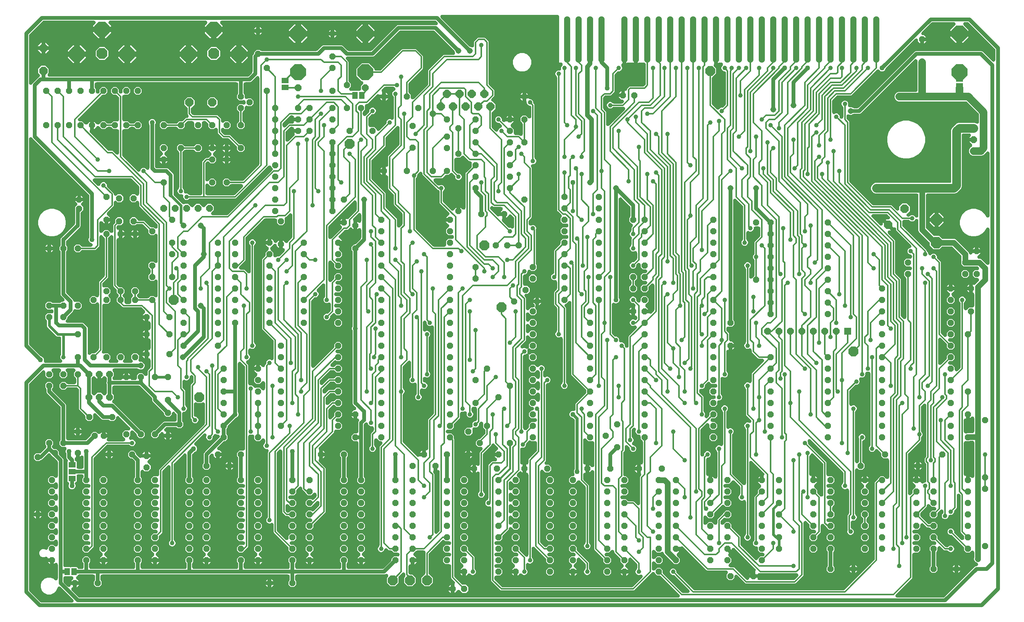
<source format=gbl>
G04 EAGLE Gerber RS-274X export*
G75*
%MOMM*%
%FSLAX34Y34*%
%LPD*%
%INBottom Copper*%
%IPPOS*%
%AMOC8*
5,1,8,0,0,1.08239X$1,22.5*%
G01*
%ADD10P,2.749271X8X112.500000*%
%ADD11P,1.429621X8X112.500000*%
%ADD12P,1.429621X8X292.500000*%
%ADD13P,1.429621X8X202.500000*%
%ADD14P,2.061953X8X247.500000*%
%ADD15P,1.429621X8X22.500000*%
%ADD16P,2.061953X8X112.500000*%
%ADD17P,1.649562X8X202.500000*%
%ADD18P,1.938236X8X202.500000*%
%ADD19P,1.649562X8X112.500000*%
%ADD20P,1.632244X8X292.500000*%
%ADD21R,1.508000X1.508000*%
%ADD22P,2.336880X8X202.500000*%
%ADD23P,2.336880X8X22.500000*%
%ADD24C,1.143000*%
%ADD25P,3.805683X8X202.500000*%
%ADD26P,1.632244X8X22.500000*%
%ADD27R,1.168400X1.600200*%
%ADD28P,2.597736X8X22.500000*%
%ADD29P,3.697444X8X22.500000*%
%ADD30P,2.061953X8X22.500000*%
%ADD31R,1.600200X1.168400*%
%ADD32P,1.539592X8X22.500000*%
%ADD33P,1.539592X8X292.500000*%
%ADD34P,1.539592X8X112.500000*%
%ADD35C,1.308000*%
%ADD36C,1.108000*%
%ADD37C,0.812800*%
%ADD38C,1.270000*%
%ADD39C,1.930400*%
%ADD40C,0.609600*%
%ADD41C,1.016000*%
%ADD42C,0.406400*%
%ADD43C,0.711200*%
%ADD44C,0.304800*%
%ADD45C,1.008000*%
%ADD46C,1.676400*%

G36*
X113699Y14042D02*
X113699Y14042D01*
X113814Y14041D01*
X113983Y14062D01*
X114153Y14074D01*
X114265Y14098D01*
X114380Y14113D01*
X114544Y14158D01*
X114710Y14193D01*
X114818Y14233D01*
X114929Y14263D01*
X115085Y14331D01*
X115245Y14389D01*
X115347Y14443D01*
X115452Y14489D01*
X115597Y14578D01*
X115747Y14658D01*
X115840Y14726D01*
X115939Y14786D01*
X116070Y14894D01*
X116207Y14994D01*
X116290Y15075D01*
X116379Y15148D01*
X116493Y15273D01*
X116615Y15392D01*
X116686Y15483D01*
X116764Y15568D01*
X116860Y15708D01*
X116964Y15842D01*
X117021Y15942D01*
X117086Y16037D01*
X117162Y16189D01*
X117246Y16337D01*
X117289Y16445D01*
X117340Y16548D01*
X117394Y16709D01*
X117457Y16867D01*
X117484Y16979D01*
X117520Y17088D01*
X117551Y17255D01*
X117591Y17421D01*
X117602Y17535D01*
X117623Y17649D01*
X117629Y17819D01*
X117646Y17988D01*
X117641Y18103D01*
X117646Y18218D01*
X117629Y18387D01*
X117621Y18557D01*
X117600Y18670D01*
X117589Y18785D01*
X117548Y18950D01*
X117517Y19117D01*
X117481Y19226D01*
X117453Y19338D01*
X117390Y19496D01*
X117336Y19657D01*
X117284Y19760D01*
X117242Y19867D01*
X117157Y20015D01*
X117081Y20167D01*
X117015Y20262D01*
X116958Y20362D01*
X116885Y20451D01*
X116757Y20636D01*
X116532Y20880D01*
X116457Y20971D01*
X88764Y48663D01*
X88634Y48777D01*
X88510Y48897D01*
X88419Y48963D01*
X88334Y49037D01*
X88189Y49131D01*
X88050Y49233D01*
X87950Y49286D01*
X87856Y49347D01*
X87699Y49420D01*
X87547Y49501D01*
X87441Y49539D01*
X87339Y49587D01*
X87174Y49637D01*
X87012Y49696D01*
X86901Y49719D01*
X86794Y49752D01*
X86623Y49778D01*
X86454Y49814D01*
X86342Y49822D01*
X86231Y49839D01*
X86058Y49842D01*
X85886Y49854D01*
X85774Y49846D01*
X85661Y49847D01*
X85490Y49825D01*
X85318Y49813D01*
X85208Y49789D01*
X85096Y49775D01*
X84929Y49729D01*
X84760Y49693D01*
X84655Y49654D01*
X84546Y49625D01*
X84387Y49556D01*
X84226Y49496D01*
X84127Y49443D01*
X84023Y49399D01*
X83876Y49309D01*
X83724Y49227D01*
X83633Y49161D01*
X83537Y49102D01*
X83403Y48992D01*
X83264Y48890D01*
X83183Y48811D01*
X83097Y48740D01*
X82980Y48613D01*
X82856Y48492D01*
X82788Y48403D01*
X82712Y48320D01*
X82614Y48178D01*
X82508Y48041D01*
X82468Y47966D01*
X82389Y47850D01*
X82144Y47358D01*
X82137Y47345D01*
X79218Y40297D01*
X74002Y35082D01*
X67188Y32259D01*
X59812Y32259D01*
X52998Y35082D01*
X47782Y40298D01*
X44959Y47112D01*
X44959Y54488D01*
X47782Y61302D01*
X52998Y66518D01*
X59812Y69341D01*
X67188Y69341D01*
X74002Y66518D01*
X75867Y64654D01*
X75954Y64578D01*
X76034Y64496D01*
X76169Y64391D01*
X76297Y64280D01*
X76394Y64217D01*
X76485Y64147D01*
X76632Y64063D01*
X76775Y63970D01*
X76880Y63922D01*
X76980Y63865D01*
X77138Y63802D01*
X77292Y63730D01*
X77402Y63697D01*
X77509Y63654D01*
X77675Y63614D01*
X77837Y63565D01*
X77951Y63547D01*
X78063Y63520D01*
X78233Y63504D01*
X78400Y63478D01*
X78515Y63476D01*
X78630Y63465D01*
X78800Y63472D01*
X78970Y63470D01*
X79084Y63485D01*
X79200Y63490D01*
X79367Y63521D01*
X79535Y63542D01*
X79647Y63573D01*
X79760Y63594D01*
X79921Y63648D01*
X80085Y63693D01*
X80191Y63738D01*
X80300Y63775D01*
X80452Y63851D01*
X80608Y63918D01*
X80706Y63978D01*
X80809Y64030D01*
X80949Y64127D01*
X81094Y64215D01*
X81183Y64288D01*
X81278Y64354D01*
X81403Y64469D01*
X81535Y64577D01*
X81612Y64662D01*
X81697Y64740D01*
X81805Y64872D01*
X81920Y64997D01*
X81985Y65092D01*
X82058Y65181D01*
X82146Y65327D01*
X82242Y65467D01*
X82294Y65570D01*
X82353Y65668D01*
X82420Y65824D01*
X82496Y65977D01*
X82532Y66086D01*
X82578Y66192D01*
X82622Y66356D01*
X82676Y66518D01*
X82697Y66631D01*
X82727Y66742D01*
X82738Y66857D01*
X82778Y67078D01*
X82792Y67410D01*
X82803Y67527D01*
X82803Y98161D01*
X82795Y98276D01*
X82797Y98391D01*
X82775Y98560D01*
X82763Y98730D01*
X82739Y98842D01*
X82725Y98957D01*
X82680Y99121D01*
X82644Y99287D01*
X82605Y99395D01*
X82574Y99506D01*
X82507Y99662D01*
X82448Y99822D01*
X82394Y99924D01*
X82348Y100029D01*
X82260Y100174D01*
X82180Y100324D01*
X82112Y100417D01*
X82052Y100516D01*
X81944Y100647D01*
X81843Y100784D01*
X81763Y100867D01*
X81690Y100956D01*
X81564Y101071D01*
X81446Y101192D01*
X81355Y101263D01*
X81270Y101341D01*
X81129Y101437D01*
X80995Y101541D01*
X80895Y101598D01*
X80800Y101663D01*
X80648Y101739D01*
X80500Y101823D01*
X80393Y101866D01*
X80290Y101917D01*
X80129Y101971D01*
X79971Y102034D01*
X79858Y102061D01*
X79749Y102097D01*
X79582Y102128D01*
X79417Y102168D01*
X79302Y102179D01*
X79189Y102200D01*
X79019Y102206D01*
X78850Y102223D01*
X78735Y102218D01*
X78619Y102223D01*
X78450Y102206D01*
X78280Y102198D01*
X78167Y102177D01*
X78052Y102166D01*
X77887Y102125D01*
X77720Y102094D01*
X77611Y102058D01*
X77499Y102030D01*
X77341Y101967D01*
X77180Y101913D01*
X77077Y101861D01*
X76970Y101819D01*
X76823Y101734D01*
X76671Y101658D01*
X76576Y101592D01*
X76476Y101535D01*
X76387Y101462D01*
X76202Y101334D01*
X75958Y101109D01*
X75867Y101034D01*
X73913Y99081D01*
X73913Y107950D01*
X73897Y108179D01*
X73887Y108409D01*
X73877Y108463D01*
X73873Y108518D01*
X73825Y108743D01*
X73783Y108969D01*
X73766Y109022D01*
X73754Y109075D01*
X73675Y109291D01*
X73602Y109510D01*
X73577Y109559D01*
X73559Y109610D01*
X73450Y109813D01*
X73347Y110019D01*
X73316Y110064D01*
X73290Y110113D01*
X73154Y110298D01*
X73023Y110488D01*
X72986Y110528D01*
X72953Y110573D01*
X72793Y110737D01*
X72637Y110907D01*
X72636Y110907D01*
X72594Y110942D01*
X72556Y110981D01*
X72555Y110981D01*
X72374Y111122D01*
X72195Y111268D01*
X72148Y111297D01*
X72105Y111330D01*
X71905Y111444D01*
X71708Y111563D01*
X71658Y111585D01*
X71610Y111612D01*
X71395Y111698D01*
X71184Y111788D01*
X71132Y111802D01*
X71080Y111823D01*
X70856Y111877D01*
X70634Y111937D01*
X70590Y111941D01*
X70526Y111957D01*
X69959Y112012D01*
X69894Y112009D01*
X69850Y112013D01*
X60705Y112013D01*
X60705Y112061D01*
X60693Y112234D01*
X60691Y112406D01*
X60673Y112517D01*
X60665Y112630D01*
X60629Y112799D01*
X60603Y112969D01*
X60570Y113077D01*
X60546Y113187D01*
X60487Y113349D01*
X60437Y113514D01*
X60389Y113616D01*
X60350Y113722D01*
X60269Y113874D01*
X60196Y114031D01*
X60135Y114125D01*
X60082Y114224D01*
X59980Y114364D01*
X59886Y114509D01*
X59812Y114593D01*
X59745Y114684D01*
X59625Y114808D01*
X59511Y114938D01*
X59426Y115012D01*
X59348Y115092D01*
X59211Y115198D01*
X59081Y115311D01*
X58986Y115372D01*
X58897Y115441D01*
X58747Y115527D01*
X58602Y115620D01*
X58500Y115668D01*
X58402Y115723D01*
X58241Y115787D01*
X58085Y115860D01*
X57977Y115892D01*
X57873Y115934D01*
X57705Y115974D01*
X57539Y116024D01*
X57428Y116041D01*
X57319Y116068D01*
X57147Y116084D01*
X56976Y116111D01*
X56864Y116112D01*
X56752Y116123D01*
X56579Y116116D01*
X56406Y116118D01*
X56295Y116103D01*
X56182Y116098D01*
X56012Y116067D01*
X55841Y116045D01*
X55760Y116020D01*
X55622Y115994D01*
X55099Y115819D01*
X55087Y115815D01*
X55082Y115813D01*
X52598Y114784D01*
X49002Y114784D01*
X45679Y116161D01*
X43136Y118704D01*
X41759Y122027D01*
X41759Y125623D01*
X43136Y128946D01*
X45679Y131489D01*
X49002Y132866D01*
X52598Y132866D01*
X55595Y131624D01*
X55759Y131570D01*
X55919Y131506D01*
X56029Y131479D01*
X56135Y131444D01*
X56305Y131413D01*
X56473Y131372D01*
X56585Y131361D01*
X56696Y131341D01*
X56868Y131333D01*
X57040Y131317D01*
X57153Y131321D01*
X57265Y131317D01*
X57437Y131334D01*
X57610Y131341D01*
X57720Y131362D01*
X57832Y131373D01*
X58000Y131414D01*
X58170Y131445D01*
X58276Y131481D01*
X58386Y131508D01*
X58546Y131572D01*
X58710Y131626D01*
X58811Y131677D01*
X58915Y131718D01*
X59065Y131804D01*
X59219Y131882D01*
X59312Y131946D01*
X59410Y132001D01*
X59546Y132107D01*
X59688Y132205D01*
X59771Y132282D01*
X59860Y132351D01*
X59980Y132475D01*
X60107Y132592D01*
X60178Y132679D01*
X60257Y132760D01*
X60358Y132899D01*
X60468Y133033D01*
X60526Y133129D01*
X60593Y133220D01*
X60674Y133372D01*
X60763Y133520D01*
X60808Y133623D01*
X60861Y133723D01*
X60920Y133885D01*
X60988Y134044D01*
X61017Y134152D01*
X61056Y134258D01*
X61092Y134427D01*
X61137Y134594D01*
X61145Y134679D01*
X61174Y134815D01*
X61212Y135365D01*
X61213Y135378D01*
X61213Y136927D01*
X66273Y141987D01*
X73427Y141987D01*
X75867Y139547D01*
X75954Y139472D01*
X76034Y139389D01*
X76169Y139285D01*
X76297Y139174D01*
X76394Y139111D01*
X76485Y139040D01*
X76632Y138956D01*
X76775Y138864D01*
X76880Y138815D01*
X76980Y138758D01*
X77138Y138695D01*
X77292Y138624D01*
X77402Y138591D01*
X77509Y138548D01*
X77675Y138508D01*
X77837Y138459D01*
X77951Y138441D01*
X78063Y138414D01*
X78233Y138397D01*
X78400Y138371D01*
X78515Y138370D01*
X78630Y138359D01*
X78800Y138366D01*
X78970Y138364D01*
X79084Y138378D01*
X79200Y138383D01*
X79367Y138414D01*
X79535Y138436D01*
X79647Y138466D01*
X79760Y138487D01*
X79921Y138541D01*
X80085Y138586D01*
X80191Y138632D01*
X80300Y138669D01*
X80452Y138745D01*
X80608Y138812D01*
X80706Y138872D01*
X80809Y138924D01*
X80949Y139020D01*
X81094Y139109D01*
X81183Y139182D01*
X81278Y139248D01*
X81403Y139363D01*
X81535Y139471D01*
X81612Y139556D01*
X81697Y139634D01*
X81805Y139765D01*
X81920Y139891D01*
X81985Y139986D01*
X82058Y140075D01*
X82146Y140220D01*
X82242Y140360D01*
X82294Y140464D01*
X82353Y140562D01*
X82420Y140718D01*
X82496Y140870D01*
X82532Y140980D01*
X82578Y141086D01*
X82622Y141250D01*
X82676Y141411D01*
X82697Y141525D01*
X82727Y141636D01*
X82738Y141750D01*
X82778Y141972D01*
X82792Y142303D01*
X82803Y142420D01*
X82803Y149680D01*
X82795Y149795D01*
X82797Y149910D01*
X82775Y150078D01*
X82763Y150248D01*
X82739Y150361D01*
X82725Y150475D01*
X82680Y150639D01*
X82644Y150805D01*
X82605Y150913D01*
X82574Y151025D01*
X82507Y151180D01*
X82448Y151340D01*
X82394Y151442D01*
X82348Y151548D01*
X82260Y151693D01*
X82180Y151843D01*
X82112Y151936D01*
X82052Y152034D01*
X81944Y152165D01*
X81843Y152303D01*
X81763Y152385D01*
X81690Y152474D01*
X81564Y152589D01*
X81446Y152711D01*
X81355Y152781D01*
X81270Y152859D01*
X81130Y152956D01*
X80995Y153060D01*
X80895Y153117D01*
X80800Y153182D01*
X80648Y153257D01*
X80500Y153342D01*
X80393Y153384D01*
X80290Y153436D01*
X80129Y153489D01*
X79971Y153552D01*
X79858Y153579D01*
X79749Y153615D01*
X79582Y153646D01*
X79417Y153686D01*
X79302Y153697D01*
X79189Y153718D01*
X79019Y153725D01*
X78850Y153741D01*
X78735Y153736D01*
X78619Y153741D01*
X78450Y153724D01*
X78280Y153717D01*
X78167Y153696D01*
X78052Y153684D01*
X77887Y153644D01*
X77720Y153613D01*
X77611Y153576D01*
X77499Y153549D01*
X77341Y153486D01*
X77180Y153431D01*
X77077Y153380D01*
X76970Y153337D01*
X76823Y153253D01*
X76671Y153176D01*
X76576Y153111D01*
X76476Y153054D01*
X76387Y152980D01*
X76202Y152852D01*
X75958Y152627D01*
X75867Y152553D01*
X73427Y150113D01*
X66273Y150113D01*
X61213Y155173D01*
X61213Y162327D01*
X66273Y167387D01*
X73427Y167387D01*
X75867Y164947D01*
X75954Y164872D01*
X76034Y164789D01*
X76169Y164685D01*
X76297Y164574D01*
X76394Y164511D01*
X76485Y164440D01*
X76632Y164356D01*
X76775Y164264D01*
X76880Y164215D01*
X76980Y164158D01*
X77138Y164095D01*
X77292Y164024D01*
X77402Y163991D01*
X77509Y163948D01*
X77675Y163908D01*
X77837Y163859D01*
X77951Y163841D01*
X78063Y163814D01*
X78233Y163797D01*
X78400Y163771D01*
X78515Y163770D01*
X78630Y163759D01*
X78800Y163766D01*
X78970Y163764D01*
X79084Y163778D01*
X79200Y163783D01*
X79367Y163814D01*
X79535Y163836D01*
X79647Y163866D01*
X79760Y163887D01*
X79921Y163941D01*
X80085Y163986D01*
X80191Y164032D01*
X80300Y164069D01*
X80452Y164145D01*
X80608Y164212D01*
X80706Y164272D01*
X80809Y164324D01*
X80949Y164420D01*
X81094Y164509D01*
X81183Y164582D01*
X81278Y164648D01*
X81403Y164763D01*
X81535Y164871D01*
X81612Y164956D01*
X81697Y165034D01*
X81805Y165165D01*
X81920Y165291D01*
X81985Y165386D01*
X82058Y165475D01*
X82146Y165620D01*
X82242Y165760D01*
X82294Y165864D01*
X82353Y165962D01*
X82420Y166118D01*
X82496Y166270D01*
X82532Y166380D01*
X82578Y166486D01*
X82622Y166650D01*
X82676Y166811D01*
X82697Y166925D01*
X82727Y167036D01*
X82738Y167150D01*
X82778Y167372D01*
X82792Y167703D01*
X82803Y167820D01*
X82803Y175080D01*
X82795Y175195D01*
X82797Y175310D01*
X82775Y175478D01*
X82763Y175648D01*
X82739Y175761D01*
X82725Y175875D01*
X82680Y176039D01*
X82644Y176205D01*
X82605Y176313D01*
X82574Y176425D01*
X82507Y176580D01*
X82448Y176740D01*
X82394Y176842D01*
X82348Y176948D01*
X82260Y177093D01*
X82180Y177243D01*
X82112Y177336D01*
X82052Y177434D01*
X81944Y177565D01*
X81843Y177703D01*
X81763Y177785D01*
X81690Y177874D01*
X81564Y177989D01*
X81446Y178111D01*
X81355Y178181D01*
X81270Y178259D01*
X81130Y178356D01*
X80995Y178460D01*
X80895Y178517D01*
X80800Y178582D01*
X80648Y178657D01*
X80500Y178742D01*
X80393Y178784D01*
X80290Y178836D01*
X80129Y178889D01*
X79971Y178952D01*
X79858Y178979D01*
X79749Y179015D01*
X79582Y179046D01*
X79417Y179086D01*
X79302Y179097D01*
X79189Y179118D01*
X79019Y179125D01*
X78850Y179141D01*
X78735Y179136D01*
X78619Y179141D01*
X78450Y179124D01*
X78280Y179117D01*
X78167Y179096D01*
X78052Y179084D01*
X77887Y179044D01*
X77720Y179013D01*
X77611Y178976D01*
X77499Y178949D01*
X77341Y178886D01*
X77180Y178831D01*
X77077Y178780D01*
X76970Y178737D01*
X76823Y178653D01*
X76671Y178576D01*
X76576Y178511D01*
X76476Y178454D01*
X76387Y178380D01*
X76202Y178252D01*
X75958Y178027D01*
X75867Y177953D01*
X73427Y175513D01*
X66273Y175513D01*
X61213Y180573D01*
X61213Y187727D01*
X66273Y192787D01*
X73427Y192787D01*
X75867Y190347D01*
X75954Y190272D01*
X76034Y190189D01*
X76169Y190085D01*
X76297Y189974D01*
X76394Y189911D01*
X76485Y189840D01*
X76632Y189756D01*
X76775Y189664D01*
X76880Y189615D01*
X76980Y189558D01*
X77138Y189495D01*
X77292Y189424D01*
X77402Y189391D01*
X77509Y189348D01*
X77675Y189308D01*
X77837Y189259D01*
X77951Y189241D01*
X78063Y189214D01*
X78233Y189197D01*
X78400Y189171D01*
X78515Y189170D01*
X78630Y189159D01*
X78800Y189166D01*
X78970Y189164D01*
X79084Y189178D01*
X79200Y189183D01*
X79367Y189214D01*
X79535Y189236D01*
X79647Y189266D01*
X79760Y189287D01*
X79921Y189341D01*
X80085Y189386D01*
X80191Y189432D01*
X80300Y189469D01*
X80452Y189545D01*
X80608Y189612D01*
X80706Y189672D01*
X80809Y189724D01*
X80949Y189820D01*
X81094Y189909D01*
X81183Y189982D01*
X81278Y190048D01*
X81403Y190163D01*
X81535Y190271D01*
X81612Y190356D01*
X81697Y190434D01*
X81805Y190565D01*
X81920Y190691D01*
X81985Y190786D01*
X82058Y190875D01*
X82146Y191020D01*
X82242Y191160D01*
X82294Y191264D01*
X82353Y191362D01*
X82420Y191518D01*
X82496Y191670D01*
X82532Y191780D01*
X82578Y191886D01*
X82622Y192050D01*
X82676Y192211D01*
X82697Y192325D01*
X82727Y192436D01*
X82738Y192550D01*
X82778Y192772D01*
X82792Y193103D01*
X82803Y193220D01*
X82803Y200480D01*
X82795Y200595D01*
X82797Y200710D01*
X82775Y200878D01*
X82763Y201048D01*
X82739Y201161D01*
X82725Y201275D01*
X82680Y201439D01*
X82644Y201605D01*
X82605Y201713D01*
X82574Y201825D01*
X82507Y201980D01*
X82448Y202140D01*
X82394Y202242D01*
X82348Y202348D01*
X82260Y202493D01*
X82180Y202643D01*
X82112Y202736D01*
X82052Y202834D01*
X81944Y202965D01*
X81843Y203103D01*
X81763Y203185D01*
X81690Y203274D01*
X81564Y203389D01*
X81446Y203511D01*
X81355Y203581D01*
X81270Y203659D01*
X81130Y203756D01*
X80995Y203860D01*
X80895Y203917D01*
X80800Y203982D01*
X80648Y204057D01*
X80500Y204142D01*
X80393Y204184D01*
X80290Y204236D01*
X80129Y204289D01*
X79971Y204352D01*
X79858Y204379D01*
X79749Y204415D01*
X79582Y204446D01*
X79417Y204486D01*
X79302Y204497D01*
X79189Y204518D01*
X79019Y204525D01*
X78850Y204541D01*
X78735Y204536D01*
X78619Y204541D01*
X78450Y204524D01*
X78280Y204517D01*
X78167Y204496D01*
X78052Y204484D01*
X77887Y204444D01*
X77720Y204413D01*
X77611Y204376D01*
X77499Y204349D01*
X77341Y204286D01*
X77180Y204231D01*
X77077Y204180D01*
X76970Y204137D01*
X76823Y204053D01*
X76671Y203976D01*
X76576Y203911D01*
X76476Y203854D01*
X76387Y203780D01*
X76202Y203652D01*
X75958Y203427D01*
X75867Y203353D01*
X73427Y200913D01*
X66273Y200913D01*
X61213Y205973D01*
X61213Y213127D01*
X66273Y218187D01*
X73427Y218187D01*
X75867Y215747D01*
X75954Y215672D01*
X76034Y215589D01*
X76169Y215485D01*
X76297Y215374D01*
X76394Y215311D01*
X76485Y215240D01*
X76632Y215156D01*
X76775Y215064D01*
X76880Y215015D01*
X76980Y214958D01*
X77138Y214895D01*
X77292Y214824D01*
X77402Y214791D01*
X77509Y214748D01*
X77675Y214708D01*
X77837Y214659D01*
X77951Y214641D01*
X78063Y214614D01*
X78233Y214597D01*
X78400Y214571D01*
X78515Y214570D01*
X78630Y214559D01*
X78800Y214566D01*
X78970Y214564D01*
X79084Y214578D01*
X79200Y214583D01*
X79367Y214614D01*
X79535Y214636D01*
X79647Y214666D01*
X79760Y214687D01*
X79921Y214741D01*
X80085Y214786D01*
X80191Y214832D01*
X80300Y214869D01*
X80452Y214945D01*
X80608Y215012D01*
X80706Y215072D01*
X80809Y215124D01*
X80949Y215220D01*
X81094Y215309D01*
X81183Y215382D01*
X81278Y215448D01*
X81403Y215563D01*
X81535Y215671D01*
X81612Y215756D01*
X81697Y215834D01*
X81805Y215965D01*
X81920Y216091D01*
X81985Y216186D01*
X82058Y216275D01*
X82146Y216420D01*
X82242Y216560D01*
X82294Y216664D01*
X82353Y216762D01*
X82420Y216918D01*
X82496Y217070D01*
X82532Y217180D01*
X82578Y217286D01*
X82622Y217450D01*
X82676Y217611D01*
X82697Y217725D01*
X82727Y217836D01*
X82738Y217950D01*
X82778Y218172D01*
X82792Y218503D01*
X82803Y218620D01*
X82803Y225880D01*
X82795Y225995D01*
X82797Y226110D01*
X82775Y226278D01*
X82763Y226448D01*
X82739Y226561D01*
X82725Y226675D01*
X82680Y226839D01*
X82644Y227005D01*
X82605Y227113D01*
X82574Y227225D01*
X82507Y227380D01*
X82448Y227540D01*
X82394Y227642D01*
X82348Y227748D01*
X82260Y227893D01*
X82180Y228043D01*
X82112Y228136D01*
X82052Y228234D01*
X81944Y228365D01*
X81843Y228503D01*
X81763Y228585D01*
X81690Y228674D01*
X81564Y228789D01*
X81446Y228911D01*
X81355Y228981D01*
X81270Y229059D01*
X81130Y229156D01*
X80995Y229260D01*
X80895Y229317D01*
X80800Y229382D01*
X80648Y229457D01*
X80500Y229542D01*
X80393Y229584D01*
X80290Y229636D01*
X80129Y229689D01*
X79971Y229752D01*
X79858Y229779D01*
X79749Y229815D01*
X79582Y229846D01*
X79417Y229886D01*
X79302Y229897D01*
X79189Y229918D01*
X79019Y229925D01*
X78850Y229941D01*
X78735Y229936D01*
X78619Y229941D01*
X78450Y229924D01*
X78280Y229917D01*
X78167Y229896D01*
X78052Y229884D01*
X77887Y229844D01*
X77720Y229813D01*
X77611Y229776D01*
X77499Y229749D01*
X77341Y229686D01*
X77180Y229631D01*
X77077Y229580D01*
X76970Y229537D01*
X76823Y229453D01*
X76671Y229376D01*
X76576Y229311D01*
X76476Y229254D01*
X76387Y229180D01*
X76202Y229052D01*
X75958Y228827D01*
X75867Y228753D01*
X73427Y226313D01*
X66273Y226313D01*
X61213Y231373D01*
X61213Y238527D01*
X66273Y243587D01*
X73427Y243587D01*
X75867Y241147D01*
X75954Y241072D01*
X76034Y240989D01*
X76169Y240885D01*
X76297Y240774D01*
X76394Y240711D01*
X76485Y240640D01*
X76632Y240556D01*
X76775Y240464D01*
X76880Y240415D01*
X76980Y240358D01*
X77138Y240295D01*
X77292Y240224D01*
X77402Y240191D01*
X77509Y240148D01*
X77675Y240108D01*
X77837Y240059D01*
X77951Y240041D01*
X78063Y240014D01*
X78233Y239997D01*
X78400Y239971D01*
X78515Y239970D01*
X78630Y239959D01*
X78800Y239966D01*
X78970Y239964D01*
X79084Y239978D01*
X79200Y239983D01*
X79367Y240014D01*
X79535Y240036D01*
X79647Y240066D01*
X79760Y240087D01*
X79921Y240141D01*
X80085Y240186D01*
X80191Y240232D01*
X80300Y240269D01*
X80452Y240345D01*
X80608Y240412D01*
X80706Y240472D01*
X80809Y240524D01*
X80949Y240620D01*
X81094Y240709D01*
X81183Y240782D01*
X81278Y240848D01*
X81403Y240963D01*
X81535Y241071D01*
X81612Y241156D01*
X81697Y241234D01*
X81805Y241365D01*
X81920Y241491D01*
X81985Y241586D01*
X82058Y241675D01*
X82146Y241820D01*
X82242Y241960D01*
X82294Y242064D01*
X82353Y242162D01*
X82420Y242318D01*
X82496Y242470D01*
X82532Y242580D01*
X82578Y242686D01*
X82622Y242850D01*
X82676Y243011D01*
X82697Y243125D01*
X82727Y243236D01*
X82738Y243350D01*
X82778Y243572D01*
X82792Y243903D01*
X82803Y244020D01*
X82803Y251280D01*
X82795Y251395D01*
X82797Y251510D01*
X82775Y251678D01*
X82763Y251848D01*
X82739Y251961D01*
X82725Y252075D01*
X82680Y252239D01*
X82644Y252405D01*
X82605Y252513D01*
X82574Y252625D01*
X82507Y252780D01*
X82448Y252940D01*
X82394Y253042D01*
X82348Y253148D01*
X82260Y253293D01*
X82180Y253443D01*
X82112Y253536D01*
X82052Y253634D01*
X81944Y253765D01*
X81843Y253903D01*
X81763Y253985D01*
X81690Y254074D01*
X81564Y254189D01*
X81446Y254311D01*
X81355Y254381D01*
X81270Y254459D01*
X81130Y254556D01*
X80995Y254660D01*
X80895Y254717D01*
X80800Y254782D01*
X80648Y254857D01*
X80500Y254942D01*
X80393Y254984D01*
X80290Y255036D01*
X80129Y255089D01*
X79971Y255152D01*
X79858Y255179D01*
X79749Y255215D01*
X79582Y255246D01*
X79417Y255286D01*
X79302Y255297D01*
X79189Y255318D01*
X79019Y255325D01*
X78850Y255341D01*
X78735Y255336D01*
X78619Y255341D01*
X78450Y255324D01*
X78280Y255317D01*
X78167Y255296D01*
X78052Y255284D01*
X77887Y255244D01*
X77720Y255213D01*
X77611Y255176D01*
X77499Y255149D01*
X77341Y255086D01*
X77180Y255031D01*
X77077Y254980D01*
X76970Y254937D01*
X76823Y254853D01*
X76671Y254776D01*
X76576Y254711D01*
X76476Y254654D01*
X76387Y254580D01*
X76202Y254452D01*
X75958Y254227D01*
X75867Y254153D01*
X73427Y251713D01*
X66273Y251713D01*
X61213Y256773D01*
X61213Y263927D01*
X66273Y268987D01*
X73427Y268987D01*
X75867Y266547D01*
X75954Y266472D01*
X76034Y266389D01*
X76169Y266285D01*
X76297Y266174D01*
X76394Y266111D01*
X76485Y266040D01*
X76632Y265956D01*
X76775Y265864D01*
X76880Y265815D01*
X76980Y265758D01*
X77138Y265695D01*
X77292Y265624D01*
X77402Y265591D01*
X77509Y265548D01*
X77675Y265508D01*
X77837Y265459D01*
X77951Y265441D01*
X78063Y265414D01*
X78233Y265397D01*
X78400Y265371D01*
X78515Y265370D01*
X78630Y265359D01*
X78800Y265366D01*
X78970Y265364D01*
X79084Y265378D01*
X79200Y265383D01*
X79367Y265414D01*
X79535Y265436D01*
X79647Y265466D01*
X79760Y265487D01*
X79921Y265541D01*
X80085Y265586D01*
X80191Y265632D01*
X80300Y265669D01*
X80452Y265745D01*
X80608Y265812D01*
X80706Y265872D01*
X80809Y265924D01*
X80949Y266020D01*
X81094Y266109D01*
X81183Y266182D01*
X81278Y266248D01*
X81403Y266363D01*
X81535Y266471D01*
X81612Y266556D01*
X81697Y266634D01*
X81805Y266765D01*
X81920Y266891D01*
X81985Y266986D01*
X82058Y267075D01*
X82146Y267220D01*
X82242Y267360D01*
X82294Y267464D01*
X82353Y267562D01*
X82420Y267718D01*
X82496Y267870D01*
X82532Y267980D01*
X82578Y268086D01*
X82622Y268250D01*
X82676Y268411D01*
X82697Y268525D01*
X82727Y268636D01*
X82738Y268750D01*
X82778Y268972D01*
X82792Y269303D01*
X82803Y269420D01*
X82803Y276680D01*
X82795Y276795D01*
X82797Y276910D01*
X82775Y277078D01*
X82763Y277248D01*
X82739Y277361D01*
X82725Y277475D01*
X82680Y277639D01*
X82644Y277805D01*
X82605Y277913D01*
X82574Y278025D01*
X82507Y278180D01*
X82448Y278340D01*
X82394Y278442D01*
X82348Y278548D01*
X82260Y278693D01*
X82180Y278843D01*
X82112Y278936D01*
X82052Y279034D01*
X81944Y279165D01*
X81843Y279303D01*
X81763Y279385D01*
X81690Y279474D01*
X81564Y279589D01*
X81446Y279711D01*
X81355Y279781D01*
X81270Y279859D01*
X81130Y279956D01*
X80995Y280060D01*
X80895Y280117D01*
X80800Y280182D01*
X80648Y280257D01*
X80500Y280342D01*
X80393Y280384D01*
X80290Y280436D01*
X80129Y280489D01*
X79971Y280552D01*
X79858Y280579D01*
X79749Y280615D01*
X79582Y280646D01*
X79417Y280686D01*
X79302Y280697D01*
X79189Y280718D01*
X79019Y280725D01*
X78850Y280741D01*
X78735Y280736D01*
X78619Y280741D01*
X78450Y280724D01*
X78280Y280717D01*
X78167Y280696D01*
X78052Y280684D01*
X77887Y280644D01*
X77720Y280613D01*
X77611Y280576D01*
X77499Y280549D01*
X77341Y280486D01*
X77180Y280431D01*
X77077Y280380D01*
X76970Y280337D01*
X76823Y280253D01*
X76671Y280176D01*
X76576Y280111D01*
X76476Y280054D01*
X76387Y279980D01*
X76202Y279852D01*
X75958Y279627D01*
X75867Y279553D01*
X73427Y277113D01*
X66273Y277113D01*
X61213Y282173D01*
X61213Y289327D01*
X66273Y294387D01*
X73427Y294387D01*
X75867Y291947D01*
X75954Y291872D01*
X76034Y291789D01*
X76169Y291685D01*
X76297Y291574D01*
X76394Y291511D01*
X76485Y291440D01*
X76632Y291356D01*
X76775Y291264D01*
X76880Y291215D01*
X76980Y291158D01*
X77138Y291095D01*
X77292Y291024D01*
X77402Y290991D01*
X77509Y290948D01*
X77675Y290908D01*
X77837Y290859D01*
X77951Y290841D01*
X78063Y290814D01*
X78233Y290797D01*
X78400Y290771D01*
X78515Y290770D01*
X78630Y290759D01*
X78800Y290766D01*
X78970Y290764D01*
X79084Y290778D01*
X79200Y290783D01*
X79367Y290814D01*
X79535Y290836D01*
X79647Y290866D01*
X79760Y290887D01*
X79921Y290941D01*
X80085Y290986D01*
X80191Y291032D01*
X80300Y291069D01*
X80452Y291145D01*
X80608Y291212D01*
X80706Y291272D01*
X80809Y291324D01*
X80949Y291420D01*
X81094Y291509D01*
X81183Y291582D01*
X81278Y291648D01*
X81403Y291763D01*
X81535Y291871D01*
X81612Y291956D01*
X81697Y292034D01*
X81805Y292165D01*
X81920Y292291D01*
X81985Y292386D01*
X82058Y292475D01*
X82146Y292620D01*
X82242Y292760D01*
X82294Y292864D01*
X82353Y292962D01*
X82420Y293118D01*
X82496Y293270D01*
X82532Y293380D01*
X82578Y293486D01*
X82622Y293650D01*
X82676Y293811D01*
X82697Y293925D01*
X82727Y294036D01*
X82738Y294150D01*
X82778Y294372D01*
X82792Y294703D01*
X82803Y294820D01*
X82803Y325992D01*
X82799Y326052D01*
X82801Y326112D01*
X82779Y326336D01*
X82763Y326560D01*
X82751Y326619D01*
X82745Y326679D01*
X82691Y326897D01*
X82644Y327117D01*
X82624Y327174D01*
X82609Y327233D01*
X82526Y327441D01*
X82448Y327652D01*
X82420Y327706D01*
X82398Y327762D01*
X82286Y327956D01*
X82180Y328155D01*
X82144Y328203D01*
X82114Y328256D01*
X82039Y328347D01*
X81843Y328615D01*
X81686Y328776D01*
X81613Y328865D01*
X74230Y336248D01*
X74184Y336288D01*
X74143Y336332D01*
X73969Y336474D01*
X73800Y336622D01*
X73749Y336655D01*
X73702Y336693D01*
X73510Y336810D01*
X73321Y336932D01*
X73267Y336957D01*
X73215Y336988D01*
X73009Y337077D01*
X72963Y337098D01*
X67231Y342829D01*
X67208Y342892D01*
X67180Y342946D01*
X67158Y343002D01*
X67130Y343049D01*
X67108Y343100D01*
X67020Y343245D01*
X66940Y343395D01*
X66904Y343443D01*
X66874Y343496D01*
X66846Y343530D01*
X66812Y343586D01*
X66704Y343717D01*
X66603Y343855D01*
X66523Y343937D01*
X66450Y344026D01*
X66401Y344070D01*
X66373Y344105D01*
X66286Y344180D01*
X66206Y344263D01*
X66115Y344333D01*
X66030Y344411D01*
X65984Y344442D01*
X65943Y344478D01*
X65846Y344541D01*
X65755Y344612D01*
X65655Y344669D01*
X65560Y344734D01*
X65511Y344758D01*
X65465Y344788D01*
X65360Y344837D01*
X65260Y344894D01*
X65153Y344936D01*
X65050Y344988D01*
X64998Y345005D01*
X64948Y345028D01*
X64838Y345062D01*
X64731Y345104D01*
X64619Y345131D01*
X64509Y345168D01*
X64455Y345177D01*
X64403Y345193D01*
X64289Y345211D01*
X64177Y345238D01*
X64062Y345249D01*
X63949Y345270D01*
X63894Y345272D01*
X63840Y345281D01*
X63724Y345282D01*
X63610Y345293D01*
X63495Y345288D01*
X63379Y345293D01*
X63325Y345288D01*
X63270Y345288D01*
X63155Y345274D01*
X63040Y345269D01*
X62927Y345248D01*
X62812Y345236D01*
X62759Y345223D01*
X62705Y345216D01*
X62593Y345186D01*
X62480Y345165D01*
X62372Y345128D01*
X62259Y345101D01*
X62208Y345080D01*
X62155Y345066D01*
X62049Y345020D01*
X61940Y344983D01*
X61837Y344932D01*
X61730Y344889D01*
X61682Y344862D01*
X61632Y344840D01*
X61533Y344780D01*
X61431Y344728D01*
X61336Y344663D01*
X61236Y344606D01*
X61202Y344577D01*
X61146Y344543D01*
X61056Y344470D01*
X60962Y344404D01*
X60837Y344290D01*
X60705Y344181D01*
X60661Y344133D01*
X60627Y344105D01*
X47904Y331381D01*
X45620Y330435D01*
X45556Y330429D01*
X45332Y330413D01*
X45273Y330401D01*
X45213Y330395D01*
X44994Y330341D01*
X44775Y330294D01*
X44718Y330274D01*
X44659Y330259D01*
X44451Y330176D01*
X44240Y330098D01*
X44186Y330070D01*
X44130Y330047D01*
X43936Y329936D01*
X43737Y329830D01*
X43689Y329794D01*
X43636Y329764D01*
X43545Y329689D01*
X43277Y329493D01*
X43116Y329336D01*
X43027Y329263D01*
X41677Y327913D01*
X34523Y327913D01*
X29463Y332973D01*
X29463Y340127D01*
X34523Y345187D01*
X42782Y345187D01*
X42842Y345191D01*
X42902Y345189D01*
X43126Y345211D01*
X43350Y345227D01*
X43409Y345239D01*
X43469Y345245D01*
X43687Y345299D01*
X43907Y345346D01*
X43964Y345366D01*
X44023Y345381D01*
X44231Y345464D01*
X44442Y345542D01*
X44496Y345570D01*
X44552Y345592D01*
X44746Y345704D01*
X44945Y345810D01*
X44993Y345846D01*
X45046Y345876D01*
X45137Y345951D01*
X45405Y346147D01*
X45566Y346304D01*
X45655Y346377D01*
X56213Y356935D01*
X56253Y356981D01*
X56297Y357022D01*
X56439Y357196D01*
X56587Y357365D01*
X56620Y357416D01*
X56658Y357463D01*
X56775Y357655D01*
X56897Y357844D01*
X56922Y357898D01*
X56953Y357950D01*
X57042Y358156D01*
X57137Y358360D01*
X57154Y358418D01*
X57178Y358474D01*
X57236Y358690D01*
X57302Y358906D01*
X57311Y358965D01*
X57327Y359024D01*
X57338Y359141D01*
X57389Y359469D01*
X57392Y359694D01*
X57403Y359808D01*
X57403Y360500D01*
X57399Y360560D01*
X57401Y360620D01*
X57379Y360844D01*
X57363Y361068D01*
X57351Y361127D01*
X57345Y361187D01*
X57291Y361406D01*
X57244Y361625D01*
X57224Y361682D01*
X57209Y361741D01*
X57126Y361949D01*
X57048Y362160D01*
X57020Y362214D01*
X56997Y362270D01*
X56886Y362464D01*
X56780Y362663D01*
X56744Y362711D01*
X56714Y362764D01*
X56639Y362855D01*
X56443Y363123D01*
X56286Y363284D01*
X56213Y363373D01*
X54863Y364723D01*
X54863Y371877D01*
X59923Y376937D01*
X67077Y376937D01*
X72137Y371877D01*
X72137Y364723D01*
X70787Y363373D01*
X70747Y363327D01*
X70703Y363286D01*
X70560Y363112D01*
X70413Y362943D01*
X70380Y362892D01*
X70342Y362845D01*
X70226Y362653D01*
X70103Y362464D01*
X70078Y362409D01*
X70047Y362358D01*
X69958Y362152D01*
X69863Y361948D01*
X69846Y361890D01*
X69822Y361834D01*
X69764Y361618D01*
X69698Y361402D01*
X69689Y361342D01*
X69673Y361284D01*
X69662Y361167D01*
X69611Y360839D01*
X69608Y360614D01*
X69597Y360500D01*
X69597Y359808D01*
X69601Y359748D01*
X69599Y359688D01*
X69621Y359464D01*
X69637Y359240D01*
X69649Y359181D01*
X69655Y359121D01*
X69709Y358903D01*
X69756Y358683D01*
X69776Y358626D01*
X69791Y358567D01*
X69874Y358359D01*
X69952Y358148D01*
X69980Y358094D01*
X70002Y358038D01*
X70114Y357844D01*
X70220Y357645D01*
X70256Y357597D01*
X70286Y357544D01*
X70361Y357453D01*
X70557Y357185D01*
X70714Y357024D01*
X70787Y356935D01*
X71820Y355902D01*
X71866Y355862D01*
X71907Y355818D01*
X72081Y355676D01*
X72250Y355528D01*
X72301Y355495D01*
X72348Y355457D01*
X72540Y355340D01*
X72729Y355218D01*
X72783Y355193D01*
X72835Y355162D01*
X73041Y355073D01*
X73245Y354978D01*
X73303Y354961D01*
X73359Y354937D01*
X73575Y354879D01*
X73791Y354813D01*
X73850Y354804D01*
X73909Y354788D01*
X74026Y354777D01*
X74354Y354726D01*
X74579Y354723D01*
X74693Y354712D01*
X79777Y354712D01*
X84837Y349652D01*
X84837Y344568D01*
X84841Y344508D01*
X84839Y344448D01*
X84861Y344224D01*
X84877Y344000D01*
X84889Y343941D01*
X84895Y343881D01*
X84949Y343663D01*
X84996Y343443D01*
X85016Y343386D01*
X85031Y343327D01*
X85114Y343119D01*
X85192Y342908D01*
X85220Y342854D01*
X85242Y342798D01*
X85354Y342604D01*
X85460Y342405D01*
X85496Y342357D01*
X85526Y342304D01*
X85601Y342213D01*
X85797Y341945D01*
X85954Y341784D01*
X86027Y341695D01*
X94073Y333649D01*
X94082Y333626D01*
X94189Y333425D01*
X94290Y333222D01*
X94323Y333175D01*
X94350Y333124D01*
X94485Y332940D01*
X94614Y332753D01*
X94653Y332710D01*
X94687Y332664D01*
X94845Y332501D01*
X94999Y332334D01*
X95044Y332297D01*
X95077Y332263D01*
X95073Y332248D01*
X95062Y332132D01*
X95011Y331797D01*
X95008Y331577D01*
X94997Y331463D01*
X94997Y96647D01*
X95013Y96418D01*
X95023Y96187D01*
X95033Y96133D01*
X95037Y96079D01*
X95085Y95853D01*
X95127Y95627D01*
X95144Y95575D01*
X95156Y95521D01*
X95235Y95305D01*
X95308Y95087D01*
X95333Y95038D01*
X95352Y94986D01*
X95460Y94783D01*
X95563Y94578D01*
X95594Y94532D01*
X95620Y94484D01*
X95756Y94298D01*
X95887Y94109D01*
X95924Y94068D01*
X95957Y94024D01*
X96117Y93859D01*
X96273Y93690D01*
X96316Y93655D01*
X96354Y93616D01*
X96536Y93475D01*
X96714Y93329D01*
X96762Y93301D01*
X96805Y93267D01*
X97005Y93153D01*
X97202Y93034D01*
X97252Y93012D01*
X97300Y92985D01*
X97514Y92900D01*
X97725Y92809D01*
X97778Y92795D01*
X97829Y92775D01*
X98054Y92720D01*
X98275Y92660D01*
X98319Y92656D01*
X98383Y92640D01*
X98950Y92585D01*
X99016Y92588D01*
X99060Y92584D01*
X109784Y92584D01*
X109897Y92550D01*
X110110Y92478D01*
X110170Y92467D01*
X110228Y92450D01*
X110450Y92416D01*
X110671Y92375D01*
X110731Y92372D01*
X110791Y92363D01*
X111016Y92361D01*
X111240Y92351D01*
X111300Y92357D01*
X111361Y92356D01*
X111583Y92385D01*
X111807Y92407D01*
X111866Y92421D01*
X111926Y92429D01*
X112038Y92463D01*
X112361Y92542D01*
X112465Y92584D01*
X124991Y92584D01*
X125738Y92274D01*
X126310Y91702D01*
X126537Y91155D01*
X126538Y91153D01*
X126539Y91150D01*
X126667Y90894D01*
X126791Y90645D01*
X126793Y90643D01*
X126794Y90641D01*
X126957Y90404D01*
X127115Y90176D01*
X127116Y90174D01*
X127118Y90172D01*
X127318Y89955D01*
X127500Y89757D01*
X127502Y89755D01*
X127504Y89753D01*
X127722Y89575D01*
X127941Y89395D01*
X127943Y89394D01*
X127945Y89392D01*
X128193Y89242D01*
X128428Y89099D01*
X128430Y89098D01*
X128433Y89097D01*
X128688Y88987D01*
X128951Y88874D01*
X128954Y88873D01*
X128956Y88872D01*
X129226Y88799D01*
X129501Y88724D01*
X129504Y88724D01*
X129506Y88723D01*
X129520Y88722D01*
X130066Y88653D01*
X130206Y88655D01*
X130291Y88647D01*
X135890Y88647D01*
X136119Y88663D01*
X136350Y88673D01*
X136404Y88683D01*
X136458Y88687D01*
X136684Y88735D01*
X136910Y88777D01*
X136962Y88794D01*
X137016Y88806D01*
X137232Y88885D01*
X137450Y88958D01*
X137499Y88983D01*
X137551Y89002D01*
X137754Y89110D01*
X137959Y89213D01*
X138005Y89244D01*
X138053Y89270D01*
X138239Y89406D01*
X138428Y89537D01*
X138469Y89574D01*
X138513Y89607D01*
X138678Y89767D01*
X138847Y89923D01*
X138882Y89966D01*
X138921Y90004D01*
X139062Y90186D01*
X139208Y90364D01*
X139236Y90412D01*
X139270Y90455D01*
X139384Y90655D01*
X139503Y90852D01*
X139525Y90902D01*
X139552Y90950D01*
X139637Y91164D01*
X139728Y91375D01*
X139742Y91428D01*
X139762Y91479D01*
X139817Y91704D01*
X139877Y91925D01*
X139881Y91969D01*
X139897Y92033D01*
X139952Y92600D01*
X139949Y92666D01*
X139953Y92710D01*
X139953Y100150D01*
X139949Y100210D01*
X139951Y100270D01*
X139929Y100494D01*
X139913Y100718D01*
X139901Y100777D01*
X139895Y100837D01*
X139841Y101055D01*
X139794Y101275D01*
X139774Y101332D01*
X139759Y101390D01*
X139676Y101599D01*
X139598Y101810D01*
X139570Y101863D01*
X139548Y101919D01*
X139436Y102114D01*
X139330Y102313D01*
X139294Y102361D01*
X139264Y102414D01*
X139189Y102505D01*
X138993Y102772D01*
X138836Y102934D01*
X138763Y103023D01*
X137413Y104373D01*
X137413Y111527D01*
X142473Y116587D01*
X149627Y116587D01*
X154687Y111527D01*
X154687Y104373D01*
X153337Y103023D01*
X153297Y102977D01*
X153253Y102936D01*
X153111Y102762D01*
X152963Y102593D01*
X152930Y102542D01*
X152892Y102495D01*
X152775Y102303D01*
X152653Y102114D01*
X152628Y102060D01*
X152597Y102008D01*
X152508Y101802D01*
X152413Y101597D01*
X152396Y101540D01*
X152372Y101484D01*
X152313Y101267D01*
X152248Y101052D01*
X152239Y100992D01*
X152223Y100934D01*
X152212Y100817D01*
X152161Y100489D01*
X152158Y100264D01*
X152147Y100150D01*
X152147Y92710D01*
X152163Y92481D01*
X152173Y92250D01*
X152183Y92196D01*
X152187Y92142D01*
X152235Y91916D01*
X152277Y91690D01*
X152294Y91638D01*
X152306Y91584D01*
X152385Y91368D01*
X152458Y91150D01*
X152483Y91101D01*
X152502Y91049D01*
X152610Y90846D01*
X152713Y90641D01*
X152744Y90595D01*
X152770Y90547D01*
X152906Y90361D01*
X153037Y90172D01*
X153074Y90131D01*
X153107Y90087D01*
X153267Y89922D01*
X153423Y89753D01*
X153466Y89718D01*
X153504Y89679D01*
X153686Y89538D01*
X153864Y89392D01*
X153912Y89364D01*
X153955Y89330D01*
X154155Y89216D01*
X154352Y89097D01*
X154402Y89075D01*
X154450Y89048D01*
X154664Y88963D01*
X154875Y88872D01*
X154928Y88858D01*
X154979Y88838D01*
X155204Y88783D01*
X155425Y88723D01*
X155469Y88719D01*
X155533Y88703D01*
X156100Y88648D01*
X156166Y88651D01*
X156210Y88647D01*
X250190Y88647D01*
X250419Y88663D01*
X250650Y88673D01*
X250704Y88683D01*
X250758Y88687D01*
X250984Y88735D01*
X251210Y88777D01*
X251262Y88794D01*
X251316Y88806D01*
X251532Y88885D01*
X251750Y88958D01*
X251799Y88983D01*
X251851Y89002D01*
X252054Y89110D01*
X252259Y89213D01*
X252305Y89244D01*
X252353Y89270D01*
X252539Y89406D01*
X252728Y89537D01*
X252769Y89574D01*
X252813Y89607D01*
X252978Y89767D01*
X253147Y89923D01*
X253182Y89966D01*
X253221Y90004D01*
X253362Y90186D01*
X253508Y90364D01*
X253536Y90412D01*
X253570Y90455D01*
X253684Y90655D01*
X253803Y90852D01*
X253825Y90902D01*
X253852Y90950D01*
X253937Y91164D01*
X254028Y91375D01*
X254042Y91428D01*
X254062Y91479D01*
X254117Y91704D01*
X254177Y91925D01*
X254181Y91969D01*
X254197Y92033D01*
X254252Y92600D01*
X254249Y92666D01*
X254253Y92710D01*
X254253Y100150D01*
X254249Y100210D01*
X254251Y100270D01*
X254229Y100494D01*
X254213Y100718D01*
X254201Y100777D01*
X254195Y100837D01*
X254141Y101056D01*
X254094Y101275D01*
X254074Y101332D01*
X254059Y101391D01*
X253976Y101599D01*
X253898Y101810D01*
X253870Y101864D01*
X253847Y101920D01*
X253736Y102114D01*
X253630Y102313D01*
X253594Y102361D01*
X253564Y102414D01*
X253489Y102505D01*
X253293Y102773D01*
X253136Y102934D01*
X253063Y103023D01*
X251713Y104373D01*
X251713Y111527D01*
X256773Y116587D01*
X263927Y116587D01*
X268987Y111527D01*
X268987Y104373D01*
X267637Y103023D01*
X267597Y102977D01*
X267553Y102936D01*
X267410Y102762D01*
X267263Y102593D01*
X267230Y102542D01*
X267192Y102495D01*
X267076Y102303D01*
X266953Y102114D01*
X266928Y102059D01*
X266897Y102008D01*
X266808Y101802D01*
X266713Y101598D01*
X266696Y101540D01*
X266672Y101484D01*
X266613Y101267D01*
X266548Y101052D01*
X266539Y100992D01*
X266523Y100934D01*
X266512Y100817D01*
X266461Y100489D01*
X266458Y100264D01*
X266447Y100150D01*
X266447Y92710D01*
X266463Y92481D01*
X266473Y92250D01*
X266483Y92196D01*
X266487Y92142D01*
X266535Y91916D01*
X266577Y91690D01*
X266594Y91638D01*
X266606Y91584D01*
X266685Y91368D01*
X266758Y91150D01*
X266783Y91101D01*
X266802Y91049D01*
X266910Y90846D01*
X267013Y90641D01*
X267044Y90595D01*
X267070Y90547D01*
X267206Y90361D01*
X267337Y90172D01*
X267374Y90131D01*
X267407Y90087D01*
X267567Y89922D01*
X267723Y89753D01*
X267766Y89718D01*
X267804Y89679D01*
X267986Y89538D01*
X268164Y89392D01*
X268212Y89364D01*
X268255Y89330D01*
X268455Y89216D01*
X268652Y89097D01*
X268702Y89075D01*
X268750Y89048D01*
X268964Y88963D01*
X269175Y88872D01*
X269228Y88858D01*
X269279Y88838D01*
X269504Y88783D01*
X269725Y88723D01*
X269769Y88719D01*
X269833Y88703D01*
X270400Y88648D01*
X270466Y88651D01*
X270510Y88647D01*
X364490Y88647D01*
X364719Y88663D01*
X364950Y88673D01*
X365004Y88683D01*
X365058Y88687D01*
X365284Y88735D01*
X365510Y88777D01*
X365562Y88794D01*
X365616Y88806D01*
X365832Y88885D01*
X366050Y88958D01*
X366099Y88983D01*
X366151Y89002D01*
X366354Y89110D01*
X366559Y89213D01*
X366605Y89244D01*
X366653Y89270D01*
X366839Y89406D01*
X367028Y89537D01*
X367069Y89574D01*
X367113Y89607D01*
X367278Y89767D01*
X367447Y89923D01*
X367482Y89966D01*
X367521Y90004D01*
X367662Y90186D01*
X367808Y90364D01*
X367836Y90412D01*
X367870Y90455D01*
X367984Y90655D01*
X368103Y90852D01*
X368125Y90902D01*
X368152Y90950D01*
X368237Y91164D01*
X368328Y91375D01*
X368342Y91428D01*
X368362Y91479D01*
X368417Y91704D01*
X368477Y91925D01*
X368481Y91969D01*
X368497Y92033D01*
X368552Y92600D01*
X368549Y92666D01*
X368553Y92710D01*
X368553Y100150D01*
X368549Y100210D01*
X368551Y100270D01*
X368529Y100494D01*
X368513Y100718D01*
X368501Y100777D01*
X368495Y100837D01*
X368441Y101056D01*
X368394Y101275D01*
X368374Y101332D01*
X368359Y101391D01*
X368276Y101599D01*
X368198Y101810D01*
X368170Y101864D01*
X368147Y101920D01*
X368036Y102114D01*
X367930Y102313D01*
X367894Y102361D01*
X367864Y102414D01*
X367789Y102505D01*
X367593Y102773D01*
X367436Y102934D01*
X367363Y103023D01*
X366013Y104373D01*
X366013Y111527D01*
X371073Y116587D01*
X378227Y116587D01*
X383287Y111527D01*
X383287Y104373D01*
X381937Y103023D01*
X381897Y102977D01*
X381853Y102936D01*
X381710Y102762D01*
X381563Y102593D01*
X381530Y102542D01*
X381492Y102495D01*
X381376Y102303D01*
X381253Y102114D01*
X381228Y102059D01*
X381197Y102008D01*
X381108Y101802D01*
X381013Y101598D01*
X380996Y101540D01*
X380972Y101484D01*
X380913Y101267D01*
X380848Y101052D01*
X380839Y100992D01*
X380823Y100934D01*
X380812Y100817D01*
X380761Y100489D01*
X380758Y100264D01*
X380747Y100150D01*
X380747Y92710D01*
X380763Y92481D01*
X380773Y92250D01*
X380783Y92196D01*
X380787Y92142D01*
X380835Y91916D01*
X380877Y91690D01*
X380894Y91638D01*
X380906Y91584D01*
X380985Y91368D01*
X381058Y91150D01*
X381083Y91101D01*
X381102Y91049D01*
X381210Y90846D01*
X381313Y90641D01*
X381344Y90595D01*
X381370Y90547D01*
X381506Y90361D01*
X381637Y90172D01*
X381674Y90131D01*
X381707Y90087D01*
X381867Y89922D01*
X382023Y89753D01*
X382066Y89718D01*
X382104Y89679D01*
X382286Y89538D01*
X382464Y89392D01*
X382512Y89364D01*
X382555Y89330D01*
X382755Y89216D01*
X382952Y89097D01*
X383002Y89075D01*
X383050Y89048D01*
X383264Y88963D01*
X383475Y88872D01*
X383528Y88858D01*
X383579Y88838D01*
X383804Y88783D01*
X384025Y88723D01*
X384069Y88719D01*
X384133Y88703D01*
X384700Y88648D01*
X384766Y88651D01*
X384810Y88647D01*
X478790Y88647D01*
X479019Y88663D01*
X479250Y88673D01*
X479304Y88683D01*
X479358Y88687D01*
X479584Y88735D01*
X479810Y88777D01*
X479862Y88794D01*
X479916Y88806D01*
X480132Y88885D01*
X480350Y88958D01*
X480399Y88983D01*
X480451Y89002D01*
X480654Y89110D01*
X480859Y89213D01*
X480905Y89244D01*
X480953Y89270D01*
X481139Y89406D01*
X481328Y89537D01*
X481369Y89574D01*
X481413Y89607D01*
X481578Y89767D01*
X481747Y89923D01*
X481782Y89966D01*
X481821Y90004D01*
X481962Y90186D01*
X482108Y90364D01*
X482136Y90412D01*
X482170Y90455D01*
X482284Y90655D01*
X482403Y90852D01*
X482425Y90902D01*
X482452Y90950D01*
X482537Y91164D01*
X482628Y91375D01*
X482642Y91428D01*
X482662Y91479D01*
X482717Y91704D01*
X482777Y91925D01*
X482781Y91969D01*
X482797Y92033D01*
X482852Y92600D01*
X482849Y92666D01*
X482853Y92710D01*
X482853Y100150D01*
X482849Y100210D01*
X482851Y100270D01*
X482829Y100494D01*
X482813Y100718D01*
X482801Y100777D01*
X482795Y100837D01*
X482741Y101055D01*
X482694Y101275D01*
X482674Y101332D01*
X482659Y101390D01*
X482576Y101599D01*
X482498Y101810D01*
X482470Y101863D01*
X482448Y101919D01*
X482336Y102114D01*
X482230Y102313D01*
X482194Y102361D01*
X482164Y102414D01*
X482089Y102505D01*
X481893Y102772D01*
X481736Y102934D01*
X481663Y103023D01*
X480313Y104373D01*
X480313Y111527D01*
X485373Y116587D01*
X492527Y116587D01*
X497587Y111527D01*
X497587Y104373D01*
X496237Y103023D01*
X496197Y102977D01*
X496153Y102936D01*
X496011Y102762D01*
X495863Y102593D01*
X495830Y102542D01*
X495792Y102495D01*
X495675Y102303D01*
X495553Y102114D01*
X495528Y102060D01*
X495497Y102008D01*
X495408Y101802D01*
X495313Y101597D01*
X495296Y101540D01*
X495272Y101484D01*
X495213Y101267D01*
X495148Y101052D01*
X495139Y100992D01*
X495123Y100934D01*
X495112Y100817D01*
X495061Y100489D01*
X495058Y100264D01*
X495047Y100150D01*
X495047Y92710D01*
X495063Y92481D01*
X495073Y92250D01*
X495083Y92196D01*
X495087Y92142D01*
X495135Y91916D01*
X495177Y91690D01*
X495194Y91638D01*
X495206Y91584D01*
X495285Y91368D01*
X495358Y91150D01*
X495383Y91101D01*
X495402Y91049D01*
X495510Y90846D01*
X495613Y90641D01*
X495644Y90595D01*
X495670Y90547D01*
X495806Y90361D01*
X495937Y90172D01*
X495974Y90131D01*
X496007Y90087D01*
X496167Y89922D01*
X496323Y89753D01*
X496366Y89718D01*
X496404Y89679D01*
X496586Y89538D01*
X496764Y89392D01*
X496812Y89364D01*
X496855Y89330D01*
X497055Y89216D01*
X497252Y89097D01*
X497302Y89075D01*
X497350Y89048D01*
X497564Y88963D01*
X497775Y88872D01*
X497828Y88858D01*
X497879Y88838D01*
X498104Y88783D01*
X498325Y88723D01*
X498369Y88719D01*
X498433Y88703D01*
X499000Y88648D01*
X499066Y88651D01*
X499110Y88647D01*
X593090Y88647D01*
X593319Y88663D01*
X593550Y88673D01*
X593604Y88683D01*
X593658Y88687D01*
X593884Y88735D01*
X594110Y88777D01*
X594162Y88794D01*
X594216Y88806D01*
X594432Y88885D01*
X594650Y88958D01*
X594699Y88983D01*
X594751Y89002D01*
X594954Y89110D01*
X595159Y89213D01*
X595205Y89244D01*
X595253Y89270D01*
X595439Y89406D01*
X595628Y89537D01*
X595669Y89574D01*
X595713Y89607D01*
X595878Y89767D01*
X596047Y89923D01*
X596082Y89966D01*
X596121Y90004D01*
X596262Y90186D01*
X596408Y90364D01*
X596436Y90412D01*
X596470Y90455D01*
X596584Y90655D01*
X596703Y90852D01*
X596725Y90902D01*
X596752Y90950D01*
X596837Y91164D01*
X596928Y91375D01*
X596942Y91428D01*
X596962Y91479D01*
X597017Y91704D01*
X597077Y91925D01*
X597081Y91969D01*
X597097Y92033D01*
X597152Y92600D01*
X597149Y92666D01*
X597153Y92710D01*
X597153Y100150D01*
X597149Y100210D01*
X597151Y100270D01*
X597129Y100494D01*
X597113Y100718D01*
X597101Y100777D01*
X597095Y100837D01*
X597041Y101056D01*
X596994Y101275D01*
X596974Y101332D01*
X596959Y101391D01*
X596876Y101599D01*
X596798Y101810D01*
X596770Y101864D01*
X596747Y101920D01*
X596636Y102114D01*
X596530Y102313D01*
X596494Y102361D01*
X596464Y102414D01*
X596389Y102505D01*
X596193Y102773D01*
X596036Y102934D01*
X595963Y103023D01*
X594613Y104373D01*
X594613Y111527D01*
X599673Y116587D01*
X606827Y116587D01*
X611887Y111527D01*
X611887Y104373D01*
X610537Y103023D01*
X610497Y102977D01*
X610453Y102936D01*
X610310Y102762D01*
X610163Y102593D01*
X610130Y102542D01*
X610092Y102495D01*
X609976Y102303D01*
X609853Y102114D01*
X609828Y102059D01*
X609797Y102008D01*
X609708Y101802D01*
X609613Y101598D01*
X609596Y101540D01*
X609572Y101484D01*
X609513Y101267D01*
X609448Y101052D01*
X609439Y100992D01*
X609423Y100934D01*
X609412Y100817D01*
X609361Y100489D01*
X609358Y100264D01*
X609347Y100150D01*
X609347Y92710D01*
X609363Y92481D01*
X609373Y92250D01*
X609383Y92196D01*
X609387Y92142D01*
X609435Y91916D01*
X609477Y91690D01*
X609494Y91638D01*
X609506Y91584D01*
X609585Y91368D01*
X609658Y91150D01*
X609683Y91101D01*
X609702Y91049D01*
X609810Y90846D01*
X609913Y90641D01*
X609944Y90595D01*
X609970Y90547D01*
X610106Y90361D01*
X610237Y90172D01*
X610274Y90131D01*
X610307Y90087D01*
X610467Y89922D01*
X610623Y89753D01*
X610666Y89718D01*
X610704Y89679D01*
X610886Y89538D01*
X611064Y89392D01*
X611112Y89364D01*
X611155Y89330D01*
X611355Y89216D01*
X611552Y89097D01*
X611602Y89075D01*
X611650Y89048D01*
X611864Y88963D01*
X612075Y88872D01*
X612128Y88858D01*
X612179Y88838D01*
X612404Y88783D01*
X612625Y88723D01*
X612669Y88719D01*
X612733Y88703D01*
X613300Y88648D01*
X613366Y88651D01*
X613410Y88647D01*
X707390Y88647D01*
X707619Y88663D01*
X707850Y88673D01*
X707904Y88683D01*
X707958Y88687D01*
X708184Y88735D01*
X708410Y88777D01*
X708462Y88794D01*
X708516Y88806D01*
X708732Y88885D01*
X708950Y88958D01*
X708999Y88983D01*
X709051Y89002D01*
X709254Y89110D01*
X709459Y89213D01*
X709505Y89244D01*
X709553Y89270D01*
X709739Y89406D01*
X709928Y89537D01*
X709969Y89574D01*
X710013Y89607D01*
X710178Y89767D01*
X710347Y89923D01*
X710382Y89966D01*
X710421Y90004D01*
X710562Y90186D01*
X710708Y90364D01*
X710736Y90412D01*
X710770Y90455D01*
X710884Y90655D01*
X711003Y90852D01*
X711025Y90902D01*
X711052Y90950D01*
X711137Y91164D01*
X711228Y91375D01*
X711242Y91428D01*
X711262Y91479D01*
X711317Y91704D01*
X711377Y91925D01*
X711381Y91969D01*
X711397Y92033D01*
X711452Y92600D01*
X711449Y92666D01*
X711453Y92710D01*
X711453Y100150D01*
X711449Y100210D01*
X711451Y100270D01*
X711429Y100494D01*
X711413Y100718D01*
X711401Y100777D01*
X711395Y100837D01*
X711341Y101055D01*
X711294Y101275D01*
X711274Y101332D01*
X711259Y101390D01*
X711176Y101599D01*
X711098Y101810D01*
X711070Y101863D01*
X711048Y101919D01*
X710936Y102114D01*
X710830Y102313D01*
X710794Y102361D01*
X710764Y102414D01*
X710689Y102505D01*
X710493Y102772D01*
X710336Y102934D01*
X710263Y103023D01*
X708913Y104373D01*
X708913Y111527D01*
X713973Y116587D01*
X721127Y116587D01*
X726187Y111527D01*
X726187Y104373D01*
X724837Y103023D01*
X724797Y102977D01*
X724753Y102936D01*
X724611Y102762D01*
X724463Y102593D01*
X724430Y102542D01*
X724392Y102495D01*
X724275Y102303D01*
X724153Y102114D01*
X724128Y102060D01*
X724097Y102008D01*
X724008Y101802D01*
X723913Y101597D01*
X723896Y101540D01*
X723872Y101484D01*
X723813Y101267D01*
X723748Y101052D01*
X723739Y100992D01*
X723723Y100934D01*
X723712Y100817D01*
X723661Y100489D01*
X723658Y100264D01*
X723647Y100150D01*
X723647Y92710D01*
X723663Y92481D01*
X723673Y92250D01*
X723683Y92196D01*
X723687Y92142D01*
X723735Y91916D01*
X723777Y91690D01*
X723794Y91638D01*
X723806Y91584D01*
X723885Y91368D01*
X723958Y91150D01*
X723983Y91101D01*
X724002Y91049D01*
X724110Y90846D01*
X724213Y90641D01*
X724244Y90595D01*
X724270Y90547D01*
X724406Y90361D01*
X724537Y90172D01*
X724574Y90131D01*
X724607Y90087D01*
X724767Y89922D01*
X724923Y89753D01*
X724966Y89718D01*
X725004Y89679D01*
X725186Y89538D01*
X725364Y89392D01*
X725412Y89364D01*
X725455Y89330D01*
X725655Y89216D01*
X725852Y89097D01*
X725902Y89075D01*
X725950Y89048D01*
X726164Y88963D01*
X726375Y88872D01*
X726428Y88858D01*
X726479Y88838D01*
X726704Y88783D01*
X726925Y88723D01*
X726969Y88719D01*
X727033Y88703D01*
X727600Y88648D01*
X727666Y88651D01*
X727710Y88647D01*
X802242Y88647D01*
X802302Y88651D01*
X802362Y88649D01*
X802586Y88671D01*
X802810Y88687D01*
X802869Y88699D01*
X802929Y88705D01*
X803147Y88759D01*
X803367Y88806D01*
X803424Y88826D01*
X803483Y88841D01*
X803691Y88924D01*
X803902Y89002D01*
X803956Y89030D01*
X804012Y89052D01*
X804206Y89164D01*
X804405Y89270D01*
X804453Y89306D01*
X804506Y89336D01*
X804597Y89411D01*
X804865Y89607D01*
X805026Y89764D01*
X805115Y89837D01*
X822023Y106745D01*
X822063Y106791D01*
X822107Y106832D01*
X822249Y107006D01*
X822397Y107175D01*
X822430Y107226D01*
X822468Y107273D01*
X822585Y107465D01*
X822707Y107654D01*
X822732Y107708D01*
X822763Y107760D01*
X822852Y107966D01*
X822947Y108170D01*
X822964Y108228D01*
X822988Y108284D01*
X823046Y108500D01*
X823112Y108716D01*
X823121Y108775D01*
X823137Y108834D01*
X823148Y108951D01*
X823199Y109279D01*
X823202Y109504D01*
X823213Y109618D01*
X823213Y111527D01*
X828273Y116587D01*
X836930Y116587D01*
X837159Y116603D01*
X837390Y116613D01*
X837444Y116623D01*
X837498Y116627D01*
X837724Y116675D01*
X837950Y116717D01*
X838002Y116734D01*
X838056Y116746D01*
X838272Y116825D01*
X838490Y116898D01*
X838539Y116923D01*
X838591Y116942D01*
X838794Y117050D01*
X838999Y117153D01*
X839045Y117184D01*
X839093Y117210D01*
X839279Y117346D01*
X839468Y117477D01*
X839509Y117514D01*
X839553Y117547D01*
X839718Y117707D01*
X839887Y117863D01*
X839922Y117906D01*
X839961Y117944D01*
X840102Y118126D01*
X840248Y118304D01*
X840276Y118352D01*
X840310Y118395D01*
X840424Y118595D01*
X840543Y118792D01*
X840565Y118842D01*
X840592Y118890D01*
X840677Y119104D01*
X840768Y119315D01*
X840782Y119368D01*
X840802Y119419D01*
X840857Y119644D01*
X840917Y119865D01*
X840921Y119909D01*
X840937Y119973D01*
X840991Y120529D01*
X840992Y120540D01*
X840989Y120606D01*
X840993Y120650D01*
X840977Y120879D01*
X840967Y121110D01*
X840957Y121164D01*
X840953Y121218D01*
X840905Y121444D01*
X840863Y121670D01*
X840846Y121722D01*
X840834Y121776D01*
X840755Y121992D01*
X840682Y122210D01*
X840657Y122259D01*
X840638Y122311D01*
X840530Y122514D01*
X840427Y122719D01*
X840396Y122765D01*
X840370Y122813D01*
X840234Y122999D01*
X840103Y123188D01*
X840066Y123229D01*
X840033Y123273D01*
X839873Y123438D01*
X839717Y123607D01*
X839674Y123642D01*
X839636Y123681D01*
X839454Y123822D01*
X839276Y123968D01*
X839228Y123996D01*
X839185Y124030D01*
X838985Y124144D01*
X838788Y124263D01*
X838738Y124285D01*
X838690Y124312D01*
X838476Y124397D01*
X838265Y124488D01*
X838212Y124502D01*
X838161Y124522D01*
X837936Y124577D01*
X837715Y124637D01*
X837671Y124641D01*
X837607Y124657D01*
X837040Y124712D01*
X836974Y124709D01*
X836930Y124713D01*
X828273Y124713D01*
X824383Y128603D01*
X824337Y128643D01*
X824296Y128687D01*
X824122Y128829D01*
X823953Y128977D01*
X823902Y129010D01*
X823855Y129048D01*
X823663Y129164D01*
X823474Y129287D01*
X823419Y129312D01*
X823368Y129343D01*
X823162Y129432D01*
X822958Y129527D01*
X822900Y129544D01*
X822844Y129568D01*
X822628Y129626D01*
X822412Y129692D01*
X822352Y129701D01*
X822294Y129717D01*
X822177Y129728D01*
X821849Y129779D01*
X821624Y129782D01*
X821510Y129793D01*
X818443Y129793D01*
X817135Y130335D01*
X813920Y133550D01*
X813789Y133663D01*
X813665Y133784D01*
X813574Y133850D01*
X813489Y133924D01*
X813344Y134018D01*
X813205Y134120D01*
X813106Y134173D01*
X813011Y134234D01*
X812854Y134307D01*
X812702Y134388D01*
X812596Y134426D01*
X812494Y134474D01*
X812329Y134524D01*
X812167Y134583D01*
X812057Y134606D01*
X811949Y134639D01*
X811778Y134665D01*
X811609Y134701D01*
X811497Y134709D01*
X811386Y134726D01*
X811213Y134729D01*
X811041Y134741D01*
X810929Y134732D01*
X810816Y134734D01*
X810645Y134712D01*
X810473Y134700D01*
X810363Y134676D01*
X810251Y134662D01*
X810084Y134616D01*
X809916Y134580D01*
X809810Y134541D01*
X809702Y134512D01*
X809543Y134443D01*
X809381Y134383D01*
X809282Y134330D01*
X809178Y134286D01*
X809031Y134196D01*
X808879Y134114D01*
X808788Y134047D01*
X808692Y133989D01*
X808559Y133879D01*
X808419Y133777D01*
X808339Y133698D01*
X808252Y133627D01*
X808135Y133500D01*
X808012Y133379D01*
X807943Y133290D01*
X807867Y133207D01*
X807769Y133065D01*
X807663Y132928D01*
X807623Y132852D01*
X807544Y132737D01*
X807299Y132244D01*
X807292Y132232D01*
X806096Y129344D01*
X804106Y127354D01*
X801507Y126277D01*
X798693Y126277D01*
X796094Y127354D01*
X794104Y129344D01*
X793027Y131943D01*
X793027Y134757D01*
X794104Y137356D01*
X795353Y138606D01*
X795393Y138651D01*
X795437Y138692D01*
X795579Y138866D01*
X795727Y139036D01*
X795760Y139086D01*
X795798Y139133D01*
X795915Y139325D01*
X796037Y139514D01*
X796062Y139569D01*
X796093Y139620D01*
X796182Y139827D01*
X796277Y140031D01*
X796294Y140089D01*
X796318Y140144D01*
X796376Y140360D01*
X796442Y140576D01*
X796451Y140636D01*
X796467Y140694D01*
X796478Y140811D01*
X796529Y141139D01*
X796532Y141364D01*
X796543Y141479D01*
X796543Y359482D01*
X797085Y360790D01*
X801722Y365427D01*
X801797Y365514D01*
X801880Y365594D01*
X801984Y365729D01*
X802096Y365857D01*
X802158Y365954D01*
X802229Y366045D01*
X802313Y366192D01*
X802405Y366335D01*
X802454Y366440D01*
X802511Y366540D01*
X802574Y366698D01*
X802645Y366852D01*
X802679Y366962D01*
X802721Y367069D01*
X802761Y367235D01*
X802810Y367397D01*
X802828Y367511D01*
X802855Y367623D01*
X802872Y367793D01*
X802898Y367960D01*
X802899Y368075D01*
X802911Y368190D01*
X802903Y368360D01*
X802905Y368530D01*
X802891Y368644D01*
X802886Y368760D01*
X802855Y368927D01*
X802833Y369095D01*
X802803Y369207D01*
X802782Y369320D01*
X802728Y369481D01*
X802683Y369645D01*
X802637Y369751D01*
X802601Y369860D01*
X802524Y370012D01*
X802457Y370168D01*
X802397Y370266D01*
X802346Y370369D01*
X802249Y370509D01*
X802160Y370654D01*
X802087Y370743D01*
X802022Y370838D01*
X801906Y370963D01*
X801798Y371095D01*
X801714Y371172D01*
X801635Y371257D01*
X801504Y371365D01*
X801378Y371480D01*
X801284Y371545D01*
X801194Y371618D01*
X801049Y371706D01*
X800909Y371802D01*
X800806Y371854D01*
X800707Y371913D01*
X800551Y371980D01*
X800399Y372056D01*
X800289Y372092D01*
X800183Y372138D01*
X800019Y372182D01*
X799858Y372236D01*
X799745Y372257D01*
X799633Y372287D01*
X799519Y372298D01*
X799298Y372338D01*
X798966Y372352D01*
X798849Y372363D01*
X796523Y372363D01*
X791543Y377343D01*
X791456Y377418D01*
X791376Y377501D01*
X791241Y377605D01*
X791113Y377716D01*
X791016Y377779D01*
X790925Y377850D01*
X790778Y377934D01*
X790635Y378026D01*
X790530Y378075D01*
X790430Y378132D01*
X790272Y378195D01*
X790118Y378266D01*
X790008Y378299D01*
X789901Y378342D01*
X789735Y378382D01*
X789573Y378431D01*
X789459Y378449D01*
X789347Y378476D01*
X789177Y378493D01*
X789010Y378519D01*
X788895Y378520D01*
X788780Y378531D01*
X788610Y378524D01*
X788440Y378526D01*
X788326Y378512D01*
X788210Y378507D01*
X788043Y378476D01*
X787875Y378454D01*
X787763Y378424D01*
X787650Y378403D01*
X787489Y378349D01*
X787325Y378304D01*
X787219Y378258D01*
X787110Y378221D01*
X786958Y378145D01*
X786802Y378078D01*
X786704Y378018D01*
X786601Y377966D01*
X786461Y377870D01*
X786316Y377781D01*
X786227Y377708D01*
X786132Y377642D01*
X786007Y377527D01*
X785875Y377419D01*
X785798Y377334D01*
X785713Y377256D01*
X785605Y377124D01*
X785490Y376999D01*
X785425Y376905D01*
X785352Y376815D01*
X785264Y376670D01*
X785168Y376530D01*
X785116Y376426D01*
X785057Y376328D01*
X784990Y376172D01*
X784914Y376020D01*
X784878Y375910D01*
X784832Y375804D01*
X784788Y375640D01*
X784734Y375479D01*
X784713Y375365D01*
X784683Y375254D01*
X784672Y375140D01*
X784632Y374918D01*
X784618Y374587D01*
X784607Y374470D01*
X784607Y363729D01*
X784611Y363669D01*
X784609Y363608D01*
X784631Y363385D01*
X784647Y363160D01*
X784659Y363101D01*
X784665Y363041D01*
X784719Y362822D01*
X784766Y362603D01*
X784786Y362547D01*
X784801Y362488D01*
X784884Y362279D01*
X784962Y362068D01*
X784990Y362015D01*
X785012Y361959D01*
X785124Y361764D01*
X785230Y361566D01*
X785266Y361517D01*
X785296Y361465D01*
X785371Y361374D01*
X785567Y361106D01*
X785724Y360945D01*
X785797Y360856D01*
X787046Y359606D01*
X788123Y357007D01*
X788123Y354193D01*
X787046Y351594D01*
X785056Y349604D01*
X782457Y348527D01*
X779643Y348527D01*
X777044Y349604D01*
X775054Y351594D01*
X773977Y354193D01*
X773977Y357007D01*
X775054Y359606D01*
X776303Y360856D01*
X776343Y360901D01*
X776387Y360942D01*
X776529Y361116D01*
X776677Y361286D01*
X776710Y361336D01*
X776748Y361383D01*
X776864Y361575D01*
X776987Y361764D01*
X777012Y361819D01*
X777043Y361870D01*
X777132Y362077D01*
X777227Y362281D01*
X777244Y362339D01*
X777268Y362394D01*
X777326Y362611D01*
X777392Y362826D01*
X777401Y362886D01*
X777417Y362944D01*
X777428Y363061D01*
X777479Y363389D01*
X777482Y363614D01*
X777493Y363729D01*
X777493Y388057D01*
X778035Y389365D01*
X782653Y393983D01*
X782693Y394029D01*
X782737Y394070D01*
X782879Y394244D01*
X783027Y394413D01*
X783060Y394464D01*
X783098Y394511D01*
X783215Y394703D01*
X783337Y394892D01*
X783362Y394946D01*
X783393Y394998D01*
X783482Y395204D01*
X783577Y395408D01*
X783594Y395466D01*
X783618Y395522D01*
X783676Y395738D01*
X783742Y395954D01*
X783751Y396013D01*
X783767Y396072D01*
X783778Y396189D01*
X783829Y396517D01*
X783832Y396742D01*
X783843Y396856D01*
X783843Y401614D01*
X783827Y401843D01*
X783817Y402074D01*
X783807Y402128D01*
X783803Y402182D01*
X783755Y402408D01*
X783713Y402634D01*
X783696Y402686D01*
X783684Y402740D01*
X783605Y402956D01*
X783532Y403174D01*
X783507Y403223D01*
X783488Y403275D01*
X783380Y403478D01*
X783277Y403683D01*
X783246Y403729D01*
X783220Y403777D01*
X783084Y403963D01*
X782953Y404152D01*
X782916Y404193D01*
X782883Y404237D01*
X782723Y404402D01*
X782567Y404571D01*
X782524Y404606D01*
X782486Y404645D01*
X782304Y404786D01*
X782126Y404932D01*
X782078Y404960D01*
X782035Y404994D01*
X781835Y405108D01*
X781638Y405227D01*
X781588Y405249D01*
X781540Y405276D01*
X781326Y405361D01*
X781115Y405452D01*
X781062Y405466D01*
X781011Y405486D01*
X780786Y405541D01*
X780565Y405601D01*
X780521Y405605D01*
X780457Y405621D01*
X779890Y405676D01*
X779824Y405673D01*
X779780Y405677D01*
X776468Y405677D01*
X773869Y406754D01*
X771879Y408744D01*
X770805Y411337D01*
X770727Y411492D01*
X770659Y411650D01*
X770600Y411746D01*
X770550Y411847D01*
X770452Y411989D01*
X770362Y412137D01*
X770291Y412224D01*
X770227Y412316D01*
X770110Y412444D01*
X770000Y412577D01*
X769917Y412653D01*
X769841Y412736D01*
X769708Y412845D01*
X769580Y412962D01*
X769488Y413026D01*
X769401Y413097D01*
X769253Y413187D01*
X769111Y413285D01*
X769010Y413335D01*
X768914Y413393D01*
X768756Y413461D01*
X768601Y413538D01*
X768494Y413574D01*
X768391Y413618D01*
X768224Y413664D01*
X768060Y413718D01*
X767949Y413738D01*
X767841Y413768D01*
X767670Y413790D01*
X767499Y413821D01*
X767387Y413825D01*
X767275Y413839D01*
X767103Y413837D01*
X766930Y413844D01*
X766818Y413833D01*
X766706Y413831D01*
X766535Y413804D01*
X766363Y413787D01*
X766254Y413760D01*
X766143Y413743D01*
X765978Y413693D01*
X765810Y413651D01*
X765705Y413610D01*
X765598Y413577D01*
X765441Y413504D01*
X765281Y413440D01*
X765183Y413384D01*
X765081Y413336D01*
X764936Y413242D01*
X764787Y413156D01*
X764721Y413102D01*
X764603Y413026D01*
X764188Y412664D01*
X764178Y412655D01*
X762937Y411415D01*
X762897Y411369D01*
X762853Y411328D01*
X762710Y411154D01*
X762563Y410985D01*
X762530Y410934D01*
X762492Y410887D01*
X762375Y410695D01*
X762253Y410506D01*
X762228Y410451D01*
X762197Y410400D01*
X762108Y410194D01*
X762013Y409989D01*
X761996Y409932D01*
X761972Y409876D01*
X761913Y409659D01*
X761848Y409444D01*
X761839Y409385D01*
X761823Y409326D01*
X761812Y409209D01*
X761761Y408881D01*
X761758Y408656D01*
X761747Y408542D01*
X761747Y293550D01*
X761751Y293490D01*
X761749Y293430D01*
X761771Y293206D01*
X761787Y292982D01*
X761799Y292923D01*
X761805Y292863D01*
X761859Y292645D01*
X761906Y292425D01*
X761926Y292368D01*
X761941Y292310D01*
X762024Y292101D01*
X762102Y291890D01*
X762130Y291837D01*
X762152Y291781D01*
X762264Y291586D01*
X762370Y291387D01*
X762406Y291339D01*
X762436Y291286D01*
X762511Y291195D01*
X762707Y290928D01*
X762864Y290766D01*
X762937Y290677D01*
X764287Y289327D01*
X764287Y282173D01*
X759227Y277113D01*
X752073Y277113D01*
X747013Y282173D01*
X747013Y289327D01*
X748363Y290677D01*
X748403Y290723D01*
X748447Y290764D01*
X748589Y290938D01*
X748737Y291107D01*
X748770Y291158D01*
X748808Y291205D01*
X748925Y291397D01*
X749047Y291586D01*
X749072Y291640D01*
X749103Y291692D01*
X749192Y291898D01*
X749287Y292103D01*
X749304Y292160D01*
X749328Y292216D01*
X749386Y292433D01*
X749452Y292648D01*
X749461Y292708D01*
X749477Y292766D01*
X749488Y292883D01*
X749539Y293211D01*
X749542Y293436D01*
X749553Y293550D01*
X749553Y368300D01*
X749537Y368529D01*
X749527Y368760D01*
X749517Y368814D01*
X749513Y368868D01*
X749465Y369094D01*
X749423Y369320D01*
X749406Y369372D01*
X749394Y369426D01*
X749315Y369642D01*
X749242Y369860D01*
X749217Y369909D01*
X749198Y369961D01*
X749090Y370164D01*
X748987Y370369D01*
X748956Y370415D01*
X748930Y370463D01*
X748794Y370649D01*
X748663Y370838D01*
X748626Y370879D01*
X748593Y370923D01*
X748433Y371088D01*
X748277Y371257D01*
X748234Y371292D01*
X748196Y371331D01*
X748014Y371472D01*
X747836Y371618D01*
X747788Y371646D01*
X747745Y371680D01*
X747545Y371794D01*
X747348Y371913D01*
X747298Y371935D01*
X747250Y371962D01*
X747036Y372047D01*
X746825Y372138D01*
X746772Y372152D01*
X746721Y372172D01*
X746496Y372227D01*
X746275Y372287D01*
X746231Y372291D01*
X746167Y372307D01*
X745600Y372362D01*
X745534Y372359D01*
X745490Y372363D01*
X739373Y372363D01*
X734313Y377423D01*
X734313Y384577D01*
X739373Y389637D01*
X745490Y389637D01*
X745719Y389653D01*
X745950Y389663D01*
X746004Y389673D01*
X746058Y389677D01*
X746284Y389725D01*
X746510Y389767D01*
X746562Y389784D01*
X746616Y389796D01*
X746832Y389875D01*
X747050Y389948D01*
X747099Y389973D01*
X747151Y389992D01*
X747354Y390100D01*
X747559Y390203D01*
X747605Y390234D01*
X747653Y390260D01*
X747839Y390396D01*
X748028Y390527D01*
X748069Y390564D01*
X748113Y390597D01*
X748278Y390757D01*
X748447Y390913D01*
X748482Y390956D01*
X748521Y390994D01*
X748662Y391176D01*
X748808Y391354D01*
X748836Y391402D01*
X748870Y391445D01*
X748984Y391645D01*
X749103Y391842D01*
X749125Y391892D01*
X749152Y391940D01*
X749237Y392154D01*
X749328Y392365D01*
X749342Y392418D01*
X749362Y392469D01*
X749417Y392694D01*
X749477Y392915D01*
X749481Y392959D01*
X749497Y393023D01*
X749552Y393590D01*
X749549Y393656D01*
X749553Y393700D01*
X749553Y413963D01*
X750616Y416527D01*
X750680Y416627D01*
X750729Y416731D01*
X750786Y416832D01*
X750849Y416990D01*
X750920Y417143D01*
X750953Y417254D01*
X750996Y417361D01*
X751036Y417527D01*
X751085Y417689D01*
X751103Y417803D01*
X751130Y417915D01*
X751147Y418084D01*
X751173Y418252D01*
X751174Y418367D01*
X751185Y418482D01*
X751178Y418652D01*
X751180Y418821D01*
X751166Y418936D01*
X751161Y419052D01*
X751130Y419218D01*
X751108Y419387D01*
X751078Y419498D01*
X751057Y419612D01*
X751003Y419773D01*
X750958Y419936D01*
X750912Y420042D01*
X750876Y420152D01*
X750800Y420304D01*
X750732Y420459D01*
X750672Y420558D01*
X750620Y420661D01*
X750524Y420801D01*
X750436Y420946D01*
X750362Y421035D01*
X750297Y421130D01*
X750181Y421255D01*
X750074Y421386D01*
X749989Y421464D01*
X749910Y421549D01*
X749779Y421657D01*
X749654Y421771D01*
X749559Y421837D01*
X749469Y421910D01*
X749324Y421998D01*
X749184Y422094D01*
X749081Y422145D01*
X748982Y422205D01*
X748826Y422272D01*
X748674Y422348D01*
X748565Y422384D01*
X748458Y422430D01*
X748295Y422474D01*
X748134Y422528D01*
X748020Y422549D01*
X747908Y422579D01*
X747794Y422590D01*
X747573Y422630D01*
X747241Y422644D01*
X747124Y422655D01*
X747013Y422655D01*
X747013Y431800D01*
X746997Y432029D01*
X746987Y432259D01*
X746977Y432313D01*
X746973Y432368D01*
X746925Y432593D01*
X746883Y432819D01*
X746866Y432872D01*
X746854Y432925D01*
X746775Y433141D01*
X746702Y433360D01*
X746677Y433409D01*
X746659Y433460D01*
X746550Y433663D01*
X746447Y433869D01*
X746416Y433914D01*
X746390Y433963D01*
X746254Y434148D01*
X746123Y434338D01*
X746086Y434378D01*
X746053Y434423D01*
X745893Y434587D01*
X745737Y434757D01*
X745736Y434757D01*
X745694Y434792D01*
X745656Y434831D01*
X745655Y434831D01*
X745474Y434972D01*
X745295Y435118D01*
X745248Y435147D01*
X745205Y435180D01*
X745005Y435294D01*
X744808Y435413D01*
X744758Y435435D01*
X744710Y435462D01*
X744495Y435548D01*
X744284Y435638D01*
X744232Y435652D01*
X744180Y435673D01*
X743956Y435727D01*
X743734Y435787D01*
X743690Y435791D01*
X743626Y435807D01*
X743059Y435862D01*
X742994Y435859D01*
X742950Y435863D01*
X734081Y435863D01*
X739162Y440945D01*
X740774Y440945D01*
X740889Y440953D01*
X741004Y440951D01*
X741172Y440973D01*
X741342Y440985D01*
X741455Y441009D01*
X741569Y441023D01*
X741733Y441068D01*
X741899Y441104D01*
X742007Y441143D01*
X742119Y441174D01*
X742274Y441241D01*
X742434Y441300D01*
X742536Y441354D01*
X742642Y441400D01*
X742787Y441488D01*
X742937Y441568D01*
X743030Y441636D01*
X743128Y441696D01*
X743259Y441804D01*
X743397Y441905D01*
X743479Y441985D01*
X743568Y442058D01*
X743683Y442184D01*
X743805Y442302D01*
X743875Y442393D01*
X743953Y442478D01*
X744050Y442618D01*
X744154Y442753D01*
X744211Y442853D01*
X744276Y442948D01*
X744351Y443100D01*
X744436Y443248D01*
X744478Y443355D01*
X744530Y443458D01*
X744583Y443619D01*
X744646Y443777D01*
X744673Y443890D01*
X744710Y443999D01*
X744740Y444166D01*
X744780Y444331D01*
X744791Y444446D01*
X744812Y444559D01*
X744819Y444729D01*
X744835Y444898D01*
X744830Y445013D01*
X744835Y445129D01*
X744818Y445298D01*
X744811Y445468D01*
X744790Y445581D01*
X744778Y445696D01*
X744738Y445861D01*
X744707Y446028D01*
X744670Y446137D01*
X744643Y446249D01*
X744580Y446407D01*
X744526Y446568D01*
X744474Y446671D01*
X744431Y446778D01*
X744347Y446925D01*
X744270Y447077D01*
X744205Y447172D01*
X744148Y447272D01*
X744074Y447361D01*
X743947Y447546D01*
X743721Y447790D01*
X743647Y447881D01*
X740068Y451460D01*
X737781Y453746D01*
X736853Y455987D01*
X736853Y616422D01*
X736845Y616540D01*
X736846Y616658D01*
X736825Y616823D01*
X736813Y616990D01*
X736789Y617106D01*
X736774Y617223D01*
X736740Y617332D01*
X736694Y617548D01*
X736578Y617865D01*
X736544Y617977D01*
X735377Y620794D01*
X735377Y623806D01*
X736544Y626623D01*
X736581Y626735D01*
X736628Y626843D01*
X736672Y627005D01*
X736725Y627163D01*
X736746Y627279D01*
X736777Y627393D01*
X736788Y627507D01*
X736828Y627724D01*
X736842Y628062D01*
X736853Y628178D01*
X736853Y792300D01*
X736849Y792360D01*
X736851Y792420D01*
X736829Y792644D01*
X736813Y792868D01*
X736801Y792927D01*
X736795Y792987D01*
X736741Y793206D01*
X736694Y793425D01*
X736674Y793482D01*
X736659Y793541D01*
X736576Y793749D01*
X736498Y793960D01*
X736470Y794014D01*
X736447Y794070D01*
X736336Y794264D01*
X736230Y794463D01*
X736194Y794511D01*
X736164Y794564D01*
X736089Y794655D01*
X735893Y794923D01*
X735736Y795084D01*
X735663Y795173D01*
X734313Y796523D01*
X734313Y803677D01*
X739373Y808737D01*
X741282Y808737D01*
X741342Y808741D01*
X741402Y808739D01*
X741626Y808761D01*
X741850Y808777D01*
X741909Y808789D01*
X741969Y808795D01*
X742187Y808849D01*
X742407Y808896D01*
X742464Y808916D01*
X742523Y808931D01*
X742731Y809014D01*
X742942Y809092D01*
X742996Y809120D01*
X743052Y809142D01*
X743246Y809254D01*
X743445Y809360D01*
X743493Y809396D01*
X743546Y809426D01*
X743637Y809501D01*
X743905Y809697D01*
X744066Y809854D01*
X744155Y809927D01*
X754713Y820485D01*
X754753Y820531D01*
X754797Y820572D01*
X754939Y820746D01*
X755087Y820915D01*
X755120Y820966D01*
X755158Y821013D01*
X755275Y821205D01*
X755397Y821394D01*
X755422Y821448D01*
X755453Y821500D01*
X755542Y821706D01*
X755637Y821910D01*
X755654Y821968D01*
X755678Y822024D01*
X755736Y822240D01*
X755802Y822456D01*
X755811Y822515D01*
X755827Y822574D01*
X755838Y822691D01*
X755889Y823019D01*
X755892Y823244D01*
X755903Y823358D01*
X755903Y841111D01*
X755895Y841226D01*
X755897Y841341D01*
X755875Y841509D01*
X755863Y841680D01*
X755839Y841792D01*
X755825Y841907D01*
X755780Y842071D01*
X755744Y842237D01*
X755705Y842345D01*
X755674Y842456D01*
X755607Y842612D01*
X755548Y842772D01*
X755494Y842874D01*
X755448Y842979D01*
X755360Y843124D01*
X755280Y843274D01*
X755212Y843367D01*
X755152Y843466D01*
X755044Y843597D01*
X754943Y843734D01*
X754863Y843817D01*
X754790Y843906D01*
X754664Y844021D01*
X754546Y844142D01*
X754455Y844213D01*
X754370Y844291D01*
X754229Y844387D01*
X754095Y844491D01*
X753995Y844548D01*
X753900Y844613D01*
X753748Y844689D01*
X753600Y844773D01*
X753493Y844816D01*
X753390Y844867D01*
X753229Y844921D01*
X753071Y844984D01*
X752958Y845011D01*
X752849Y845047D01*
X752682Y845078D01*
X752517Y845118D01*
X752402Y845129D01*
X752289Y845150D01*
X752119Y845156D01*
X751950Y845173D01*
X751835Y845168D01*
X751719Y845173D01*
X751550Y845156D01*
X751380Y845148D01*
X751267Y845127D01*
X751152Y845116D01*
X750987Y845075D01*
X750820Y845044D01*
X750711Y845008D01*
X750599Y844980D01*
X750441Y844917D01*
X750280Y844863D01*
X750177Y844811D01*
X750070Y844769D01*
X749923Y844684D01*
X749771Y844608D01*
X749676Y844542D01*
X749576Y844485D01*
X749487Y844412D01*
X749302Y844284D01*
X749058Y844059D01*
X748967Y843984D01*
X747013Y842031D01*
X747013Y850900D01*
X747013Y859769D01*
X748967Y857816D01*
X749054Y857740D01*
X749134Y857658D01*
X749269Y857553D01*
X749397Y857442D01*
X749494Y857379D01*
X749585Y857309D01*
X749732Y857225D01*
X749875Y857132D01*
X749980Y857084D01*
X750080Y857027D01*
X750238Y856964D01*
X750392Y856892D01*
X750502Y856859D01*
X750609Y856816D01*
X750775Y856776D01*
X750937Y856727D01*
X751051Y856710D01*
X751163Y856682D01*
X751333Y856666D01*
X751500Y856640D01*
X751615Y856638D01*
X751730Y856627D01*
X751900Y856634D01*
X752070Y856632D01*
X752184Y856647D01*
X752300Y856652D01*
X752467Y856683D01*
X752635Y856704D01*
X752747Y856735D01*
X752860Y856756D01*
X753021Y856810D01*
X753185Y856855D01*
X753291Y856900D01*
X753400Y856937D01*
X753552Y857013D01*
X753708Y857080D01*
X753806Y857140D01*
X753909Y857192D01*
X754049Y857289D01*
X754194Y857377D01*
X754283Y857450D01*
X754378Y857516D01*
X754503Y857631D01*
X754635Y857739D01*
X754712Y857824D01*
X754797Y857902D01*
X754905Y858034D01*
X755020Y858159D01*
X755085Y858254D01*
X755158Y858343D01*
X755246Y858489D01*
X755342Y858629D01*
X755394Y858732D01*
X755453Y858830D01*
X755520Y858986D01*
X755596Y859139D01*
X755632Y859248D01*
X755678Y859354D01*
X755722Y859518D01*
X755776Y859680D01*
X755797Y859793D01*
X755827Y859904D01*
X755838Y860019D01*
X755878Y860240D01*
X755892Y860572D01*
X755903Y860689D01*
X755903Y874414D01*
X755895Y874529D01*
X755897Y874644D01*
X755875Y874812D01*
X755863Y874982D01*
X755839Y875095D01*
X755825Y875209D01*
X755780Y875373D01*
X755744Y875539D01*
X755705Y875647D01*
X755674Y875759D01*
X755607Y875915D01*
X755548Y876074D01*
X755494Y876176D01*
X755448Y876282D01*
X755360Y876427D01*
X755280Y876577D01*
X755212Y876670D01*
X755152Y876768D01*
X755044Y876900D01*
X754943Y877037D01*
X754863Y877119D01*
X754790Y877208D01*
X754665Y877323D01*
X754546Y877445D01*
X754455Y877516D01*
X754370Y877593D01*
X754230Y877690D01*
X754095Y877794D01*
X753995Y877851D01*
X753900Y877916D01*
X753748Y877992D01*
X753600Y878076D01*
X753493Y878119D01*
X753390Y878170D01*
X753229Y878223D01*
X753071Y878286D01*
X752958Y878313D01*
X752849Y878350D01*
X752682Y878380D01*
X752517Y878420D01*
X752402Y878431D01*
X752289Y878452D01*
X752119Y878459D01*
X751950Y878476D01*
X751835Y878471D01*
X751719Y878475D01*
X751550Y878458D01*
X751380Y878451D01*
X751267Y878430D01*
X751153Y878418D01*
X750987Y878378D01*
X750820Y878347D01*
X750711Y878310D01*
X750599Y878283D01*
X750441Y878220D01*
X750280Y878166D01*
X750177Y878114D01*
X750070Y878071D01*
X749923Y877987D01*
X749771Y877911D01*
X749676Y877845D01*
X749576Y877788D01*
X749487Y877715D01*
X749302Y877587D01*
X749058Y877362D01*
X748967Y877287D01*
X738661Y866981D01*
X738586Y866894D01*
X738503Y866814D01*
X738399Y866679D01*
X738287Y866551D01*
X738225Y866454D01*
X738154Y866363D01*
X738070Y866215D01*
X737978Y866073D01*
X737929Y865968D01*
X737872Y865868D01*
X737809Y865710D01*
X737738Y865556D01*
X737704Y865446D01*
X737662Y865339D01*
X737622Y865173D01*
X737573Y865011D01*
X737555Y864897D01*
X737528Y864785D01*
X737511Y864615D01*
X737485Y864448D01*
X737484Y864333D01*
X737472Y864218D01*
X737480Y864048D01*
X737478Y863878D01*
X737492Y863764D01*
X737497Y863648D01*
X737528Y863481D01*
X737550Y863313D01*
X737580Y863201D01*
X737601Y863088D01*
X737655Y862927D01*
X737700Y862763D01*
X737746Y862657D01*
X737782Y862548D01*
X737859Y862396D01*
X737926Y862240D01*
X737986Y862142D01*
X738037Y862039D01*
X738134Y861899D01*
X738223Y861754D01*
X738296Y861665D01*
X738361Y861570D01*
X738477Y861445D01*
X738585Y861313D01*
X738669Y861236D01*
X738748Y861151D01*
X738879Y861043D01*
X738887Y861036D01*
X738887Y850900D01*
X738887Y842031D01*
X735522Y845396D01*
X735348Y845547D01*
X735178Y845702D01*
X735133Y845733D01*
X735092Y845769D01*
X734898Y845895D01*
X734709Y846025D01*
X734660Y846049D01*
X734614Y846079D01*
X734404Y846176D01*
X734199Y846278D01*
X734147Y846296D01*
X734097Y846319D01*
X733876Y846386D01*
X733658Y846458D01*
X733604Y846468D01*
X733551Y846484D01*
X733324Y846519D01*
X733097Y846561D01*
X733042Y846563D01*
X732988Y846571D01*
X732759Y846575D01*
X732528Y846584D01*
X732473Y846578D01*
X732419Y846579D01*
X732190Y846550D01*
X731961Y846527D01*
X731908Y846514D01*
X731853Y846507D01*
X731631Y846446D01*
X731408Y846392D01*
X731357Y846371D01*
X731304Y846357D01*
X731092Y846265D01*
X730879Y846180D01*
X730831Y846153D01*
X730781Y846131D01*
X730584Y846011D01*
X730385Y845896D01*
X730350Y845868D01*
X730294Y845834D01*
X729854Y845472D01*
X729810Y845424D01*
X729776Y845396D01*
X725915Y841535D01*
X724607Y840993D01*
X720706Y840993D01*
X720646Y840989D01*
X720586Y840991D01*
X720362Y840969D01*
X720138Y840953D01*
X720079Y840941D01*
X720019Y840935D01*
X719800Y840881D01*
X719581Y840834D01*
X719524Y840814D01*
X719465Y840799D01*
X719257Y840716D01*
X719046Y840638D01*
X718992Y840610D01*
X718936Y840588D01*
X718741Y840476D01*
X718543Y840370D01*
X718495Y840334D01*
X718442Y840304D01*
X718351Y840229D01*
X718083Y840033D01*
X717922Y839876D01*
X717833Y839803D01*
X706911Y828881D01*
X706836Y828794D01*
X706753Y828714D01*
X706649Y828579D01*
X706537Y828451D01*
X706475Y828354D01*
X706404Y828263D01*
X706320Y828116D01*
X706228Y827973D01*
X706179Y827868D01*
X706122Y827768D01*
X706059Y827610D01*
X705988Y827456D01*
X705954Y827346D01*
X705912Y827239D01*
X705872Y827073D01*
X705823Y826911D01*
X705805Y826797D01*
X705778Y826685D01*
X705761Y826515D01*
X705735Y826348D01*
X705734Y826233D01*
X705722Y826118D01*
X705730Y825948D01*
X705728Y825778D01*
X705742Y825664D01*
X705747Y825548D01*
X705778Y825381D01*
X705800Y825213D01*
X705830Y825101D01*
X705851Y824988D01*
X705905Y824827D01*
X705950Y824663D01*
X705996Y824557D01*
X706032Y824448D01*
X706109Y824296D01*
X706176Y824140D01*
X706236Y824042D01*
X706287Y823939D01*
X706384Y823799D01*
X706473Y823654D01*
X706546Y823565D01*
X706611Y823470D01*
X706727Y823345D01*
X706835Y823213D01*
X706920Y823136D01*
X706998Y823051D01*
X707129Y822943D01*
X707255Y822828D01*
X707349Y822763D01*
X707439Y822690D01*
X707584Y822602D01*
X707724Y822506D01*
X707827Y822454D01*
X707926Y822395D01*
X708082Y822328D01*
X708234Y822252D01*
X708344Y822216D01*
X708385Y822198D01*
X713719Y816863D01*
X704850Y816863D01*
X704621Y816847D01*
X704391Y816837D01*
X704337Y816827D01*
X704282Y816823D01*
X704057Y816775D01*
X703831Y816733D01*
X703778Y816716D01*
X703725Y816704D01*
X703509Y816625D01*
X703290Y816552D01*
X703241Y816527D01*
X703190Y816509D01*
X702987Y816400D01*
X702781Y816297D01*
X702736Y816266D01*
X702687Y816240D01*
X702502Y816104D01*
X702312Y815973D01*
X702272Y815936D01*
X702227Y815903D01*
X702063Y815743D01*
X701893Y815587D01*
X701858Y815544D01*
X701819Y815506D01*
X701678Y815324D01*
X701532Y815146D01*
X701504Y815099D01*
X701470Y815055D01*
X701356Y814855D01*
X701237Y814659D01*
X701215Y814608D01*
X701188Y814560D01*
X701103Y814346D01*
X701013Y814135D01*
X700998Y814082D01*
X700978Y814031D01*
X700924Y813806D01*
X700864Y813585D01*
X700859Y813541D01*
X700844Y813477D01*
X700789Y812910D01*
X700790Y812878D01*
X700791Y812844D01*
X700787Y812800D01*
X700803Y812570D01*
X700813Y812340D01*
X700823Y812286D01*
X700827Y812231D01*
X700875Y812006D01*
X700917Y811780D01*
X700935Y811728D01*
X700946Y811674D01*
X701025Y811458D01*
X701098Y811240D01*
X701123Y811191D01*
X701142Y811139D01*
X701251Y810936D01*
X701354Y810730D01*
X701385Y810685D01*
X701411Y810637D01*
X701546Y810451D01*
X701677Y810262D01*
X701715Y810221D01*
X701747Y810177D01*
X701907Y810012D01*
X702064Y809843D01*
X702106Y809808D01*
X702145Y809769D01*
X702326Y809628D01*
X702505Y809482D01*
X702552Y809453D01*
X702595Y809420D01*
X702795Y809306D01*
X702992Y809186D01*
X703042Y809165D01*
X703090Y809138D01*
X703305Y809052D01*
X703516Y808962D01*
X703568Y808948D01*
X703620Y808927D01*
X703844Y808873D01*
X704066Y808813D01*
X704110Y808809D01*
X704174Y808793D01*
X704741Y808738D01*
X704806Y808741D01*
X704850Y808737D01*
X713719Y808737D01*
X707597Y802614D01*
X707445Y802440D01*
X707290Y802271D01*
X707259Y802225D01*
X707223Y802184D01*
X707098Y801991D01*
X706967Y801801D01*
X706943Y801752D01*
X706913Y801706D01*
X706816Y801496D01*
X706714Y801291D01*
X706696Y801239D01*
X706673Y801189D01*
X706606Y800968D01*
X706534Y800750D01*
X706524Y800696D01*
X706508Y800643D01*
X706473Y800416D01*
X706431Y800190D01*
X706429Y800135D01*
X706421Y800080D01*
X706418Y799851D01*
X706408Y799620D01*
X706414Y799565D01*
X706413Y799511D01*
X706442Y799282D01*
X706465Y799053D01*
X706478Y799000D01*
X706485Y798945D01*
X706546Y798723D01*
X706601Y798500D01*
X706621Y798449D01*
X706635Y798396D01*
X706727Y798185D01*
X706812Y797971D01*
X706840Y797923D01*
X706861Y797873D01*
X706981Y797676D01*
X707096Y797477D01*
X707124Y797442D01*
X707158Y797386D01*
X707520Y796946D01*
X707568Y796902D01*
X707597Y796868D01*
X713487Y790977D01*
X713487Y783823D01*
X708427Y778763D01*
X702926Y778763D01*
X702728Y778749D01*
X702530Y778744D01*
X702444Y778729D01*
X702358Y778723D01*
X702164Y778682D01*
X701968Y778649D01*
X701885Y778622D01*
X701801Y778604D01*
X701614Y778536D01*
X701425Y778476D01*
X701347Y778438D01*
X701266Y778408D01*
X701090Y778315D01*
X700912Y778229D01*
X700840Y778181D01*
X700763Y778140D01*
X700603Y778023D01*
X700438Y777912D01*
X700373Y777854D01*
X700303Y777803D01*
X700161Y777665D01*
X700013Y777532D01*
X699957Y777466D01*
X699895Y777406D01*
X699773Y777248D01*
X699645Y777097D01*
X699599Y777024D01*
X699546Y776955D01*
X699448Y776783D01*
X699342Y776615D01*
X699307Y776536D01*
X699264Y776460D01*
X699191Y776276D01*
X699110Y776094D01*
X699086Y776011D01*
X699054Y775931D01*
X699007Y775738D01*
X698952Y775547D01*
X698940Y775461D01*
X698920Y775377D01*
X698900Y775179D01*
X698873Y774983D01*
X698873Y774896D01*
X698864Y774810D01*
X698873Y774611D01*
X698873Y774413D01*
X698885Y774327D01*
X698889Y774240D01*
X698925Y774045D01*
X698953Y773849D01*
X698977Y773765D01*
X698993Y773680D01*
X699056Y773492D01*
X699111Y773301D01*
X699147Y773222D01*
X699174Y773140D01*
X699263Y772962D01*
X699345Y772781D01*
X699391Y772708D01*
X699429Y772631D01*
X699542Y772467D01*
X699648Y772299D01*
X699704Y772233D01*
X699753Y772162D01*
X699888Y772016D01*
X700016Y771864D01*
X700081Y771807D01*
X700140Y771743D01*
X700293Y771617D01*
X700441Y771485D01*
X700499Y771449D01*
X700581Y771382D01*
X701068Y771087D01*
X701088Y771078D01*
X701093Y771076D01*
X701109Y771066D01*
X701352Y770965D01*
X701592Y770862D01*
X701614Y770856D01*
X701635Y770847D01*
X701890Y770781D01*
X702142Y770713D01*
X702161Y770711D01*
X702187Y770705D01*
X702753Y770640D01*
X702859Y770643D01*
X702926Y770637D01*
X708427Y770637D01*
X713487Y765577D01*
X713487Y758423D01*
X708427Y753363D01*
X701273Y753363D01*
X696213Y758423D01*
X696213Y763924D01*
X696209Y763984D01*
X696211Y764044D01*
X696189Y764268D01*
X696173Y764492D01*
X696161Y764551D01*
X696155Y764611D01*
X696101Y764830D01*
X696054Y765049D01*
X696034Y765106D01*
X696019Y765165D01*
X695936Y765373D01*
X695858Y765584D01*
X695830Y765638D01*
X695808Y765694D01*
X695696Y765889D01*
X695590Y766087D01*
X695554Y766135D01*
X695524Y766188D01*
X695449Y766279D01*
X695253Y766547D01*
X695096Y766708D01*
X695023Y766797D01*
X690707Y771113D01*
X689943Y771877D01*
X689856Y771952D01*
X689776Y772035D01*
X689641Y772139D01*
X689513Y772250D01*
X689416Y772313D01*
X689325Y772384D01*
X689178Y772468D01*
X689035Y772560D01*
X688930Y772609D01*
X688830Y772666D01*
X688672Y772729D01*
X688518Y772800D01*
X688408Y772834D01*
X688301Y772876D01*
X688135Y772916D01*
X687973Y772965D01*
X687859Y772983D01*
X687747Y773010D01*
X687577Y773027D01*
X687410Y773053D01*
X687295Y773054D01*
X687180Y773066D01*
X687010Y773058D01*
X686840Y773060D01*
X686726Y773046D01*
X686610Y773041D01*
X686443Y773010D01*
X686275Y772988D01*
X686163Y772958D01*
X686050Y772937D01*
X685889Y772883D01*
X685725Y772838D01*
X685619Y772792D01*
X685510Y772756D01*
X685358Y772679D01*
X685202Y772612D01*
X685104Y772552D01*
X685001Y772501D01*
X684861Y772404D01*
X684716Y772315D01*
X684627Y772242D01*
X684532Y772177D01*
X684407Y772061D01*
X684276Y771953D01*
X684198Y771869D01*
X684113Y771790D01*
X684005Y771659D01*
X683890Y771534D01*
X683825Y771439D01*
X683752Y771349D01*
X683664Y771204D01*
X683568Y771064D01*
X683516Y770961D01*
X683457Y770862D01*
X683390Y770706D01*
X683314Y770554D01*
X683278Y770444D01*
X683232Y770338D01*
X683188Y770174D01*
X683134Y770013D01*
X683113Y769900D01*
X683083Y769788D01*
X683072Y769674D01*
X683032Y769453D01*
X683018Y769121D01*
X683007Y769004D01*
X683007Y729596D01*
X683015Y729481D01*
X683013Y729366D01*
X683035Y729198D01*
X683047Y729028D01*
X683071Y728915D01*
X683085Y728801D01*
X683130Y728637D01*
X683166Y728471D01*
X683205Y728363D01*
X683236Y728251D01*
X683303Y728095D01*
X683362Y727936D01*
X683416Y727834D01*
X683462Y727728D01*
X683550Y727583D01*
X683630Y727433D01*
X683698Y727340D01*
X683758Y727242D01*
X683867Y727110D01*
X683967Y726973D01*
X684047Y726891D01*
X684120Y726802D01*
X684246Y726687D01*
X684364Y726565D01*
X684455Y726494D01*
X684540Y726417D01*
X684680Y726320D01*
X684815Y726216D01*
X684915Y726159D01*
X685010Y726094D01*
X685162Y726018D01*
X685310Y725934D01*
X685417Y725891D01*
X685520Y725840D01*
X685681Y725787D01*
X685839Y725724D01*
X685952Y725697D01*
X686061Y725660D01*
X686228Y725630D01*
X686393Y725590D01*
X686508Y725579D01*
X686621Y725558D01*
X686791Y725551D01*
X686960Y725534D01*
X687075Y725539D01*
X687191Y725535D01*
X687360Y725552D01*
X687530Y725559D01*
X687643Y725580D01*
X687758Y725592D01*
X687923Y725632D01*
X688090Y725663D01*
X688199Y725700D01*
X688311Y725727D01*
X688469Y725790D01*
X688630Y725844D01*
X688733Y725896D01*
X688840Y725939D01*
X688987Y726023D01*
X689139Y726099D01*
X689234Y726165D01*
X689334Y726222D01*
X689423Y726296D01*
X689608Y726423D01*
X689852Y726648D01*
X689943Y726723D01*
X690707Y727487D01*
X695023Y731803D01*
X695063Y731849D01*
X695107Y731890D01*
X695249Y732064D01*
X695397Y732233D01*
X695430Y732284D01*
X695468Y732331D01*
X695585Y732523D01*
X695707Y732712D01*
X695732Y732766D01*
X695763Y732818D01*
X695852Y733024D01*
X695947Y733228D01*
X695964Y733286D01*
X695988Y733342D01*
X696046Y733558D01*
X696112Y733774D01*
X696121Y733833D01*
X696137Y733892D01*
X696148Y734009D01*
X696199Y734337D01*
X696202Y734562D01*
X696213Y734676D01*
X696213Y740177D01*
X701273Y745237D01*
X708427Y745237D01*
X713487Y740177D01*
X713487Y733023D01*
X708427Y727963D01*
X702926Y727963D01*
X702665Y727945D01*
X702404Y727930D01*
X702381Y727925D01*
X702358Y727923D01*
X702102Y727869D01*
X701845Y727817D01*
X701827Y727810D01*
X701801Y727804D01*
X701266Y727608D01*
X701243Y727596D01*
X701173Y727559D01*
X701109Y727534D01*
X700938Y727433D01*
X700763Y727340D01*
X700693Y727288D01*
X700619Y727244D01*
X700464Y727121D01*
X700303Y727003D01*
X700241Y726943D01*
X700173Y726889D01*
X700038Y726745D01*
X699895Y726606D01*
X699842Y726537D01*
X699782Y726474D01*
X699668Y726312D01*
X699546Y726155D01*
X699503Y726080D01*
X699453Y726009D01*
X699363Y725833D01*
X699264Y725660D01*
X699232Y725579D01*
X699192Y725503D01*
X699127Y725315D01*
X699054Y725131D01*
X699033Y725046D01*
X699005Y724964D01*
X698966Y724770D01*
X698920Y724577D01*
X698911Y724490D01*
X698895Y724405D01*
X698884Y724207D01*
X698864Y724010D01*
X698868Y723923D01*
X698864Y723837D01*
X698880Y723639D01*
X698889Y723440D01*
X698905Y723355D01*
X698912Y723269D01*
X698957Y723075D01*
X698993Y722880D01*
X699021Y722798D01*
X699040Y722714D01*
X699111Y722528D01*
X699174Y722340D01*
X699213Y722262D01*
X699244Y722182D01*
X699340Y722008D01*
X699429Y721831D01*
X699479Y721759D01*
X699521Y721683D01*
X699640Y721525D01*
X699753Y721362D01*
X699812Y721298D01*
X699864Y721229D01*
X700005Y721089D01*
X700140Y720943D01*
X700207Y720888D01*
X700268Y720827D01*
X700427Y720708D01*
X700581Y720582D01*
X700655Y720537D01*
X700724Y720485D01*
X700898Y720389D01*
X701068Y720287D01*
X701147Y720253D01*
X701223Y720211D01*
X701409Y720140D01*
X701592Y720062D01*
X701675Y720040D01*
X701756Y720009D01*
X701950Y719965D01*
X702142Y719913D01*
X702209Y719907D01*
X702312Y719883D01*
X702880Y719837D01*
X702907Y719839D01*
X702926Y719837D01*
X708427Y719837D01*
X713487Y714777D01*
X713487Y707623D01*
X708427Y702563D01*
X699770Y702563D01*
X699541Y702547D01*
X699310Y702537D01*
X699256Y702527D01*
X699202Y702523D01*
X698976Y702475D01*
X698750Y702433D01*
X698698Y702416D01*
X698644Y702404D01*
X698428Y702325D01*
X698210Y702252D01*
X698161Y702227D01*
X698109Y702208D01*
X697906Y702100D01*
X697701Y701997D01*
X697655Y701966D01*
X697607Y701940D01*
X697421Y701804D01*
X697232Y701673D01*
X697191Y701636D01*
X697147Y701603D01*
X696982Y701443D01*
X696813Y701287D01*
X696778Y701244D01*
X696739Y701206D01*
X696598Y701024D01*
X696452Y700846D01*
X696424Y700798D01*
X696390Y700755D01*
X696276Y700555D01*
X696157Y700358D01*
X696135Y700308D01*
X696108Y700260D01*
X696023Y700046D01*
X695932Y699835D01*
X695918Y699782D01*
X695898Y699731D01*
X695843Y699506D01*
X695783Y699285D01*
X695779Y699241D01*
X695763Y699177D01*
X695708Y698610D01*
X695711Y698544D01*
X695707Y698500D01*
X695723Y698270D01*
X695733Y698040D01*
X695743Y697986D01*
X695747Y697932D01*
X695795Y697706D01*
X695837Y697480D01*
X695854Y697428D01*
X695866Y697374D01*
X695945Y697158D01*
X696018Y696940D01*
X696043Y696891D01*
X696062Y696839D01*
X696170Y696636D01*
X696273Y696431D01*
X696304Y696385D01*
X696330Y696337D01*
X696466Y696151D01*
X696597Y695962D01*
X696634Y695921D01*
X696667Y695877D01*
X696827Y695712D01*
X696983Y695543D01*
X697026Y695508D01*
X697064Y695469D01*
X697246Y695328D01*
X697424Y695182D01*
X697472Y695154D01*
X697515Y695120D01*
X697715Y695006D01*
X697912Y694887D01*
X697962Y694865D01*
X698010Y694838D01*
X698224Y694753D01*
X698435Y694662D01*
X698488Y694648D01*
X698539Y694628D01*
X698764Y694573D01*
X698985Y694513D01*
X699029Y694509D01*
X699093Y694493D01*
X699660Y694438D01*
X699726Y694441D01*
X699770Y694437D01*
X708427Y694437D01*
X713487Y689377D01*
X713487Y682223D01*
X708427Y677163D01*
X699770Y677163D01*
X699541Y677147D01*
X699310Y677137D01*
X699256Y677127D01*
X699202Y677123D01*
X698976Y677075D01*
X698750Y677033D01*
X698698Y677016D01*
X698644Y677004D01*
X698428Y676925D01*
X698210Y676852D01*
X698161Y676827D01*
X698109Y676808D01*
X697906Y676700D01*
X697701Y676597D01*
X697655Y676566D01*
X697607Y676540D01*
X697421Y676404D01*
X697232Y676273D01*
X697191Y676236D01*
X697147Y676203D01*
X696982Y676043D01*
X696813Y675887D01*
X696778Y675844D01*
X696739Y675806D01*
X696598Y675624D01*
X696452Y675446D01*
X696424Y675398D01*
X696390Y675355D01*
X696276Y675155D01*
X696157Y674958D01*
X696135Y674908D01*
X696108Y674860D01*
X696023Y674646D01*
X695932Y674435D01*
X695918Y674382D01*
X695898Y674331D01*
X695843Y674106D01*
X695783Y673885D01*
X695779Y673841D01*
X695763Y673777D01*
X695708Y673210D01*
X695711Y673145D01*
X695711Y673144D01*
X695707Y673100D01*
X695723Y672870D01*
X695733Y672640D01*
X695743Y672586D01*
X695747Y672532D01*
X695795Y672306D01*
X695837Y672080D01*
X695854Y672028D01*
X695866Y671974D01*
X695945Y671758D01*
X696018Y671540D01*
X696043Y671491D01*
X696062Y671439D01*
X696170Y671236D01*
X696273Y671031D01*
X696304Y670985D01*
X696330Y670937D01*
X696466Y670751D01*
X696597Y670562D01*
X696634Y670521D01*
X696667Y670477D01*
X696827Y670312D01*
X696983Y670143D01*
X697026Y670108D01*
X697064Y670069D01*
X697246Y669928D01*
X697424Y669782D01*
X697472Y669754D01*
X697515Y669720D01*
X697715Y669606D01*
X697912Y669487D01*
X697962Y669465D01*
X698010Y669438D01*
X698224Y669353D01*
X698435Y669262D01*
X698488Y669248D01*
X698539Y669228D01*
X698764Y669173D01*
X698985Y669113D01*
X699029Y669109D01*
X699093Y669093D01*
X699660Y669038D01*
X699726Y669041D01*
X699770Y669037D01*
X708427Y669037D01*
X713487Y663977D01*
X713487Y656823D01*
X708427Y651763D01*
X701273Y651763D01*
X697781Y655255D01*
X697607Y655406D01*
X697438Y655561D01*
X697392Y655592D01*
X697351Y655628D01*
X697158Y655754D01*
X696968Y655884D01*
X696919Y655908D01*
X696873Y655938D01*
X696664Y656035D01*
X696458Y656138D01*
X696406Y656155D01*
X696356Y656178D01*
X696135Y656245D01*
X695917Y656318D01*
X695863Y656327D01*
X695811Y656343D01*
X695583Y656379D01*
X695357Y656420D01*
X695302Y656422D01*
X695248Y656431D01*
X695018Y656434D01*
X694787Y656443D01*
X694733Y656438D01*
X694678Y656438D01*
X694450Y656409D01*
X694220Y656386D01*
X694167Y656373D01*
X694113Y656366D01*
X693890Y656305D01*
X693667Y656251D01*
X693616Y656230D01*
X693563Y656216D01*
X693351Y656124D01*
X693138Y656039D01*
X693090Y656012D01*
X693040Y655990D01*
X692843Y655870D01*
X692644Y655756D01*
X692609Y655727D01*
X692553Y655693D01*
X692113Y655331D01*
X692069Y655283D01*
X692035Y655255D01*
X687713Y650933D01*
X687673Y650887D01*
X687629Y650846D01*
X687486Y650672D01*
X687339Y650503D01*
X687306Y650452D01*
X687268Y650405D01*
X687151Y650213D01*
X687029Y650024D01*
X687004Y649970D01*
X686973Y649918D01*
X686884Y649711D01*
X686789Y649508D01*
X686772Y649450D01*
X686748Y649394D01*
X686689Y649177D01*
X686624Y648962D01*
X686615Y648903D01*
X686599Y648844D01*
X686588Y648727D01*
X686537Y648399D01*
X686534Y648174D01*
X686523Y648060D01*
X686523Y646293D01*
X685446Y643694D01*
X683456Y641704D01*
X680857Y640627D01*
X678043Y640627D01*
X675444Y641704D01*
X673454Y643694D01*
X672377Y646293D01*
X672377Y649107D01*
X673454Y651706D01*
X675444Y653696D01*
X678043Y654773D01*
X679810Y654773D01*
X679870Y654777D01*
X679930Y654775D01*
X680154Y654797D01*
X680378Y654813D01*
X680437Y654825D01*
X680497Y654831D01*
X680716Y654885D01*
X680935Y654932D01*
X680992Y654952D01*
X681051Y654967D01*
X681259Y655050D01*
X681470Y655128D01*
X681524Y655156D01*
X681580Y655178D01*
X681775Y655290D01*
X681973Y655396D01*
X682021Y655432D01*
X682074Y655462D01*
X682165Y655537D01*
X682433Y655733D01*
X682594Y655890D01*
X682683Y655963D01*
X687403Y660683D01*
X687443Y660729D01*
X687487Y660770D01*
X687629Y660944D01*
X687777Y661113D01*
X687810Y661164D01*
X687848Y661211D01*
X687965Y661403D01*
X688087Y661592D01*
X688112Y661646D01*
X688143Y661698D01*
X688232Y661904D01*
X688327Y662108D01*
X688344Y662166D01*
X688368Y662222D01*
X688426Y662438D01*
X688492Y662654D01*
X688501Y662713D01*
X688517Y662772D01*
X688528Y662889D01*
X688579Y663217D01*
X688582Y663442D01*
X688593Y663556D01*
X688593Y675851D01*
X688581Y676023D01*
X688579Y676196D01*
X688561Y676307D01*
X688553Y676419D01*
X688517Y676588D01*
X688491Y676759D01*
X688458Y676866D01*
X688434Y676976D01*
X688375Y677138D01*
X688325Y677304D01*
X688277Y677406D01*
X688238Y677511D01*
X688157Y677664D01*
X688084Y677820D01*
X688023Y677915D01*
X687970Y678014D01*
X687868Y678153D01*
X687774Y678298D01*
X687700Y678383D01*
X687633Y678474D01*
X687513Y678597D01*
X687399Y678728D01*
X687314Y678801D01*
X687236Y678882D01*
X687099Y678988D01*
X686969Y679101D01*
X686874Y679162D01*
X686785Y679231D01*
X686635Y679316D01*
X686490Y679410D01*
X686388Y679457D01*
X686290Y679513D01*
X686129Y679577D01*
X685973Y679649D01*
X685865Y679682D01*
X685761Y679723D01*
X685593Y679764D01*
X685427Y679814D01*
X685316Y679831D01*
X685207Y679857D01*
X685035Y679874D01*
X684864Y679900D01*
X684752Y679902D01*
X684640Y679912D01*
X684467Y679905D01*
X684294Y679907D01*
X684183Y679893D01*
X684070Y679888D01*
X683900Y679856D01*
X683729Y679834D01*
X683648Y679809D01*
X683510Y679784D01*
X682987Y679608D01*
X682975Y679605D01*
X682970Y679603D01*
X682970Y679602D01*
X680857Y678727D01*
X678043Y678727D01*
X675444Y679804D01*
X673454Y681794D01*
X672377Y684393D01*
X672377Y687207D01*
X673454Y689806D01*
X674703Y691056D01*
X674743Y691101D01*
X674787Y691142D01*
X674929Y691316D01*
X675077Y691486D01*
X675110Y691536D01*
X675148Y691583D01*
X675265Y691775D01*
X675387Y691964D01*
X675412Y692019D01*
X675443Y692070D01*
X675532Y692277D01*
X675627Y692481D01*
X675644Y692539D01*
X675668Y692594D01*
X675726Y692811D01*
X675792Y693026D01*
X675801Y693086D01*
X675817Y693144D01*
X675828Y693261D01*
X675879Y693589D01*
X675882Y693814D01*
X675893Y693929D01*
X675893Y718204D01*
X675885Y718319D01*
X675887Y718434D01*
X675865Y718602D01*
X675853Y718772D01*
X675829Y718885D01*
X675815Y718999D01*
X675770Y719163D01*
X675734Y719329D01*
X675695Y719437D01*
X675664Y719549D01*
X675597Y719705D01*
X675538Y719864D01*
X675484Y719966D01*
X675438Y720072D01*
X675350Y720217D01*
X675270Y720367D01*
X675202Y720460D01*
X675142Y720558D01*
X675034Y720690D01*
X674933Y720827D01*
X674853Y720909D01*
X674780Y720998D01*
X674655Y721113D01*
X674536Y721235D01*
X674445Y721306D01*
X674360Y721383D01*
X674220Y721480D01*
X674085Y721584D01*
X673985Y721641D01*
X673890Y721706D01*
X673738Y721782D01*
X673590Y721866D01*
X673483Y721909D01*
X673380Y721960D01*
X673219Y722013D01*
X673061Y722076D01*
X672948Y722103D01*
X672839Y722140D01*
X672672Y722170D01*
X672507Y722210D01*
X672392Y722221D01*
X672279Y722242D01*
X672109Y722249D01*
X671940Y722266D01*
X671825Y722261D01*
X671709Y722265D01*
X671540Y722248D01*
X671370Y722241D01*
X671257Y722220D01*
X671143Y722208D01*
X670977Y722168D01*
X670810Y722137D01*
X670701Y722100D01*
X670589Y722073D01*
X670431Y722010D01*
X670270Y721956D01*
X670167Y721904D01*
X670060Y721861D01*
X669913Y721777D01*
X669761Y721701D01*
X669666Y721635D01*
X669566Y721578D01*
X669477Y721505D01*
X669292Y721377D01*
X669048Y721152D01*
X668957Y721077D01*
X658089Y710209D01*
X657938Y710036D01*
X657783Y709866D01*
X657752Y709821D01*
X657716Y709779D01*
X657591Y709586D01*
X657460Y709396D01*
X657436Y709347D01*
X657406Y709301D01*
X657309Y709092D01*
X657206Y708886D01*
X657189Y708834D01*
X657166Y708784D01*
X657099Y708564D01*
X657027Y708345D01*
X657017Y708291D01*
X657001Y708239D01*
X656966Y708012D01*
X656924Y707785D01*
X656922Y707730D01*
X656913Y707676D01*
X656910Y707446D01*
X656901Y707216D01*
X656907Y707161D01*
X656906Y707106D01*
X656935Y706878D01*
X656958Y706649D01*
X656971Y706595D01*
X656978Y706541D01*
X657039Y706319D01*
X657093Y706095D01*
X657114Y706044D01*
X657128Y705991D01*
X657220Y705780D01*
X657305Y705566D01*
X657332Y705519D01*
X657354Y705468D01*
X657474Y705272D01*
X657589Y705072D01*
X657617Y705038D01*
X657651Y704982D01*
X658013Y704542D01*
X658061Y704497D01*
X658089Y704463D01*
X660046Y702506D01*
X661123Y699907D01*
X661123Y697093D01*
X660046Y694494D01*
X658056Y692504D01*
X655457Y691427D01*
X653690Y691427D01*
X653630Y691423D01*
X653570Y691425D01*
X653346Y691403D01*
X653122Y691387D01*
X653063Y691375D01*
X653003Y691369D01*
X652784Y691315D01*
X652565Y691268D01*
X652508Y691248D01*
X652449Y691233D01*
X652241Y691150D01*
X652030Y691072D01*
X651976Y691044D01*
X651920Y691022D01*
X651725Y690910D01*
X651527Y690804D01*
X651479Y690768D01*
X651426Y690738D01*
X651335Y690663D01*
X651067Y690467D01*
X650906Y690310D01*
X650817Y690237D01*
X646097Y685517D01*
X646057Y685471D01*
X646013Y685430D01*
X645871Y685256D01*
X645723Y685087D01*
X645690Y685036D01*
X645652Y684989D01*
X645535Y684797D01*
X645413Y684608D01*
X645388Y684554D01*
X645357Y684502D01*
X645268Y684296D01*
X645173Y684092D01*
X645156Y684034D01*
X645132Y683978D01*
X645074Y683762D01*
X645008Y683546D01*
X644999Y683487D01*
X644983Y683428D01*
X644972Y683311D01*
X644921Y682983D01*
X644918Y682758D01*
X644907Y682644D01*
X644907Y539096D01*
X644915Y538981D01*
X644913Y538866D01*
X644935Y538698D01*
X644947Y538528D01*
X644971Y538415D01*
X644985Y538301D01*
X645030Y538137D01*
X645066Y537971D01*
X645105Y537863D01*
X645136Y537751D01*
X645203Y537595D01*
X645262Y537436D01*
X645316Y537334D01*
X645362Y537228D01*
X645450Y537083D01*
X645530Y536933D01*
X645598Y536840D01*
X645658Y536742D01*
X645766Y536610D01*
X645867Y536473D01*
X645947Y536391D01*
X646020Y536302D01*
X646145Y536187D01*
X646264Y536065D01*
X646355Y535994D01*
X646440Y535917D01*
X646580Y535820D01*
X646715Y535716D01*
X646815Y535659D01*
X646910Y535594D01*
X647062Y535518D01*
X647210Y535434D01*
X647317Y535391D01*
X647420Y535340D01*
X647581Y535287D01*
X647739Y535224D01*
X647852Y535197D01*
X647961Y535160D01*
X648128Y535130D01*
X648293Y535090D01*
X648408Y535079D01*
X648521Y535058D01*
X648691Y535051D01*
X648860Y535034D01*
X648975Y535039D01*
X649091Y535035D01*
X649260Y535052D01*
X649430Y535059D01*
X649543Y535080D01*
X649657Y535092D01*
X649823Y535132D01*
X649990Y535163D01*
X650099Y535200D01*
X650211Y535227D01*
X650369Y535290D01*
X650530Y535344D01*
X650633Y535396D01*
X650740Y535439D01*
X650887Y535523D01*
X651039Y535599D01*
X651134Y535665D01*
X651234Y535722D01*
X651323Y535795D01*
X651508Y535923D01*
X651752Y536148D01*
X651843Y536223D01*
X695023Y579403D01*
X695063Y579449D01*
X695107Y579490D01*
X695249Y579664D01*
X695397Y579833D01*
X695430Y579884D01*
X695468Y579931D01*
X695585Y580123D01*
X695707Y580312D01*
X695732Y580366D01*
X695763Y580418D01*
X695852Y580624D01*
X695947Y580828D01*
X695964Y580886D01*
X695988Y580942D01*
X696046Y581158D01*
X696112Y581374D01*
X696121Y581433D01*
X696137Y581492D01*
X696148Y581609D01*
X696199Y581937D01*
X696202Y582162D01*
X696213Y582276D01*
X696213Y587777D01*
X701273Y592837D01*
X708427Y592837D01*
X713487Y587777D01*
X713487Y580623D01*
X708427Y575563D01*
X702926Y575563D01*
X702866Y575559D01*
X702806Y575561D01*
X702582Y575539D01*
X702358Y575523D01*
X702299Y575511D01*
X702239Y575505D01*
X702020Y575451D01*
X701801Y575404D01*
X701744Y575384D01*
X701685Y575369D01*
X701477Y575286D01*
X701266Y575208D01*
X701212Y575180D01*
X701156Y575158D01*
X700961Y575046D01*
X700763Y574940D01*
X700714Y574904D01*
X700662Y574874D01*
X700571Y574799D01*
X700303Y574603D01*
X700142Y574446D01*
X700053Y574373D01*
X699978Y574286D01*
X699895Y574206D01*
X699791Y574071D01*
X699679Y573943D01*
X699617Y573846D01*
X699546Y573755D01*
X699462Y573607D01*
X699370Y573465D01*
X699321Y573360D01*
X699264Y573260D01*
X699201Y573102D01*
X699130Y572948D01*
X699096Y572838D01*
X699054Y572731D01*
X699014Y572565D01*
X698965Y572403D01*
X698947Y572289D01*
X698920Y572177D01*
X698903Y572007D01*
X698877Y571840D01*
X698876Y571724D01*
X698864Y571610D01*
X698872Y571440D01*
X698870Y571270D01*
X698884Y571156D01*
X698889Y571040D01*
X698920Y570873D01*
X698942Y570705D01*
X698972Y570593D01*
X698993Y570480D01*
X699047Y570319D01*
X699092Y570155D01*
X699138Y570049D01*
X699174Y569940D01*
X699251Y569788D01*
X699318Y569632D01*
X699378Y569534D01*
X699429Y569431D01*
X699526Y569291D01*
X699615Y569146D01*
X699688Y569057D01*
X699753Y568962D01*
X699869Y568837D01*
X699977Y568705D01*
X700061Y568628D01*
X700140Y568543D01*
X700271Y568435D01*
X700397Y568320D01*
X700491Y568255D01*
X700581Y568182D01*
X700726Y568094D01*
X700866Y567998D01*
X700969Y567946D01*
X701068Y567887D01*
X701224Y567820D01*
X701376Y567744D01*
X701486Y567708D01*
X701592Y567662D01*
X701756Y567618D01*
X701917Y567564D01*
X702030Y567543D01*
X702142Y567513D01*
X702256Y567502D01*
X702477Y567462D01*
X702809Y567448D01*
X702926Y567437D01*
X708427Y567437D01*
X713487Y562377D01*
X713487Y555223D01*
X708427Y550163D01*
X701273Y550163D01*
X700956Y550480D01*
X700782Y550631D01*
X700613Y550786D01*
X700567Y550817D01*
X700526Y550853D01*
X700333Y550979D01*
X700143Y551109D01*
X700094Y551133D01*
X700048Y551163D01*
X699839Y551260D01*
X699633Y551363D01*
X699581Y551380D01*
X699531Y551403D01*
X699310Y551470D01*
X699092Y551543D01*
X699038Y551552D01*
X698986Y551568D01*
X698758Y551604D01*
X698532Y551645D01*
X698477Y551647D01*
X698423Y551656D01*
X698193Y551659D01*
X697962Y551668D01*
X697908Y551663D01*
X697853Y551663D01*
X697625Y551634D01*
X697395Y551611D01*
X697342Y551598D01*
X697288Y551591D01*
X697066Y551531D01*
X696842Y551476D01*
X696791Y551455D01*
X696738Y551441D01*
X696527Y551350D01*
X696313Y551264D01*
X696265Y551237D01*
X696215Y551215D01*
X696018Y551095D01*
X695819Y550981D01*
X695784Y550952D01*
X695729Y550918D01*
X695288Y550556D01*
X695244Y550508D01*
X695210Y550480D01*
X688623Y543893D01*
X688548Y543806D01*
X688465Y543726D01*
X688361Y543591D01*
X688249Y543463D01*
X688187Y543366D01*
X688116Y543275D01*
X688032Y543127D01*
X687940Y542985D01*
X687891Y542880D01*
X687834Y542780D01*
X687771Y542622D01*
X687700Y542468D01*
X687666Y542358D01*
X687624Y542251D01*
X687584Y542085D01*
X687535Y541923D01*
X687517Y541809D01*
X687490Y541697D01*
X687473Y541527D01*
X687447Y541360D01*
X687446Y541245D01*
X687434Y541130D01*
X687442Y540960D01*
X687440Y540790D01*
X687454Y540676D01*
X687459Y540560D01*
X687490Y540393D01*
X687512Y540225D01*
X687542Y540113D01*
X687563Y540000D01*
X687617Y539839D01*
X687662Y539675D01*
X687708Y539569D01*
X687744Y539460D01*
X687821Y539308D01*
X687888Y539152D01*
X687948Y539054D01*
X687999Y538951D01*
X688096Y538811D01*
X688185Y538666D01*
X688258Y538577D01*
X688323Y538482D01*
X688439Y538357D01*
X688547Y538225D01*
X688631Y538148D01*
X688710Y538063D01*
X688841Y537955D01*
X688967Y537840D01*
X689061Y537775D01*
X689151Y537702D01*
X689296Y537614D01*
X689436Y537518D01*
X689539Y537466D01*
X689638Y537407D01*
X689794Y537340D01*
X689946Y537264D01*
X690056Y537228D01*
X690162Y537182D01*
X690326Y537138D01*
X690487Y537084D01*
X690600Y537063D01*
X690712Y537033D01*
X690826Y537022D01*
X691047Y536982D01*
X691379Y536968D01*
X691496Y536957D01*
X694510Y536957D01*
X694570Y536961D01*
X694630Y536959D01*
X694854Y536981D01*
X695078Y536997D01*
X695137Y537009D01*
X695197Y537015D01*
X695415Y537069D01*
X695635Y537116D01*
X695692Y537136D01*
X695750Y537151D01*
X695959Y537234D01*
X696170Y537312D01*
X696223Y537340D01*
X696279Y537362D01*
X696474Y537474D01*
X696673Y537580D01*
X696721Y537616D01*
X696774Y537646D01*
X696865Y537721D01*
X697132Y537917D01*
X697294Y538074D01*
X697383Y538147D01*
X701273Y542037D01*
X708427Y542037D01*
X713487Y536977D01*
X713487Y529823D01*
X708427Y524763D01*
X701273Y524763D01*
X697383Y528653D01*
X697337Y528693D01*
X697296Y528737D01*
X697122Y528879D01*
X696953Y529027D01*
X696902Y529060D01*
X696855Y529098D01*
X696663Y529215D01*
X696474Y529337D01*
X696420Y529362D01*
X696368Y529393D01*
X696162Y529482D01*
X695957Y529577D01*
X695900Y529594D01*
X695844Y529618D01*
X695627Y529676D01*
X695412Y529742D01*
X695352Y529751D01*
X695294Y529767D01*
X695177Y529778D01*
X694849Y529829D01*
X694624Y529832D01*
X694510Y529843D01*
X688956Y529843D01*
X688896Y529839D01*
X688836Y529841D01*
X688612Y529819D01*
X688388Y529803D01*
X688329Y529791D01*
X688269Y529785D01*
X688050Y529731D01*
X687831Y529684D01*
X687774Y529664D01*
X687715Y529649D01*
X687507Y529566D01*
X687296Y529488D01*
X687242Y529460D01*
X687186Y529438D01*
X686991Y529326D01*
X686793Y529220D01*
X686745Y529184D01*
X686692Y529154D01*
X686601Y529079D01*
X686333Y528883D01*
X686172Y528726D01*
X686083Y528653D01*
X665147Y507717D01*
X665107Y507671D01*
X665063Y507630D01*
X664921Y507456D01*
X664773Y507287D01*
X664740Y507236D01*
X664702Y507189D01*
X664585Y506997D01*
X664463Y506808D01*
X664438Y506754D01*
X664407Y506702D01*
X664318Y506496D01*
X664223Y506292D01*
X664206Y506234D01*
X664182Y506178D01*
X664124Y505962D01*
X664058Y505746D01*
X664049Y505687D01*
X664033Y505628D01*
X664022Y505511D01*
X663971Y505183D01*
X663968Y504958D01*
X663957Y504844D01*
X663957Y500996D01*
X663965Y500881D01*
X663963Y500766D01*
X663985Y500598D01*
X663997Y500428D01*
X664021Y500315D01*
X664035Y500201D01*
X664080Y500037D01*
X664116Y499871D01*
X664155Y499763D01*
X664186Y499651D01*
X664253Y499495D01*
X664312Y499336D01*
X664366Y499234D01*
X664412Y499128D01*
X664500Y498983D01*
X664580Y498833D01*
X664648Y498740D01*
X664708Y498642D01*
X664816Y498510D01*
X664917Y498373D01*
X664997Y498291D01*
X665070Y498202D01*
X665195Y498087D01*
X665314Y497965D01*
X665405Y497894D01*
X665490Y497817D01*
X665630Y497720D01*
X665765Y497616D01*
X665865Y497559D01*
X665960Y497494D01*
X666112Y497418D01*
X666260Y497334D01*
X666367Y497291D01*
X666470Y497240D01*
X666631Y497187D01*
X666789Y497124D01*
X666902Y497097D01*
X667011Y497060D01*
X667178Y497030D01*
X667343Y496990D01*
X667458Y496979D01*
X667571Y496958D01*
X667741Y496951D01*
X667910Y496934D01*
X668025Y496939D01*
X668141Y496935D01*
X668310Y496952D01*
X668480Y496959D01*
X668593Y496980D01*
X668707Y496992D01*
X668873Y497032D01*
X669040Y497063D01*
X669149Y497100D01*
X669261Y497127D01*
X669419Y497190D01*
X669580Y497244D01*
X669683Y497296D01*
X669790Y497339D01*
X669937Y497423D01*
X670089Y497499D01*
X670184Y497565D01*
X670284Y497622D01*
X670373Y497695D01*
X670558Y497823D01*
X670802Y498048D01*
X670893Y498123D01*
X682213Y509443D01*
X683785Y511015D01*
X685093Y511557D01*
X694510Y511557D01*
X694570Y511561D01*
X694630Y511559D01*
X694854Y511581D01*
X695078Y511597D01*
X695137Y511609D01*
X695197Y511615D01*
X695415Y511669D01*
X695635Y511716D01*
X695692Y511736D01*
X695750Y511751D01*
X695959Y511834D01*
X696170Y511912D01*
X696223Y511940D01*
X696279Y511962D01*
X696474Y512074D01*
X696673Y512180D01*
X696721Y512216D01*
X696774Y512246D01*
X696865Y512321D01*
X697132Y512517D01*
X697294Y512674D01*
X697383Y512747D01*
X701273Y516637D01*
X708427Y516637D01*
X713487Y511577D01*
X713487Y504423D01*
X708427Y499363D01*
X701273Y499363D01*
X697383Y503253D01*
X697337Y503293D01*
X697296Y503337D01*
X697122Y503479D01*
X696953Y503627D01*
X696902Y503660D01*
X696855Y503698D01*
X696663Y503815D01*
X696474Y503937D01*
X696420Y503962D01*
X696368Y503993D01*
X696162Y504082D01*
X695957Y504177D01*
X695900Y504194D01*
X695844Y504218D01*
X695627Y504276D01*
X695412Y504342D01*
X695352Y504351D01*
X695294Y504367D01*
X695177Y504378D01*
X694849Y504429D01*
X694624Y504432D01*
X694510Y504443D01*
X688956Y504443D01*
X688896Y504439D01*
X688836Y504441D01*
X688612Y504419D01*
X688388Y504403D01*
X688329Y504391D01*
X688269Y504385D01*
X688050Y504331D01*
X687831Y504284D01*
X687774Y504264D01*
X687715Y504249D01*
X687507Y504166D01*
X687296Y504088D01*
X687242Y504060D01*
X687186Y504038D01*
X686991Y503926D01*
X686793Y503820D01*
X686745Y503784D01*
X686692Y503754D01*
X686601Y503679D01*
X686333Y503483D01*
X686172Y503326D01*
X686083Y503253D01*
X671497Y488667D01*
X671457Y488621D01*
X671413Y488580D01*
X671271Y488406D01*
X671123Y488237D01*
X671090Y488186D01*
X671052Y488139D01*
X670935Y487947D01*
X670813Y487758D01*
X670788Y487704D01*
X670757Y487652D01*
X670668Y487446D01*
X670573Y487242D01*
X670556Y487184D01*
X670532Y487128D01*
X670474Y486912D01*
X670408Y486696D01*
X670399Y486637D01*
X670383Y486578D01*
X670372Y486461D01*
X670321Y486133D01*
X670318Y485908D01*
X670307Y485794D01*
X670307Y481946D01*
X670315Y481831D01*
X670313Y481716D01*
X670335Y481548D01*
X670347Y481378D01*
X670371Y481265D01*
X670385Y481151D01*
X670430Y480987D01*
X670466Y480821D01*
X670505Y480713D01*
X670536Y480601D01*
X670603Y480445D01*
X670662Y480286D01*
X670716Y480184D01*
X670762Y480078D01*
X670850Y479933D01*
X670930Y479783D01*
X670998Y479690D01*
X671058Y479592D01*
X671166Y479460D01*
X671267Y479323D01*
X671347Y479241D01*
X671420Y479152D01*
X671546Y479037D01*
X671664Y478915D01*
X671755Y478844D01*
X671840Y478767D01*
X671980Y478670D01*
X672115Y478566D01*
X672215Y478509D01*
X672310Y478444D01*
X672462Y478368D01*
X672610Y478284D01*
X672717Y478241D01*
X672820Y478190D01*
X672981Y478137D01*
X673139Y478074D01*
X673252Y478047D01*
X673361Y478010D01*
X673528Y477980D01*
X673693Y477940D01*
X673808Y477929D01*
X673921Y477908D01*
X674091Y477901D01*
X674260Y477884D01*
X674375Y477889D01*
X674491Y477885D01*
X674660Y477902D01*
X674830Y477909D01*
X674943Y477930D01*
X675057Y477942D01*
X675223Y477982D01*
X675390Y478013D01*
X675499Y478050D01*
X675611Y478077D01*
X675769Y478140D01*
X675930Y478194D01*
X676033Y478246D01*
X676140Y478289D01*
X676287Y478373D01*
X676439Y478449D01*
X676534Y478515D01*
X676634Y478572D01*
X676723Y478645D01*
X676908Y478773D01*
X677152Y478998D01*
X677243Y479073D01*
X682213Y484043D01*
X683785Y485615D01*
X685093Y486157D01*
X694510Y486157D01*
X694570Y486161D01*
X694630Y486159D01*
X694854Y486181D01*
X695078Y486197D01*
X695137Y486209D01*
X695197Y486215D01*
X695415Y486269D01*
X695635Y486316D01*
X695692Y486336D01*
X695750Y486351D01*
X695959Y486434D01*
X696170Y486512D01*
X696224Y486540D01*
X696280Y486563D01*
X696474Y486674D01*
X696673Y486780D01*
X696721Y486816D01*
X696774Y486846D01*
X696865Y486921D01*
X697133Y487117D01*
X697294Y487274D01*
X697383Y487347D01*
X701273Y491237D01*
X708427Y491237D01*
X713487Y486177D01*
X713487Y479023D01*
X708427Y473963D01*
X701273Y473963D01*
X697383Y477853D01*
X697337Y477893D01*
X697296Y477937D01*
X697122Y478079D01*
X696953Y478227D01*
X696902Y478260D01*
X696855Y478298D01*
X696663Y478414D01*
X696474Y478537D01*
X696419Y478562D01*
X696368Y478593D01*
X696162Y478682D01*
X695958Y478777D01*
X695900Y478794D01*
X695844Y478818D01*
X695628Y478876D01*
X695412Y478942D01*
X695352Y478951D01*
X695294Y478967D01*
X695177Y478978D01*
X694849Y479029D01*
X694624Y479032D01*
X694510Y479043D01*
X688956Y479043D01*
X688896Y479039D01*
X688836Y479041D01*
X688612Y479019D01*
X688388Y479003D01*
X688329Y478991D01*
X688269Y478985D01*
X688050Y478931D01*
X687831Y478884D01*
X687774Y478864D01*
X687715Y478849D01*
X687507Y478766D01*
X687296Y478688D01*
X687242Y478660D01*
X687186Y478638D01*
X686991Y478526D01*
X686793Y478420D01*
X686745Y478384D01*
X686692Y478354D01*
X686601Y478279D01*
X686333Y478083D01*
X686172Y477926D01*
X686083Y477853D01*
X677847Y469617D01*
X677807Y469571D01*
X677763Y469530D01*
X677621Y469356D01*
X677473Y469187D01*
X677440Y469136D01*
X677402Y469089D01*
X677285Y468897D01*
X677163Y468708D01*
X677138Y468654D01*
X677107Y468602D01*
X677018Y468396D01*
X676923Y468192D01*
X676906Y468134D01*
X676882Y468078D01*
X676824Y467862D01*
X676758Y467646D01*
X676749Y467587D01*
X676733Y467528D01*
X676722Y467411D01*
X676671Y467083D01*
X676668Y466858D01*
X676657Y466744D01*
X676657Y456546D01*
X676665Y456431D01*
X676663Y456316D01*
X676685Y456148D01*
X676697Y455978D01*
X676721Y455865D01*
X676735Y455751D01*
X676780Y455587D01*
X676816Y455421D01*
X676855Y455313D01*
X676886Y455201D01*
X676953Y455045D01*
X677012Y454886D01*
X677066Y454784D01*
X677112Y454678D01*
X677200Y454533D01*
X677280Y454383D01*
X677348Y454290D01*
X677408Y454192D01*
X677516Y454060D01*
X677617Y453923D01*
X677697Y453841D01*
X677770Y453752D01*
X677896Y453637D01*
X678014Y453515D01*
X678105Y453444D01*
X678190Y453367D01*
X678330Y453270D01*
X678465Y453166D01*
X678565Y453109D01*
X678660Y453044D01*
X678812Y452968D01*
X678960Y452884D01*
X679067Y452841D01*
X679170Y452790D01*
X679331Y452737D01*
X679489Y452674D01*
X679602Y452647D01*
X679711Y452610D01*
X679878Y452580D01*
X680043Y452540D01*
X680158Y452529D01*
X680271Y452508D01*
X680441Y452501D01*
X680610Y452484D01*
X680725Y452489D01*
X680841Y452485D01*
X681010Y452502D01*
X681180Y452509D01*
X681293Y452530D01*
X681407Y452542D01*
X681573Y452582D01*
X681740Y452613D01*
X681849Y452650D01*
X681961Y452677D01*
X682119Y452740D01*
X682280Y452794D01*
X682383Y452846D01*
X682490Y452889D01*
X682637Y452973D01*
X682789Y453049D01*
X682884Y453115D01*
X682984Y453172D01*
X683073Y453245D01*
X683258Y453373D01*
X683502Y453598D01*
X683593Y453673D01*
X688563Y458643D01*
X690135Y460215D01*
X691443Y460757D01*
X694510Y460757D01*
X694570Y460761D01*
X694630Y460759D01*
X694854Y460781D01*
X695078Y460797D01*
X695137Y460809D01*
X695197Y460815D01*
X695415Y460869D01*
X695635Y460916D01*
X695692Y460936D01*
X695750Y460951D01*
X695959Y461034D01*
X696170Y461112D01*
X696223Y461140D01*
X696279Y461162D01*
X696474Y461274D01*
X696673Y461380D01*
X696721Y461416D01*
X696774Y461446D01*
X696865Y461521D01*
X697132Y461717D01*
X697294Y461874D01*
X697383Y461947D01*
X701273Y465837D01*
X708427Y465837D01*
X713487Y460777D01*
X713487Y453623D01*
X708427Y448563D01*
X701273Y448563D01*
X697781Y452055D01*
X697607Y452206D01*
X697438Y452361D01*
X697392Y452392D01*
X697351Y452428D01*
X697158Y452554D01*
X696968Y452684D01*
X696919Y452708D01*
X696873Y452738D01*
X696664Y452835D01*
X696458Y452938D01*
X696406Y452955D01*
X696356Y452978D01*
X696135Y453045D01*
X695917Y453118D01*
X695863Y453127D01*
X695811Y453143D01*
X695583Y453179D01*
X695357Y453220D01*
X695302Y453222D01*
X695248Y453231D01*
X695018Y453234D01*
X694787Y453243D01*
X694733Y453238D01*
X694678Y453238D01*
X694449Y453209D01*
X694220Y453186D01*
X694167Y453173D01*
X694113Y453166D01*
X693890Y453105D01*
X693667Y453051D01*
X693616Y453030D01*
X693563Y453016D01*
X693352Y452925D01*
X693138Y452839D01*
X693090Y452812D01*
X693040Y452790D01*
X692844Y452670D01*
X692644Y452556D01*
X692609Y452527D01*
X692553Y452493D01*
X692113Y452131D01*
X692069Y452083D01*
X692035Y452055D01*
X684197Y444217D01*
X684157Y444171D01*
X684113Y444130D01*
X683971Y443956D01*
X683823Y443787D01*
X683790Y443736D01*
X683752Y443689D01*
X683635Y443497D01*
X683513Y443308D01*
X683488Y443254D01*
X683457Y443202D01*
X683368Y442995D01*
X683273Y442792D01*
X683256Y442734D01*
X683232Y442678D01*
X683173Y442461D01*
X683108Y442246D01*
X683099Y442187D01*
X683083Y442128D01*
X683072Y442011D01*
X683021Y441683D01*
X683018Y441458D01*
X683007Y441344D01*
X683007Y424796D01*
X683015Y424681D01*
X683013Y424566D01*
X683035Y424398D01*
X683047Y424228D01*
X683071Y424115D01*
X683085Y424001D01*
X683130Y423837D01*
X683166Y423671D01*
X683205Y423563D01*
X683236Y423451D01*
X683303Y423295D01*
X683362Y423136D01*
X683416Y423034D01*
X683462Y422928D01*
X683550Y422783D01*
X683630Y422633D01*
X683698Y422540D01*
X683758Y422442D01*
X683867Y422310D01*
X683967Y422173D01*
X684047Y422091D01*
X684120Y422002D01*
X684246Y421887D01*
X684364Y421765D01*
X684455Y421694D01*
X684540Y421617D01*
X684680Y421520D01*
X684815Y421416D01*
X684915Y421359D01*
X685010Y421294D01*
X685162Y421218D01*
X685310Y421134D01*
X685417Y421091D01*
X685520Y421040D01*
X685681Y420987D01*
X685839Y420924D01*
X685952Y420897D01*
X686061Y420860D01*
X686228Y420830D01*
X686393Y420790D01*
X686508Y420779D01*
X686621Y420758D01*
X686791Y420751D01*
X686960Y420734D01*
X687075Y420739D01*
X687191Y420735D01*
X687360Y420752D01*
X687530Y420759D01*
X687643Y420780D01*
X687758Y420792D01*
X687923Y420832D01*
X688090Y420863D01*
X688199Y420900D01*
X688311Y420927D01*
X688469Y420990D01*
X688630Y421044D01*
X688733Y421096D01*
X688840Y421139D01*
X688987Y421223D01*
X689139Y421299D01*
X689234Y421365D01*
X689334Y421422D01*
X689423Y421496D01*
X689608Y421623D01*
X689852Y421848D01*
X689943Y421923D01*
X690707Y422687D01*
X695023Y427003D01*
X695063Y427049D01*
X695107Y427090D01*
X695249Y427264D01*
X695397Y427433D01*
X695430Y427484D01*
X695468Y427531D01*
X695584Y427723D01*
X695707Y427911D01*
X695732Y427966D01*
X695763Y428018D01*
X695852Y428224D01*
X695947Y428428D01*
X695964Y428486D01*
X695988Y428542D01*
X696046Y428758D01*
X696112Y428974D01*
X696121Y429033D01*
X696137Y429092D01*
X696148Y429209D01*
X696199Y429537D01*
X696202Y429762D01*
X696213Y429876D01*
X696213Y435377D01*
X701273Y440437D01*
X708427Y440437D01*
X713487Y435377D01*
X713487Y428223D01*
X708427Y423163D01*
X702926Y423163D01*
X702866Y423159D01*
X702806Y423161D01*
X702582Y423139D01*
X702358Y423123D01*
X702299Y423111D01*
X702239Y423105D01*
X702020Y423051D01*
X701801Y423004D01*
X701744Y422984D01*
X701685Y422969D01*
X701477Y422886D01*
X701266Y422808D01*
X701212Y422780D01*
X701156Y422758D01*
X700961Y422646D01*
X700763Y422540D01*
X700714Y422504D01*
X700662Y422474D01*
X700571Y422399D01*
X700303Y422203D01*
X700142Y422046D01*
X700053Y421973D01*
X699978Y421886D01*
X699895Y421806D01*
X699894Y421804D01*
X699791Y421671D01*
X699679Y421543D01*
X699617Y421446D01*
X699546Y421355D01*
X699462Y421207D01*
X699370Y421065D01*
X699321Y420960D01*
X699264Y420860D01*
X699201Y420702D01*
X699130Y420548D01*
X699096Y420438D01*
X699054Y420331D01*
X699014Y420165D01*
X698965Y420003D01*
X698947Y419889D01*
X698920Y419777D01*
X698903Y419607D01*
X698877Y419440D01*
X698876Y419324D01*
X698864Y419210D01*
X698872Y419040D01*
X698870Y418870D01*
X698884Y418756D01*
X698889Y418640D01*
X698920Y418473D01*
X698942Y418305D01*
X698972Y418193D01*
X698993Y418080D01*
X699047Y417919D01*
X699092Y417755D01*
X699138Y417649D01*
X699174Y417540D01*
X699251Y417388D01*
X699318Y417232D01*
X699378Y417134D01*
X699429Y417031D01*
X699526Y416891D01*
X699615Y416746D01*
X699688Y416657D01*
X699753Y416562D01*
X699869Y416437D01*
X699977Y416305D01*
X700061Y416228D01*
X700140Y416143D01*
X700271Y416035D01*
X700397Y415920D01*
X700491Y415855D01*
X700581Y415782D01*
X700726Y415694D01*
X700866Y415598D01*
X700969Y415546D01*
X701068Y415487D01*
X701224Y415420D01*
X701376Y415344D01*
X701486Y415308D01*
X701592Y415262D01*
X701756Y415218D01*
X701917Y415164D01*
X702030Y415143D01*
X702142Y415113D01*
X702256Y415102D01*
X702477Y415062D01*
X702809Y415048D01*
X702926Y415037D01*
X708427Y415037D01*
X713487Y409977D01*
X713487Y402823D01*
X708427Y397763D01*
X699770Y397763D01*
X699541Y397747D01*
X699310Y397737D01*
X699256Y397727D01*
X699202Y397723D01*
X698976Y397675D01*
X698750Y397633D01*
X698698Y397616D01*
X698644Y397604D01*
X698428Y397525D01*
X698210Y397452D01*
X698161Y397427D01*
X698109Y397408D01*
X697906Y397300D01*
X697701Y397197D01*
X697655Y397166D01*
X697607Y397140D01*
X697421Y397004D01*
X697232Y396873D01*
X697191Y396836D01*
X697147Y396803D01*
X696982Y396643D01*
X696813Y396487D01*
X696778Y396444D01*
X696739Y396406D01*
X696598Y396224D01*
X696452Y396046D01*
X696424Y395998D01*
X696390Y395955D01*
X696276Y395755D01*
X696157Y395558D01*
X696135Y395508D01*
X696108Y395460D01*
X696023Y395246D01*
X695932Y395035D01*
X695918Y394982D01*
X695898Y394931D01*
X695843Y394706D01*
X695783Y394485D01*
X695779Y394441D01*
X695763Y394377D01*
X695708Y393810D01*
X695711Y393744D01*
X695707Y393700D01*
X695707Y392993D01*
X695165Y391685D01*
X662461Y358981D01*
X662386Y358894D01*
X662303Y358814D01*
X662199Y358679D01*
X662087Y358551D01*
X662025Y358454D01*
X661954Y358363D01*
X661870Y358215D01*
X661778Y358073D01*
X661729Y357968D01*
X661672Y357868D01*
X661609Y357710D01*
X661538Y357556D01*
X661504Y357446D01*
X661462Y357339D01*
X661422Y357173D01*
X661373Y357011D01*
X661355Y356897D01*
X661328Y356785D01*
X661311Y356615D01*
X661285Y356448D01*
X661284Y356333D01*
X661272Y356218D01*
X661280Y356048D01*
X661278Y355878D01*
X661292Y355764D01*
X661297Y355648D01*
X661328Y355481D01*
X661350Y355313D01*
X661380Y355201D01*
X661401Y355088D01*
X661455Y354927D01*
X661500Y354763D01*
X661546Y354657D01*
X661582Y354548D01*
X661659Y354396D01*
X661726Y354240D01*
X661786Y354142D01*
X661837Y354039D01*
X661934Y353899D01*
X662023Y353754D01*
X662096Y353665D01*
X662161Y353570D01*
X662277Y353445D01*
X662385Y353313D01*
X662469Y353236D01*
X662548Y353151D01*
X662679Y353043D01*
X662687Y353036D01*
X662687Y342900D01*
X662687Y332771D01*
X662629Y332715D01*
X662540Y332642D01*
X662425Y332517D01*
X662303Y332398D01*
X662232Y332307D01*
X662155Y332222D01*
X662058Y332082D01*
X661954Y331947D01*
X661897Y331847D01*
X661832Y331752D01*
X661756Y331600D01*
X661672Y331452D01*
X661629Y331345D01*
X661578Y331242D01*
X661525Y331081D01*
X661462Y330923D01*
X661435Y330810D01*
X661398Y330701D01*
X661368Y330534D01*
X661328Y330369D01*
X661317Y330254D01*
X661296Y330141D01*
X661289Y329971D01*
X661272Y329802D01*
X661277Y329687D01*
X661273Y329571D01*
X661290Y329402D01*
X661297Y329232D01*
X661318Y329119D01*
X661330Y329005D01*
X661370Y328839D01*
X661401Y328672D01*
X661438Y328563D01*
X661465Y328451D01*
X661528Y328293D01*
X661582Y328132D01*
X661634Y328029D01*
X661677Y327922D01*
X661761Y327775D01*
X661837Y327623D01*
X661903Y327528D01*
X661960Y327428D01*
X662033Y327339D01*
X662161Y327154D01*
X662386Y326910D01*
X662461Y326819D01*
X674543Y314737D01*
X676115Y313165D01*
X676657Y311857D01*
X676657Y215193D01*
X676115Y213885D01*
X651177Y188947D01*
X651137Y188901D01*
X651093Y188860D01*
X650951Y188686D01*
X650803Y188517D01*
X650770Y188466D01*
X650732Y188419D01*
X650615Y188227D01*
X650493Y188038D01*
X650468Y187984D01*
X650437Y187932D01*
X650348Y187726D01*
X650253Y187522D01*
X650236Y187464D01*
X650212Y187408D01*
X650154Y187192D01*
X650088Y186976D01*
X650079Y186917D01*
X650063Y186858D01*
X650052Y186741D01*
X650001Y186413D01*
X649998Y186188D01*
X649987Y186074D01*
X649987Y180573D01*
X644927Y175513D01*
X637773Y175513D01*
X632713Y180573D01*
X632713Y187727D01*
X637773Y192787D01*
X643274Y192787D01*
X643535Y192805D01*
X643796Y192820D01*
X643819Y192825D01*
X643842Y192827D01*
X644098Y192881D01*
X644355Y192933D01*
X644373Y192940D01*
X644399Y192946D01*
X644934Y193142D01*
X645027Y193191D01*
X645091Y193216D01*
X645262Y193317D01*
X645437Y193410D01*
X645507Y193462D01*
X645581Y193506D01*
X645736Y193629D01*
X645897Y193747D01*
X645959Y193807D01*
X646027Y193861D01*
X646162Y194005D01*
X646305Y194144D01*
X646358Y194213D01*
X646418Y194276D01*
X646532Y194438D01*
X646654Y194595D01*
X646697Y194670D01*
X646747Y194741D01*
X646837Y194917D01*
X646936Y195090D01*
X646968Y195171D01*
X647008Y195247D01*
X647073Y195435D01*
X647146Y195619D01*
X647167Y195704D01*
X647195Y195786D01*
X647234Y195980D01*
X647280Y196173D01*
X647289Y196260D01*
X647305Y196345D01*
X647316Y196543D01*
X647336Y196740D01*
X647332Y196827D01*
X647336Y196913D01*
X647320Y197111D01*
X647311Y197310D01*
X647295Y197395D01*
X647288Y197481D01*
X647243Y197675D01*
X647207Y197870D01*
X647179Y197952D01*
X647160Y198036D01*
X647089Y198222D01*
X647026Y198410D01*
X646987Y198488D01*
X646956Y198568D01*
X646860Y198742D01*
X646771Y198919D01*
X646721Y198991D01*
X646679Y199067D01*
X646560Y199225D01*
X646447Y199388D01*
X646388Y199452D01*
X646336Y199521D01*
X646195Y199661D01*
X646060Y199807D01*
X645993Y199862D01*
X645932Y199923D01*
X645773Y200042D01*
X645619Y200168D01*
X645545Y200213D01*
X645476Y200265D01*
X645302Y200361D01*
X645132Y200463D01*
X645053Y200497D01*
X644977Y200539D01*
X644791Y200610D01*
X644608Y200688D01*
X644525Y200710D01*
X644444Y200741D01*
X644250Y200785D01*
X644058Y200837D01*
X643991Y200843D01*
X643888Y200867D01*
X643320Y200913D01*
X643293Y200911D01*
X643274Y200913D01*
X637773Y200913D01*
X632713Y205973D01*
X632713Y213127D01*
X637773Y218187D01*
X644927Y218187D01*
X645244Y217870D01*
X645418Y217719D01*
X645587Y217564D01*
X645633Y217533D01*
X645674Y217497D01*
X645867Y217371D01*
X646057Y217241D01*
X646106Y217217D01*
X646152Y217187D01*
X646361Y217090D01*
X646567Y216987D01*
X646619Y216970D01*
X646669Y216947D01*
X646890Y216880D01*
X647108Y216807D01*
X647162Y216798D01*
X647214Y216782D01*
X647442Y216746D01*
X647668Y216705D01*
X647723Y216703D01*
X647777Y216694D01*
X648007Y216691D01*
X648238Y216682D01*
X648292Y216687D01*
X648347Y216687D01*
X648575Y216716D01*
X648805Y216739D01*
X648858Y216752D01*
X648912Y216759D01*
X649134Y216819D01*
X649358Y216874D01*
X649409Y216895D01*
X649462Y216909D01*
X649673Y217000D01*
X649887Y217086D01*
X649935Y217113D01*
X649985Y217135D01*
X650182Y217255D01*
X650381Y217369D01*
X650416Y217398D01*
X650471Y217432D01*
X650912Y217794D01*
X650956Y217842D01*
X650990Y217870D01*
X662003Y228883D01*
X662043Y228929D01*
X662087Y228970D01*
X662229Y229144D01*
X662377Y229313D01*
X662410Y229364D01*
X662448Y229411D01*
X662565Y229603D01*
X662687Y229792D01*
X662712Y229846D01*
X662743Y229898D01*
X662832Y230104D01*
X662927Y230308D01*
X662944Y230366D01*
X662968Y230422D01*
X663026Y230638D01*
X663092Y230854D01*
X663101Y230913D01*
X663117Y230972D01*
X663128Y231089D01*
X663179Y231417D01*
X663182Y231642D01*
X663193Y231756D01*
X663193Y235604D01*
X663185Y235719D01*
X663187Y235834D01*
X663165Y236002D01*
X663153Y236172D01*
X663129Y236285D01*
X663115Y236399D01*
X663070Y236563D01*
X663034Y236729D01*
X662995Y236837D01*
X662964Y236949D01*
X662897Y237105D01*
X662838Y237264D01*
X662784Y237366D01*
X662738Y237472D01*
X662650Y237617D01*
X662570Y237767D01*
X662502Y237860D01*
X662442Y237958D01*
X662334Y238090D01*
X662233Y238227D01*
X662153Y238309D01*
X662080Y238398D01*
X661954Y238513D01*
X661836Y238635D01*
X661745Y238706D01*
X661660Y238783D01*
X661520Y238880D01*
X661385Y238984D01*
X661285Y239041D01*
X661190Y239106D01*
X661038Y239182D01*
X660890Y239266D01*
X660783Y239309D01*
X660680Y239360D01*
X660519Y239413D01*
X660361Y239476D01*
X660248Y239503D01*
X660139Y239540D01*
X659972Y239570D01*
X659807Y239610D01*
X659692Y239621D01*
X659579Y239642D01*
X659409Y239649D01*
X659240Y239666D01*
X659125Y239661D01*
X659009Y239665D01*
X658840Y239648D01*
X658670Y239641D01*
X658557Y239620D01*
X658443Y239608D01*
X658277Y239568D01*
X658110Y239537D01*
X658001Y239500D01*
X657889Y239473D01*
X657731Y239410D01*
X657570Y239356D01*
X657467Y239304D01*
X657360Y239261D01*
X657213Y239177D01*
X657061Y239101D01*
X656966Y239035D01*
X656866Y238978D01*
X656777Y238905D01*
X656592Y238777D01*
X656348Y238552D01*
X656257Y238477D01*
X651177Y233397D01*
X651137Y233351D01*
X651093Y233310D01*
X650950Y233136D01*
X650803Y232967D01*
X650770Y232916D01*
X650732Y232869D01*
X650615Y232677D01*
X650493Y232488D01*
X650468Y232434D01*
X650437Y232382D01*
X650348Y232175D01*
X650253Y231972D01*
X650236Y231914D01*
X650212Y231858D01*
X650153Y231641D01*
X650109Y231495D01*
X644927Y226313D01*
X637773Y226313D01*
X632713Y231373D01*
X632713Y238527D01*
X637773Y243587D01*
X644927Y243587D01*
X645244Y243270D01*
X645418Y243119D01*
X645587Y242964D01*
X645633Y242933D01*
X645674Y242897D01*
X645867Y242771D01*
X646057Y242641D01*
X646106Y242617D01*
X646152Y242587D01*
X646361Y242490D01*
X646567Y242387D01*
X646619Y242370D01*
X646669Y242347D01*
X646890Y242280D01*
X647108Y242207D01*
X647162Y242198D01*
X647214Y242182D01*
X647442Y242146D01*
X647668Y242105D01*
X647723Y242103D01*
X647777Y242094D01*
X648007Y242091D01*
X648238Y242082D01*
X648292Y242087D01*
X648347Y242087D01*
X648575Y242116D01*
X648805Y242139D01*
X648858Y242152D01*
X648912Y242159D01*
X649134Y242219D01*
X649358Y242274D01*
X649409Y242295D01*
X649462Y242309D01*
X649674Y242401D01*
X649887Y242486D01*
X649934Y242513D01*
X649985Y242535D01*
X650182Y242655D01*
X650381Y242769D01*
X650416Y242798D01*
X650471Y242832D01*
X650912Y243194D01*
X650956Y243242D01*
X650990Y243270D01*
X655653Y247933D01*
X655693Y247979D01*
X655737Y248020D01*
X655880Y248194D01*
X656027Y248363D01*
X656060Y248414D01*
X656098Y248461D01*
X656215Y248653D01*
X656337Y248842D01*
X656362Y248896D01*
X656393Y248948D01*
X656482Y249155D01*
X656577Y249358D01*
X656594Y249416D01*
X656618Y249472D01*
X656677Y249689D01*
X656742Y249904D01*
X656751Y249963D01*
X656767Y250022D01*
X656778Y250139D01*
X656829Y250467D01*
X656832Y250692D01*
X656843Y250806D01*
X656843Y253820D01*
X656835Y253935D01*
X656837Y254050D01*
X656819Y254191D01*
X656817Y254226D01*
X656813Y254247D01*
X656803Y254388D01*
X656779Y254501D01*
X656765Y254615D01*
X656720Y254779D01*
X656684Y254945D01*
X656645Y255053D01*
X656614Y255165D01*
X656547Y255321D01*
X656488Y255480D01*
X656434Y255582D01*
X656388Y255688D01*
X656300Y255833D01*
X656220Y255983D01*
X656152Y256076D01*
X656092Y256174D01*
X655984Y256305D01*
X655883Y256443D01*
X655803Y256525D01*
X655730Y256614D01*
X655605Y256729D01*
X655486Y256851D01*
X655395Y256921D01*
X655310Y256999D01*
X655170Y257096D01*
X655035Y257200D01*
X654935Y257257D01*
X654840Y257322D01*
X654688Y257397D01*
X654540Y257482D01*
X654433Y257524D01*
X654330Y257576D01*
X654169Y257629D01*
X654011Y257692D01*
X653898Y257719D01*
X653789Y257755D01*
X653622Y257786D01*
X653457Y257826D01*
X653342Y257837D01*
X653229Y257858D01*
X653059Y257865D01*
X652890Y257881D01*
X652775Y257876D01*
X652659Y257881D01*
X652490Y257864D01*
X652320Y257857D01*
X652207Y257836D01*
X652093Y257824D01*
X651927Y257784D01*
X651760Y257753D01*
X651651Y257716D01*
X651539Y257689D01*
X651381Y257626D01*
X651220Y257571D01*
X651117Y257520D01*
X651010Y257477D01*
X650863Y257392D01*
X650711Y257316D01*
X650616Y257251D01*
X650516Y257194D01*
X650427Y257120D01*
X650242Y256992D01*
X650126Y256886D01*
X650103Y256869D01*
X650020Y256788D01*
X649998Y256768D01*
X649907Y256693D01*
X644927Y251713D01*
X637773Y251713D01*
X632586Y256900D01*
X632554Y257049D01*
X632534Y257106D01*
X632519Y257165D01*
X632436Y257373D01*
X632358Y257584D01*
X632330Y257638D01*
X632307Y257694D01*
X632196Y257888D01*
X632090Y258087D01*
X632054Y258136D01*
X632024Y258188D01*
X631949Y258279D01*
X631753Y258547D01*
X631596Y258708D01*
X631523Y258797D01*
X627207Y263113D01*
X625635Y264685D01*
X625093Y265993D01*
X625093Y267354D01*
X625085Y267469D01*
X625087Y267584D01*
X625065Y267752D01*
X625053Y267922D01*
X625029Y268035D01*
X625015Y268149D01*
X624970Y268313D01*
X624934Y268479D01*
X624895Y268587D01*
X624864Y268699D01*
X624797Y268855D01*
X624738Y269014D01*
X624684Y269116D01*
X624638Y269222D01*
X624550Y269367D01*
X624470Y269517D01*
X624402Y269610D01*
X624342Y269708D01*
X624233Y269840D01*
X624133Y269977D01*
X624053Y270059D01*
X623980Y270148D01*
X623854Y270263D01*
X623736Y270385D01*
X623645Y270456D01*
X623560Y270533D01*
X623420Y270630D01*
X623285Y270734D01*
X623185Y270791D01*
X623090Y270856D01*
X622938Y270932D01*
X622790Y271016D01*
X622683Y271059D01*
X622580Y271110D01*
X622419Y271163D01*
X622261Y271226D01*
X622148Y271253D01*
X622039Y271290D01*
X621872Y271320D01*
X621707Y271360D01*
X621592Y271371D01*
X621479Y271392D01*
X621309Y271399D01*
X621140Y271416D01*
X621025Y271411D01*
X620909Y271415D01*
X620740Y271398D01*
X620570Y271391D01*
X620457Y271370D01*
X620342Y271358D01*
X620177Y271318D01*
X620010Y271287D01*
X619901Y271250D01*
X619789Y271223D01*
X619631Y271160D01*
X619470Y271106D01*
X619367Y271054D01*
X619260Y271011D01*
X619113Y270927D01*
X618961Y270851D01*
X618866Y270785D01*
X618766Y270728D01*
X618677Y270654D01*
X618492Y270527D01*
X618248Y270302D01*
X618157Y270227D01*
X617393Y269463D01*
X613077Y265147D01*
X613037Y265101D01*
X612993Y265060D01*
X612851Y264886D01*
X612703Y264717D01*
X612670Y264666D01*
X612632Y264619D01*
X612515Y264426D01*
X612393Y264238D01*
X612368Y264184D01*
X612337Y264132D01*
X612248Y263926D01*
X612153Y263722D01*
X612136Y263664D01*
X612112Y263608D01*
X612054Y263392D01*
X611988Y263176D01*
X611979Y263117D01*
X611963Y263058D01*
X611952Y262941D01*
X611901Y262613D01*
X611898Y262388D01*
X611887Y262274D01*
X611887Y256773D01*
X606827Y251713D01*
X598170Y251713D01*
X597941Y251697D01*
X597710Y251687D01*
X597656Y251677D01*
X597602Y251673D01*
X597376Y251625D01*
X597150Y251583D01*
X597098Y251566D01*
X597044Y251554D01*
X596828Y251475D01*
X596610Y251402D01*
X596561Y251377D01*
X596509Y251358D01*
X596306Y251250D01*
X596101Y251147D01*
X596055Y251116D01*
X596007Y251090D01*
X595821Y250954D01*
X595632Y250823D01*
X595591Y250786D01*
X595547Y250753D01*
X595382Y250593D01*
X595213Y250437D01*
X595178Y250394D01*
X595139Y250356D01*
X594998Y250174D01*
X594852Y249996D01*
X594824Y249948D01*
X594790Y249905D01*
X594676Y249705D01*
X594557Y249508D01*
X594535Y249458D01*
X594508Y249410D01*
X594423Y249196D01*
X594332Y248985D01*
X594318Y248932D01*
X594298Y248881D01*
X594243Y248656D01*
X594183Y248435D01*
X594179Y248391D01*
X594163Y248327D01*
X594108Y247760D01*
X594111Y247694D01*
X594107Y247650D01*
X594123Y247420D01*
X594133Y247190D01*
X594143Y247136D01*
X594147Y247082D01*
X594195Y246856D01*
X594237Y246630D01*
X594254Y246578D01*
X594266Y246524D01*
X594345Y246308D01*
X594418Y246090D01*
X594443Y246041D01*
X594462Y245989D01*
X594570Y245786D01*
X594673Y245581D01*
X594704Y245535D01*
X594730Y245487D01*
X594866Y245301D01*
X594997Y245112D01*
X595034Y245071D01*
X595067Y245027D01*
X595227Y244862D01*
X595383Y244693D01*
X595426Y244658D01*
X595464Y244619D01*
X595646Y244478D01*
X595824Y244332D01*
X595872Y244304D01*
X595915Y244270D01*
X596115Y244156D01*
X596312Y244037D01*
X596362Y244015D01*
X596410Y243988D01*
X596624Y243903D01*
X596835Y243812D01*
X596888Y243798D01*
X596939Y243778D01*
X597164Y243723D01*
X597385Y243663D01*
X597429Y243659D01*
X597493Y243643D01*
X598060Y243588D01*
X598126Y243591D01*
X598170Y243587D01*
X606827Y243587D01*
X611887Y238527D01*
X611887Y231373D01*
X606827Y226313D01*
X599673Y226313D01*
X594693Y231293D01*
X594606Y231368D01*
X594526Y231451D01*
X594391Y231555D01*
X594263Y231666D01*
X594166Y231729D01*
X594075Y231800D01*
X593928Y231884D01*
X593785Y231976D01*
X593680Y232025D01*
X593580Y232082D01*
X593422Y232145D01*
X593268Y232216D01*
X593158Y232249D01*
X593051Y232292D01*
X592885Y232332D01*
X592723Y232381D01*
X592609Y232399D01*
X592497Y232426D01*
X592327Y232443D01*
X592160Y232469D01*
X592045Y232470D01*
X591930Y232481D01*
X591760Y232474D01*
X591590Y232476D01*
X591476Y232462D01*
X591360Y232457D01*
X591193Y232426D01*
X591025Y232404D01*
X590913Y232374D01*
X590800Y232353D01*
X590639Y232299D01*
X590475Y232254D01*
X590369Y232208D01*
X590260Y232171D01*
X590108Y232095D01*
X589952Y232028D01*
X589854Y231968D01*
X589751Y231916D01*
X589611Y231820D01*
X589466Y231731D01*
X589377Y231658D01*
X589282Y231592D01*
X589157Y231477D01*
X589025Y231369D01*
X588948Y231284D01*
X588863Y231206D01*
X588755Y231074D01*
X588640Y230949D01*
X588575Y230855D01*
X588502Y230765D01*
X588414Y230620D01*
X588318Y230480D01*
X588266Y230376D01*
X588207Y230278D01*
X588140Y230122D01*
X588064Y229970D01*
X588028Y229860D01*
X587982Y229754D01*
X587938Y229590D01*
X587884Y229429D01*
X587863Y229315D01*
X587833Y229204D01*
X587822Y229090D01*
X587782Y228868D01*
X587768Y228537D01*
X587757Y228420D01*
X587757Y219056D01*
X587761Y218996D01*
X587759Y218936D01*
X587781Y218712D01*
X587797Y218488D01*
X587809Y218429D01*
X587815Y218369D01*
X587869Y218150D01*
X587916Y217931D01*
X587936Y217874D01*
X587951Y217815D01*
X588034Y217607D01*
X588112Y217396D01*
X588140Y217342D01*
X588162Y217286D01*
X588274Y217092D01*
X588380Y216893D01*
X588416Y216845D01*
X588446Y216792D01*
X588521Y216701D01*
X588717Y216433D01*
X588874Y216272D01*
X588947Y216183D01*
X590435Y214695D01*
X590608Y214544D01*
X590778Y214389D01*
X590823Y214358D01*
X590865Y214322D01*
X591058Y214196D01*
X591248Y214066D01*
X591297Y214042D01*
X591343Y214012D01*
X591552Y213915D01*
X591758Y213812D01*
X591810Y213795D01*
X591860Y213772D01*
X592081Y213705D01*
X592299Y213632D01*
X592353Y213623D01*
X592405Y213607D01*
X592633Y213571D01*
X592859Y213530D01*
X592914Y213528D01*
X592968Y213519D01*
X593198Y213516D01*
X593428Y213507D01*
X593483Y213512D01*
X593538Y213512D01*
X593766Y213541D01*
X593995Y213564D01*
X594049Y213577D01*
X594103Y213584D01*
X594325Y213644D01*
X594549Y213699D01*
X594600Y213720D01*
X594653Y213734D01*
X594865Y213826D01*
X595078Y213911D01*
X595125Y213938D01*
X595176Y213960D01*
X595373Y214080D01*
X595572Y214194D01*
X595606Y214223D01*
X595662Y214257D01*
X596102Y214619D01*
X596147Y214667D01*
X596181Y214695D01*
X599673Y218187D01*
X606827Y218187D01*
X611887Y213127D01*
X611887Y205973D01*
X606827Y200913D01*
X599673Y200913D01*
X595783Y204803D01*
X595737Y204843D01*
X595696Y204887D01*
X595522Y205029D01*
X595353Y205177D01*
X595302Y205210D01*
X595255Y205248D01*
X595063Y205364D01*
X594874Y205487D01*
X594819Y205512D01*
X594768Y205543D01*
X594562Y205632D01*
X594358Y205727D01*
X594300Y205744D01*
X594244Y205768D01*
X594028Y205826D01*
X593812Y205892D01*
X593752Y205901D01*
X593694Y205917D01*
X593577Y205928D01*
X593249Y205979D01*
X593024Y205982D01*
X592910Y205993D01*
X589843Y205993D01*
X588535Y206535D01*
X581185Y213885D01*
X580643Y215193D01*
X580643Y349904D01*
X580635Y350019D01*
X580637Y350134D01*
X580615Y350302D01*
X580603Y350472D01*
X580579Y350585D01*
X580565Y350699D01*
X580520Y350863D01*
X580484Y351029D01*
X580445Y351138D01*
X580414Y351249D01*
X580347Y351404D01*
X580288Y351564D01*
X580234Y351666D01*
X580188Y351772D01*
X580100Y351917D01*
X580020Y352067D01*
X579952Y352160D01*
X579892Y352258D01*
X579784Y352390D01*
X579683Y352527D01*
X579603Y352609D01*
X579530Y352698D01*
X579404Y352813D01*
X579286Y352935D01*
X579195Y353006D01*
X579110Y353083D01*
X578970Y353180D01*
X578835Y353284D01*
X578735Y353341D01*
X578640Y353406D01*
X578488Y353482D01*
X578340Y353566D01*
X578233Y353609D01*
X578130Y353660D01*
X577969Y353713D01*
X577811Y353776D01*
X577698Y353803D01*
X577589Y353840D01*
X577422Y353870D01*
X577257Y353910D01*
X577142Y353921D01*
X577029Y353942D01*
X576859Y353949D01*
X576690Y353966D01*
X576575Y353961D01*
X576459Y353965D01*
X576290Y353948D01*
X576120Y353941D01*
X576007Y353920D01*
X575892Y353908D01*
X575727Y353868D01*
X575560Y353837D01*
X575451Y353800D01*
X575339Y353773D01*
X575181Y353710D01*
X575020Y353656D01*
X574917Y353604D01*
X574810Y353561D01*
X574663Y353477D01*
X574511Y353401D01*
X574416Y353335D01*
X574316Y353278D01*
X574227Y353205D01*
X574042Y353077D01*
X573798Y352851D01*
X573707Y352777D01*
X569897Y348967D01*
X569857Y348921D01*
X569813Y348880D01*
X569670Y348706D01*
X569523Y348537D01*
X569490Y348486D01*
X569452Y348439D01*
X569335Y348247D01*
X569213Y348058D01*
X569188Y348004D01*
X569157Y347952D01*
X569068Y347745D01*
X568973Y347542D01*
X568956Y347484D01*
X568932Y347428D01*
X568873Y347211D01*
X568808Y346996D01*
X568799Y346937D01*
X568783Y346878D01*
X568772Y346761D01*
X568721Y346433D01*
X568718Y346208D01*
X568707Y346094D01*
X568707Y174606D01*
X568711Y174546D01*
X568709Y174486D01*
X568731Y174262D01*
X568747Y174038D01*
X568759Y173979D01*
X568765Y173919D01*
X568819Y173700D01*
X568866Y173481D01*
X568886Y173424D01*
X568901Y173365D01*
X568984Y173157D01*
X569062Y172946D01*
X569090Y172892D01*
X569112Y172836D01*
X569224Y172641D01*
X569330Y172443D01*
X569366Y172395D01*
X569396Y172342D01*
X569471Y172251D01*
X569667Y171983D01*
X569824Y171822D01*
X569897Y171733D01*
X587677Y153953D01*
X587764Y153878D01*
X587844Y153795D01*
X587979Y153691D01*
X588107Y153579D01*
X588204Y153517D01*
X588295Y153446D01*
X588443Y153362D01*
X588585Y153270D01*
X588690Y153221D01*
X588790Y153164D01*
X588948Y153101D01*
X589102Y153030D01*
X589212Y152996D01*
X589319Y152954D01*
X589485Y152914D01*
X589647Y152865D01*
X589761Y152847D01*
X589873Y152820D01*
X590043Y152803D01*
X590210Y152777D01*
X590325Y152776D01*
X590440Y152764D01*
X590610Y152772D01*
X590780Y152770D01*
X590894Y152784D01*
X591010Y152789D01*
X591177Y152820D01*
X591345Y152842D01*
X591457Y152872D01*
X591570Y152893D01*
X591731Y152947D01*
X591895Y152992D01*
X592001Y153038D01*
X592110Y153074D01*
X592262Y153151D01*
X592418Y153218D01*
X592516Y153278D01*
X592619Y153329D01*
X592759Y153426D01*
X592904Y153515D01*
X592993Y153588D01*
X593088Y153653D01*
X593213Y153769D01*
X593345Y153877D01*
X593422Y153962D01*
X593507Y154040D01*
X593615Y154171D01*
X593730Y154297D01*
X593795Y154391D01*
X593868Y154481D01*
X593956Y154626D01*
X594052Y154766D01*
X594104Y154869D01*
X594163Y154968D01*
X594230Y155124D01*
X594306Y155276D01*
X594342Y155386D01*
X594388Y155492D01*
X594432Y155656D01*
X594486Y155817D01*
X594507Y155930D01*
X594537Y156042D01*
X594548Y156156D01*
X594588Y156377D01*
X594602Y156709D01*
X594613Y156826D01*
X594613Y162327D01*
X599673Y167387D01*
X606827Y167387D01*
X611887Y162327D01*
X611887Y155173D01*
X606827Y150113D01*
X601326Y150113D01*
X601211Y150105D01*
X601096Y150107D01*
X600928Y150085D01*
X600758Y150073D01*
X600645Y150049D01*
X600531Y150035D01*
X600367Y149990D01*
X600201Y149954D01*
X600093Y149915D01*
X599981Y149884D01*
X599825Y149817D01*
X599666Y149758D01*
X599564Y149704D01*
X599458Y149658D01*
X599313Y149570D01*
X599163Y149490D01*
X599070Y149422D01*
X598972Y149362D01*
X598840Y149254D01*
X598703Y149153D01*
X598621Y149073D01*
X598532Y149000D01*
X598417Y148875D01*
X598295Y148756D01*
X598224Y148665D01*
X598147Y148580D01*
X598050Y148440D01*
X597946Y148305D01*
X597889Y148205D01*
X597824Y148110D01*
X597748Y147958D01*
X597664Y147810D01*
X597621Y147703D01*
X597570Y147600D01*
X597517Y147439D01*
X597454Y147281D01*
X597427Y147168D01*
X597390Y147059D01*
X597360Y146892D01*
X597320Y146727D01*
X597309Y146612D01*
X597288Y146499D01*
X597281Y146329D01*
X597264Y146160D01*
X597269Y146045D01*
X597265Y145929D01*
X597282Y145760D01*
X597289Y145590D01*
X597310Y145477D01*
X597322Y145363D01*
X597362Y145197D01*
X597393Y145030D01*
X597430Y144921D01*
X597457Y144809D01*
X597520Y144651D01*
X597574Y144490D01*
X597626Y144387D01*
X597669Y144280D01*
X597753Y144133D01*
X597829Y143981D01*
X597895Y143886D01*
X597952Y143786D01*
X598025Y143697D01*
X598153Y143512D01*
X598378Y143268D01*
X598453Y143177D01*
X598499Y143137D01*
X598540Y143093D01*
X598611Y143034D01*
X598714Y142951D01*
X598883Y142803D01*
X598934Y142770D01*
X598981Y142732D01*
X599173Y142615D01*
X599362Y142493D01*
X599416Y142468D01*
X599468Y142437D01*
X599674Y142348D01*
X599878Y142253D01*
X599936Y142236D01*
X599992Y142212D01*
X600208Y142154D01*
X600424Y142088D01*
X600483Y142079D01*
X600542Y142063D01*
X600659Y142052D01*
X600987Y142001D01*
X601212Y141998D01*
X601326Y141987D01*
X606827Y141987D01*
X611887Y136927D01*
X611887Y129773D01*
X606827Y124713D01*
X599673Y124713D01*
X594613Y129773D01*
X594613Y135274D01*
X594609Y135334D01*
X594611Y135394D01*
X594589Y135618D01*
X594573Y135842D01*
X594561Y135901D01*
X594555Y135961D01*
X594501Y136179D01*
X594454Y136399D01*
X594434Y136456D01*
X594419Y136515D01*
X594336Y136723D01*
X594258Y136934D01*
X594230Y136988D01*
X594208Y137044D01*
X594096Y137239D01*
X593990Y137437D01*
X593954Y137486D01*
X593924Y137538D01*
X593849Y137629D01*
X593653Y137897D01*
X593496Y138058D01*
X593423Y138147D01*
X563707Y167863D01*
X562135Y169435D01*
X561593Y170743D01*
X561593Y186901D01*
X561581Y187073D01*
X561579Y187246D01*
X561561Y187357D01*
X561553Y187469D01*
X561517Y187638D01*
X561491Y187809D01*
X561458Y187916D01*
X561434Y188026D01*
X561375Y188188D01*
X561325Y188354D01*
X561277Y188456D01*
X561238Y188561D01*
X561157Y188714D01*
X561084Y188870D01*
X561023Y188965D01*
X560970Y189064D01*
X560868Y189203D01*
X560774Y189348D01*
X560700Y189433D01*
X560633Y189524D01*
X560513Y189647D01*
X560399Y189778D01*
X560314Y189851D01*
X560236Y189932D01*
X560099Y190038D01*
X559969Y190151D01*
X559874Y190212D01*
X559785Y190281D01*
X559635Y190366D01*
X559490Y190460D01*
X559388Y190507D01*
X559290Y190563D01*
X559129Y190627D01*
X558973Y190699D01*
X558865Y190732D01*
X558761Y190773D01*
X558593Y190814D01*
X558427Y190864D01*
X558316Y190881D01*
X558207Y190907D01*
X558035Y190924D01*
X557864Y190950D01*
X557752Y190952D01*
X557640Y190962D01*
X557467Y190955D01*
X557294Y190957D01*
X557183Y190943D01*
X557070Y190938D01*
X556900Y190906D01*
X556729Y190884D01*
X556648Y190859D01*
X556510Y190834D01*
X555987Y190658D01*
X555975Y190655D01*
X555970Y190653D01*
X555970Y190652D01*
X553857Y189777D01*
X551043Y189777D01*
X548444Y190854D01*
X546454Y192844D01*
X545377Y195443D01*
X545377Y198257D01*
X546454Y200856D01*
X547703Y202106D01*
X547743Y202151D01*
X547787Y202192D01*
X547929Y202366D01*
X548077Y202536D01*
X548110Y202586D01*
X548148Y202633D01*
X548264Y202825D01*
X548387Y203014D01*
X548412Y203069D01*
X548443Y203120D01*
X548532Y203327D01*
X548627Y203531D01*
X548644Y203589D01*
X548668Y203644D01*
X548726Y203861D01*
X548792Y204076D01*
X548801Y204136D01*
X548817Y204194D01*
X548826Y204285D01*
X548837Y204330D01*
X548846Y204423D01*
X548879Y204639D01*
X548881Y204787D01*
X548892Y204897D01*
X548890Y204943D01*
X548893Y204979D01*
X548893Y346782D01*
X549441Y348106D01*
X549444Y348108D01*
X549548Y348243D01*
X549659Y348371D01*
X549722Y348468D01*
X549793Y348559D01*
X549877Y348706D01*
X549969Y348849D01*
X550018Y348954D01*
X550075Y349054D01*
X550138Y349212D01*
X550209Y349366D01*
X550242Y349476D01*
X550285Y349583D01*
X550325Y349749D01*
X550374Y349911D01*
X550392Y350025D01*
X550419Y350137D01*
X550436Y350306D01*
X550462Y350474D01*
X550463Y350590D01*
X550475Y350704D01*
X550467Y350874D01*
X550469Y351044D01*
X550455Y351158D01*
X550450Y351274D01*
X550419Y351440D01*
X550397Y351609D01*
X550367Y351721D01*
X550346Y351834D01*
X550292Y351995D01*
X550247Y352159D01*
X550201Y352265D01*
X550165Y352374D01*
X550088Y352526D01*
X550021Y352682D01*
X549961Y352780D01*
X549910Y352883D01*
X549813Y353024D01*
X549724Y353168D01*
X549651Y353257D01*
X549586Y353352D01*
X549470Y353477D01*
X549363Y353608D01*
X549278Y353686D01*
X549199Y353771D01*
X549068Y353879D01*
X548943Y353994D01*
X548848Y354059D01*
X548758Y354132D01*
X548613Y354220D01*
X548473Y354316D01*
X548370Y354368D01*
X548271Y354427D01*
X548115Y354494D01*
X547963Y354570D01*
X547853Y354606D01*
X547747Y354652D01*
X547583Y354696D01*
X547422Y354750D01*
X547309Y354771D01*
X547197Y354801D01*
X547083Y354812D01*
X546862Y354852D01*
X546530Y354866D01*
X546413Y354877D01*
X544693Y354877D01*
X542094Y355954D01*
X540104Y357944D01*
X539027Y360543D01*
X539027Y363357D01*
X540104Y365956D01*
X541353Y367206D01*
X541393Y367251D01*
X541437Y367292D01*
X541579Y367466D01*
X541727Y367636D01*
X541760Y367686D01*
X541798Y367733D01*
X541915Y367925D01*
X542037Y368114D01*
X542062Y368169D01*
X542093Y368220D01*
X542182Y368427D01*
X542277Y368631D01*
X542294Y368689D01*
X542318Y368744D01*
X542376Y368961D01*
X542442Y369176D01*
X542451Y369236D01*
X542467Y369294D01*
X542478Y369411D01*
X542529Y369739D01*
X542532Y369964D01*
X542543Y370079D01*
X542543Y374470D01*
X542535Y374585D01*
X542537Y374700D01*
X542515Y374868D01*
X542503Y375038D01*
X542479Y375151D01*
X542465Y375265D01*
X542420Y375429D01*
X542384Y375595D01*
X542345Y375703D01*
X542314Y375815D01*
X542247Y375971D01*
X542188Y376130D01*
X542134Y376232D01*
X542088Y376338D01*
X542000Y376483D01*
X541920Y376633D01*
X541852Y376726D01*
X541792Y376824D01*
X541684Y376955D01*
X541583Y377093D01*
X541503Y377175D01*
X541430Y377264D01*
X541305Y377379D01*
X541186Y377501D01*
X541095Y377571D01*
X541010Y377649D01*
X540870Y377746D01*
X540735Y377850D01*
X540635Y377907D01*
X540540Y377972D01*
X540388Y378047D01*
X540240Y378132D01*
X540133Y378174D01*
X540030Y378226D01*
X539869Y378279D01*
X539711Y378342D01*
X539598Y378369D01*
X539489Y378405D01*
X539322Y378436D01*
X539157Y378476D01*
X539042Y378487D01*
X538929Y378508D01*
X538759Y378515D01*
X538590Y378531D01*
X538475Y378526D01*
X538359Y378531D01*
X538190Y378514D01*
X538020Y378507D01*
X537907Y378486D01*
X537793Y378474D01*
X537627Y378434D01*
X537460Y378403D01*
X537351Y378366D01*
X537239Y378339D01*
X537081Y378276D01*
X536920Y378221D01*
X536817Y378170D01*
X536710Y378127D01*
X536563Y378042D01*
X536411Y377966D01*
X536316Y377901D01*
X536216Y377844D01*
X536127Y377770D01*
X535942Y377642D01*
X535698Y377418D01*
X535607Y377343D01*
X530627Y372363D01*
X523473Y372363D01*
X518413Y377423D01*
X518413Y382962D01*
X518401Y383134D01*
X518399Y383307D01*
X518381Y383418D01*
X518373Y383530D01*
X518337Y383699D01*
X518311Y383870D01*
X518278Y383977D01*
X518254Y384087D01*
X518195Y384249D01*
X518145Y384415D01*
X518097Y384517D01*
X518058Y384622D01*
X517977Y384775D01*
X517904Y384931D01*
X517843Y385025D01*
X517790Y385125D01*
X517688Y385264D01*
X517594Y385409D01*
X517520Y385494D01*
X517453Y385585D01*
X517333Y385709D01*
X517219Y385839D01*
X517134Y385912D01*
X517056Y385993D01*
X516919Y386099D01*
X516789Y386212D01*
X516694Y386273D01*
X516605Y386342D01*
X516455Y386427D01*
X516310Y386521D01*
X516208Y386568D01*
X516110Y386624D01*
X515949Y386688D01*
X515793Y386760D01*
X515685Y386793D01*
X515581Y386834D01*
X515412Y386875D01*
X515247Y386925D01*
X515136Y386942D01*
X515027Y386968D01*
X514855Y386985D01*
X514684Y387011D01*
X514572Y387013D01*
X514460Y387023D01*
X514287Y387016D01*
X514114Y387018D01*
X514003Y387004D01*
X513890Y386999D01*
X513720Y386967D01*
X513549Y386945D01*
X513468Y386920D01*
X513330Y386895D01*
X512808Y386719D01*
X512795Y386716D01*
X512582Y386627D01*
X509270Y386627D01*
X509041Y386611D01*
X508810Y386601D01*
X508756Y386591D01*
X508702Y386587D01*
X508476Y386539D01*
X508250Y386497D01*
X508198Y386480D01*
X508144Y386468D01*
X507928Y386389D01*
X507710Y386316D01*
X507661Y386291D01*
X507609Y386272D01*
X507406Y386164D01*
X507201Y386061D01*
X507155Y386030D01*
X507107Y386004D01*
X506921Y385868D01*
X506732Y385737D01*
X506691Y385700D01*
X506647Y385667D01*
X506482Y385507D01*
X506313Y385351D01*
X506278Y385308D01*
X506239Y385270D01*
X506098Y385088D01*
X505952Y384910D01*
X505924Y384862D01*
X505890Y384819D01*
X505776Y384619D01*
X505657Y384422D01*
X505635Y384372D01*
X505608Y384324D01*
X505523Y384110D01*
X505432Y383899D01*
X505418Y383846D01*
X505398Y383795D01*
X505343Y383570D01*
X505283Y383349D01*
X505279Y383305D01*
X505263Y383241D01*
X505208Y382674D01*
X505211Y382608D01*
X505207Y382564D01*
X505207Y138993D01*
X504665Y137685D01*
X498777Y131797D01*
X498737Y131751D01*
X498693Y131710D01*
X498551Y131536D01*
X498403Y131367D01*
X498370Y131316D01*
X498332Y131269D01*
X498215Y131077D01*
X498093Y130888D01*
X498068Y130834D01*
X498037Y130782D01*
X497948Y130576D01*
X497853Y130372D01*
X497836Y130314D01*
X497812Y130258D01*
X497754Y130042D01*
X497709Y129895D01*
X492527Y124713D01*
X485373Y124713D01*
X480313Y129773D01*
X480313Y136927D01*
X485373Y141987D01*
X494030Y141987D01*
X494259Y142003D01*
X494490Y142013D01*
X494544Y142023D01*
X494598Y142027D01*
X494824Y142075D01*
X495050Y142117D01*
X495102Y142134D01*
X495156Y142146D01*
X495372Y142225D01*
X495590Y142298D01*
X495639Y142323D01*
X495691Y142342D01*
X495894Y142450D01*
X496099Y142553D01*
X496145Y142584D01*
X496193Y142610D01*
X496379Y142746D01*
X496568Y142877D01*
X496609Y142914D01*
X496653Y142947D01*
X496818Y143107D01*
X496987Y143263D01*
X497022Y143306D01*
X497061Y143344D01*
X497202Y143526D01*
X497348Y143704D01*
X497376Y143752D01*
X497410Y143795D01*
X497524Y143995D01*
X497643Y144192D01*
X497665Y144242D01*
X497692Y144290D01*
X497777Y144504D01*
X497868Y144715D01*
X497882Y144768D01*
X497902Y144819D01*
X497957Y145044D01*
X498017Y145265D01*
X498021Y145309D01*
X498037Y145373D01*
X498091Y145929D01*
X498092Y145940D01*
X498089Y146006D01*
X498093Y146050D01*
X498077Y146279D01*
X498067Y146510D01*
X498057Y146564D01*
X498053Y146618D01*
X498005Y146844D01*
X497963Y147070D01*
X497946Y147122D01*
X497934Y147176D01*
X497855Y147392D01*
X497782Y147610D01*
X497757Y147659D01*
X497738Y147711D01*
X497630Y147914D01*
X497527Y148119D01*
X497496Y148165D01*
X497470Y148213D01*
X497334Y148399D01*
X497203Y148588D01*
X497166Y148629D01*
X497133Y148673D01*
X496973Y148838D01*
X496817Y149007D01*
X496774Y149042D01*
X496736Y149081D01*
X496554Y149222D01*
X496376Y149368D01*
X496328Y149396D01*
X496285Y149430D01*
X496085Y149544D01*
X495888Y149663D01*
X495838Y149685D01*
X495790Y149712D01*
X495576Y149797D01*
X495365Y149888D01*
X495312Y149902D01*
X495261Y149922D01*
X495036Y149977D01*
X494815Y150037D01*
X494771Y150041D01*
X494707Y150057D01*
X494140Y150112D01*
X494074Y150109D01*
X494030Y150113D01*
X485373Y150113D01*
X480313Y155173D01*
X480313Y162327D01*
X485373Y167387D01*
X494030Y167387D01*
X494259Y167403D01*
X494490Y167413D01*
X494544Y167423D01*
X494598Y167427D01*
X494824Y167475D01*
X495050Y167517D01*
X495102Y167534D01*
X495156Y167546D01*
X495372Y167625D01*
X495590Y167698D01*
X495639Y167723D01*
X495691Y167742D01*
X495894Y167850D01*
X496099Y167953D01*
X496145Y167984D01*
X496193Y168010D01*
X496379Y168146D01*
X496568Y168277D01*
X496609Y168314D01*
X496653Y168347D01*
X496818Y168507D01*
X496987Y168663D01*
X497022Y168706D01*
X497061Y168744D01*
X497202Y168926D01*
X497348Y169104D01*
X497376Y169152D01*
X497410Y169195D01*
X497524Y169395D01*
X497643Y169592D01*
X497665Y169642D01*
X497692Y169690D01*
X497777Y169904D01*
X497868Y170115D01*
X497882Y170168D01*
X497902Y170219D01*
X497957Y170444D01*
X498017Y170665D01*
X498021Y170709D01*
X498037Y170773D01*
X498091Y171329D01*
X498092Y171340D01*
X498089Y171406D01*
X498093Y171450D01*
X498077Y171679D01*
X498067Y171910D01*
X498057Y171964D01*
X498053Y172018D01*
X498005Y172244D01*
X497963Y172470D01*
X497946Y172522D01*
X497934Y172576D01*
X497855Y172792D01*
X497782Y173010D01*
X497757Y173059D01*
X497738Y173111D01*
X497630Y173314D01*
X497527Y173519D01*
X497496Y173565D01*
X497470Y173613D01*
X497334Y173799D01*
X497203Y173988D01*
X497166Y174029D01*
X497133Y174073D01*
X496973Y174238D01*
X496817Y174407D01*
X496774Y174442D01*
X496736Y174481D01*
X496554Y174622D01*
X496376Y174768D01*
X496328Y174796D01*
X496285Y174830D01*
X496085Y174944D01*
X495888Y175063D01*
X495838Y175085D01*
X495790Y175112D01*
X495576Y175197D01*
X495365Y175288D01*
X495312Y175302D01*
X495261Y175322D01*
X495036Y175377D01*
X494815Y175437D01*
X494771Y175441D01*
X494707Y175457D01*
X494140Y175512D01*
X494074Y175509D01*
X494030Y175513D01*
X485373Y175513D01*
X480313Y180573D01*
X480313Y187727D01*
X485373Y192787D01*
X494030Y192787D01*
X494259Y192803D01*
X494490Y192813D01*
X494544Y192823D01*
X494598Y192827D01*
X494824Y192875D01*
X495050Y192917D01*
X495102Y192934D01*
X495156Y192946D01*
X495372Y193025D01*
X495590Y193098D01*
X495639Y193123D01*
X495691Y193142D01*
X495894Y193250D01*
X496099Y193353D01*
X496145Y193384D01*
X496193Y193410D01*
X496379Y193546D01*
X496568Y193677D01*
X496609Y193714D01*
X496653Y193747D01*
X496818Y193907D01*
X496987Y194063D01*
X497022Y194106D01*
X497061Y194144D01*
X497202Y194326D01*
X497348Y194504D01*
X497376Y194552D01*
X497410Y194595D01*
X497524Y194795D01*
X497643Y194992D01*
X497665Y195042D01*
X497692Y195090D01*
X497777Y195304D01*
X497868Y195515D01*
X497882Y195568D01*
X497902Y195619D01*
X497957Y195844D01*
X498017Y196065D01*
X498021Y196109D01*
X498037Y196173D01*
X498081Y196630D01*
X498092Y196740D01*
X498089Y196806D01*
X498093Y196850D01*
X498077Y197079D01*
X498067Y197310D01*
X498057Y197364D01*
X498053Y197418D01*
X498005Y197644D01*
X497963Y197870D01*
X497946Y197922D01*
X497934Y197976D01*
X497855Y198192D01*
X497782Y198410D01*
X497757Y198459D01*
X497738Y198511D01*
X497630Y198714D01*
X497527Y198919D01*
X497496Y198965D01*
X497470Y199013D01*
X497334Y199199D01*
X497203Y199388D01*
X497166Y199429D01*
X497133Y199473D01*
X496973Y199638D01*
X496817Y199807D01*
X496774Y199842D01*
X496736Y199881D01*
X496554Y200022D01*
X496376Y200168D01*
X496328Y200196D01*
X496285Y200230D01*
X496085Y200344D01*
X495888Y200463D01*
X495838Y200485D01*
X495790Y200512D01*
X495576Y200597D01*
X495365Y200688D01*
X495312Y200702D01*
X495261Y200722D01*
X495036Y200777D01*
X494815Y200837D01*
X494771Y200841D01*
X494707Y200857D01*
X494140Y200912D01*
X494074Y200909D01*
X494030Y200913D01*
X485373Y200913D01*
X480313Y205973D01*
X480313Y213127D01*
X485373Y218187D01*
X494030Y218187D01*
X494259Y218203D01*
X494490Y218213D01*
X494544Y218223D01*
X494598Y218227D01*
X494824Y218275D01*
X495050Y218317D01*
X495102Y218334D01*
X495156Y218346D01*
X495372Y218425D01*
X495590Y218498D01*
X495639Y218523D01*
X495691Y218542D01*
X495894Y218650D01*
X496099Y218753D01*
X496145Y218784D01*
X496193Y218810D01*
X496379Y218946D01*
X496568Y219077D01*
X496609Y219114D01*
X496653Y219147D01*
X496818Y219307D01*
X496987Y219463D01*
X497022Y219506D01*
X497061Y219544D01*
X497202Y219726D01*
X497348Y219904D01*
X497376Y219952D01*
X497410Y219995D01*
X497524Y220195D01*
X497643Y220392D01*
X497665Y220442D01*
X497692Y220490D01*
X497777Y220704D01*
X497868Y220915D01*
X497882Y220968D01*
X497902Y221019D01*
X497957Y221244D01*
X498017Y221465D01*
X498021Y221509D01*
X498037Y221573D01*
X498091Y222129D01*
X498092Y222140D01*
X498089Y222206D01*
X498093Y222250D01*
X498077Y222479D01*
X498067Y222710D01*
X498057Y222764D01*
X498053Y222818D01*
X498005Y223044D01*
X497963Y223270D01*
X497946Y223322D01*
X497934Y223376D01*
X497855Y223592D01*
X497782Y223810D01*
X497757Y223859D01*
X497738Y223911D01*
X497630Y224114D01*
X497527Y224319D01*
X497496Y224365D01*
X497470Y224413D01*
X497334Y224599D01*
X497203Y224788D01*
X497166Y224829D01*
X497133Y224873D01*
X496973Y225038D01*
X496817Y225207D01*
X496774Y225242D01*
X496736Y225281D01*
X496554Y225422D01*
X496376Y225568D01*
X496328Y225596D01*
X496285Y225630D01*
X496085Y225744D01*
X495888Y225863D01*
X495838Y225885D01*
X495790Y225912D01*
X495576Y225997D01*
X495365Y226088D01*
X495312Y226102D01*
X495261Y226122D01*
X495036Y226177D01*
X494815Y226237D01*
X494771Y226241D01*
X494707Y226257D01*
X494140Y226312D01*
X494074Y226309D01*
X494030Y226313D01*
X485373Y226313D01*
X480313Y231373D01*
X480313Y238527D01*
X485373Y243587D01*
X494030Y243587D01*
X494259Y243603D01*
X494490Y243613D01*
X494544Y243623D01*
X494598Y243627D01*
X494824Y243675D01*
X495050Y243717D01*
X495102Y243734D01*
X495156Y243746D01*
X495372Y243825D01*
X495590Y243898D01*
X495639Y243923D01*
X495691Y243942D01*
X495894Y244050D01*
X496099Y244153D01*
X496145Y244184D01*
X496193Y244210D01*
X496379Y244346D01*
X496568Y244477D01*
X496609Y244514D01*
X496653Y244547D01*
X496818Y244707D01*
X496987Y244863D01*
X497022Y244906D01*
X497061Y244944D01*
X497202Y245126D01*
X497348Y245304D01*
X497376Y245352D01*
X497410Y245395D01*
X497524Y245595D01*
X497643Y245792D01*
X497665Y245842D01*
X497692Y245890D01*
X497777Y246104D01*
X497868Y246315D01*
X497882Y246368D01*
X497902Y246419D01*
X497957Y246644D01*
X498017Y246865D01*
X498021Y246909D01*
X498037Y246973D01*
X498081Y247433D01*
X498092Y247540D01*
X498089Y247606D01*
X498093Y247650D01*
X498077Y247879D01*
X498067Y248110D01*
X498057Y248164D01*
X498053Y248218D01*
X498005Y248444D01*
X497963Y248670D01*
X497946Y248722D01*
X497934Y248776D01*
X497855Y248992D01*
X497782Y249210D01*
X497757Y249259D01*
X497738Y249311D01*
X497630Y249514D01*
X497527Y249719D01*
X497496Y249765D01*
X497470Y249813D01*
X497334Y249999D01*
X497203Y250188D01*
X497166Y250229D01*
X497133Y250273D01*
X496973Y250438D01*
X496817Y250607D01*
X496774Y250642D01*
X496736Y250681D01*
X496554Y250822D01*
X496376Y250968D01*
X496328Y250996D01*
X496285Y251030D01*
X496085Y251144D01*
X495888Y251263D01*
X495838Y251285D01*
X495790Y251312D01*
X495576Y251397D01*
X495365Y251488D01*
X495312Y251502D01*
X495261Y251522D01*
X495036Y251577D01*
X494815Y251637D01*
X494771Y251641D01*
X494707Y251657D01*
X494140Y251712D01*
X494074Y251709D01*
X494030Y251713D01*
X485373Y251713D01*
X480313Y256773D01*
X480313Y263927D01*
X485373Y268987D01*
X494030Y268987D01*
X494259Y269003D01*
X494490Y269013D01*
X494544Y269023D01*
X494598Y269027D01*
X494824Y269075D01*
X495050Y269117D01*
X495102Y269134D01*
X495156Y269146D01*
X495372Y269225D01*
X495590Y269298D01*
X495639Y269323D01*
X495691Y269342D01*
X495894Y269450D01*
X496099Y269553D01*
X496145Y269584D01*
X496193Y269610D01*
X496379Y269746D01*
X496568Y269877D01*
X496609Y269914D01*
X496653Y269947D01*
X496818Y270107D01*
X496987Y270263D01*
X497022Y270306D01*
X497061Y270344D01*
X497202Y270526D01*
X497348Y270704D01*
X497376Y270752D01*
X497410Y270795D01*
X497524Y270995D01*
X497643Y271192D01*
X497665Y271242D01*
X497692Y271290D01*
X497777Y271504D01*
X497868Y271715D01*
X497882Y271768D01*
X497902Y271819D01*
X497957Y272044D01*
X498017Y272265D01*
X498021Y272309D01*
X498037Y272373D01*
X498090Y272921D01*
X498092Y272940D01*
X498089Y273006D01*
X498093Y273050D01*
X498077Y273279D01*
X498067Y273510D01*
X498057Y273564D01*
X498053Y273618D01*
X498005Y273844D01*
X497963Y274070D01*
X497946Y274122D01*
X497934Y274176D01*
X497855Y274392D01*
X497782Y274610D01*
X497757Y274659D01*
X497738Y274711D01*
X497630Y274914D01*
X497527Y275119D01*
X497496Y275165D01*
X497470Y275213D01*
X497334Y275399D01*
X497203Y275588D01*
X497166Y275629D01*
X497133Y275673D01*
X496973Y275838D01*
X496817Y276007D01*
X496774Y276042D01*
X496736Y276081D01*
X496554Y276222D01*
X496376Y276368D01*
X496328Y276396D01*
X496285Y276430D01*
X496085Y276544D01*
X495888Y276663D01*
X495838Y276685D01*
X495790Y276712D01*
X495576Y276797D01*
X495365Y276888D01*
X495312Y276902D01*
X495261Y276922D01*
X495036Y276977D01*
X494815Y277037D01*
X494771Y277041D01*
X494707Y277057D01*
X494140Y277112D01*
X494074Y277109D01*
X494030Y277113D01*
X485373Y277113D01*
X480313Y282173D01*
X480313Y289327D01*
X481663Y290677D01*
X481703Y290723D01*
X481747Y290764D01*
X481889Y290938D01*
X482037Y291107D01*
X482070Y291158D01*
X482108Y291205D01*
X482225Y291397D01*
X482347Y291586D01*
X482372Y291640D01*
X482403Y291692D01*
X482492Y291898D01*
X482587Y292103D01*
X482604Y292160D01*
X482628Y292216D01*
X482686Y292433D01*
X482752Y292648D01*
X482761Y292708D01*
X482777Y292766D01*
X482788Y292883D01*
X482839Y293211D01*
X482842Y293436D01*
X482853Y293550D01*
X482853Y335100D01*
X482849Y335160D01*
X482851Y335220D01*
X482829Y335441D01*
X482827Y335491D01*
X482825Y335503D01*
X482813Y335668D01*
X482801Y335727D01*
X482795Y335787D01*
X482741Y336005D01*
X482694Y336225D01*
X482674Y336282D01*
X482659Y336340D01*
X482576Y336549D01*
X482498Y336760D01*
X482470Y336813D01*
X482448Y336869D01*
X482336Y337064D01*
X482230Y337263D01*
X482194Y337311D01*
X482164Y337364D01*
X482089Y337455D01*
X481893Y337722D01*
X481736Y337884D01*
X481663Y337973D01*
X480313Y339323D01*
X480313Y346477D01*
X485373Y351537D01*
X494030Y351537D01*
X494259Y351553D01*
X494490Y351563D01*
X494544Y351573D01*
X494598Y351577D01*
X494824Y351625D01*
X495050Y351667D01*
X495102Y351684D01*
X495156Y351696D01*
X495372Y351775D01*
X495590Y351848D01*
X495639Y351873D01*
X495691Y351892D01*
X495894Y352000D01*
X496099Y352103D01*
X496145Y352134D01*
X496193Y352160D01*
X496379Y352296D01*
X496568Y352427D01*
X496609Y352464D01*
X496653Y352497D01*
X496818Y352657D01*
X496987Y352813D01*
X497022Y352856D01*
X497061Y352894D01*
X497202Y353076D01*
X497348Y353254D01*
X497376Y353302D01*
X497410Y353345D01*
X497524Y353545D01*
X497643Y353742D01*
X497665Y353792D01*
X497692Y353840D01*
X497777Y354054D01*
X497868Y354265D01*
X497882Y354318D01*
X497902Y354369D01*
X497957Y354594D01*
X498017Y354815D01*
X498021Y354859D01*
X498037Y354923D01*
X498092Y355490D01*
X498089Y355556D01*
X498093Y355600D01*
X498093Y536594D01*
X498089Y536654D01*
X498091Y536714D01*
X498069Y536938D01*
X498053Y537162D01*
X498041Y537221D01*
X498035Y537281D01*
X497981Y537500D01*
X497934Y537719D01*
X497914Y537776D01*
X497899Y537835D01*
X497816Y538043D01*
X497738Y538254D01*
X497710Y538308D01*
X497688Y538364D01*
X497576Y538558D01*
X497470Y538757D01*
X497434Y538805D01*
X497404Y538858D01*
X497329Y538949D01*
X497133Y539217D01*
X496976Y539378D01*
X496903Y539467D01*
X489283Y547087D01*
X489196Y547162D01*
X489116Y547245D01*
X488981Y547349D01*
X488853Y547461D01*
X488756Y547523D01*
X488665Y547594D01*
X488518Y547678D01*
X488375Y547770D01*
X488270Y547819D01*
X488170Y547876D01*
X488012Y547939D01*
X487858Y548010D01*
X487748Y548044D01*
X487641Y548086D01*
X487475Y548126D01*
X487313Y548175D01*
X487199Y548193D01*
X487087Y548220D01*
X486917Y548237D01*
X486750Y548263D01*
X486635Y548264D01*
X486520Y548276D01*
X486350Y548268D01*
X486180Y548270D01*
X486066Y548256D01*
X485950Y548251D01*
X485783Y548220D01*
X485615Y548198D01*
X485503Y548168D01*
X485390Y548147D01*
X485229Y548093D01*
X485065Y548048D01*
X484959Y548002D01*
X484850Y547966D01*
X484698Y547889D01*
X484542Y547822D01*
X484444Y547762D01*
X484341Y547711D01*
X484201Y547614D01*
X484056Y547525D01*
X483967Y547452D01*
X483872Y547387D01*
X483747Y547271D01*
X483615Y547163D01*
X483538Y547079D01*
X483453Y547000D01*
X483345Y546869D01*
X483230Y546743D01*
X483165Y546649D01*
X483092Y546559D01*
X483004Y546414D01*
X482908Y546274D01*
X482856Y546171D01*
X482797Y546072D01*
X482730Y545916D01*
X482654Y545764D01*
X482618Y545654D01*
X482572Y545548D01*
X482528Y545384D01*
X482474Y545223D01*
X482453Y545110D01*
X482423Y544998D01*
X482412Y544884D01*
X482372Y544663D01*
X482358Y544331D01*
X482347Y544214D01*
X482347Y437678D01*
X482355Y437560D01*
X482354Y437442D01*
X482375Y437277D01*
X482387Y437110D01*
X482411Y436994D01*
X482426Y436877D01*
X482460Y436768D01*
X482506Y436552D01*
X482622Y436234D01*
X482656Y436123D01*
X483823Y433306D01*
X483823Y430294D01*
X482670Y427510D01*
X480540Y425380D01*
X477723Y424213D01*
X477617Y424161D01*
X477508Y424117D01*
X477363Y424034D01*
X477213Y423959D01*
X477116Y423892D01*
X477014Y423833D01*
X476926Y423761D01*
X476744Y423636D01*
X476558Y423465D01*
X476555Y423462D01*
X476542Y423450D01*
X476495Y423407D01*
X476405Y423333D01*
X460677Y407605D01*
X460637Y407559D01*
X460593Y407518D01*
X460451Y407344D01*
X460303Y407175D01*
X460270Y407124D01*
X460232Y407077D01*
X460115Y406885D01*
X459993Y406696D01*
X459968Y406642D01*
X459937Y406590D01*
X459848Y406384D01*
X459753Y406180D01*
X459736Y406122D01*
X459712Y406066D01*
X459654Y405850D01*
X459588Y405634D01*
X459579Y405575D01*
X459563Y405516D01*
X459552Y405399D01*
X459501Y405071D01*
X459498Y404846D01*
X459487Y404732D01*
X459487Y402823D01*
X458137Y401473D01*
X458097Y401427D01*
X458053Y401386D01*
X457910Y401212D01*
X457763Y401043D01*
X457730Y400992D01*
X457692Y400945D01*
X457576Y400753D01*
X457453Y400564D01*
X457428Y400509D01*
X457397Y400458D01*
X457308Y400252D01*
X457213Y400048D01*
X457196Y399990D01*
X457172Y399934D01*
X457114Y399718D01*
X457048Y399502D01*
X457039Y399442D01*
X457023Y399384D01*
X457012Y399267D01*
X456961Y398939D01*
X456958Y398714D01*
X456947Y398600D01*
X456947Y388800D01*
X456951Y388740D01*
X456949Y388680D01*
X456971Y388456D01*
X456987Y388232D01*
X456999Y388173D01*
X457005Y388113D01*
X457059Y387894D01*
X457106Y387675D01*
X457126Y387618D01*
X457141Y387559D01*
X457224Y387351D01*
X457302Y387140D01*
X457330Y387086D01*
X457353Y387030D01*
X457464Y386835D01*
X457570Y386637D01*
X457606Y386589D01*
X457636Y386536D01*
X457711Y386445D01*
X457907Y386177D01*
X458064Y386016D01*
X458137Y385927D01*
X459487Y384577D01*
X459487Y377423D01*
X454427Y372363D01*
X452518Y372363D01*
X452458Y372359D01*
X452398Y372361D01*
X452174Y372339D01*
X451950Y372323D01*
X451891Y372311D01*
X451831Y372305D01*
X451613Y372251D01*
X451393Y372204D01*
X451336Y372184D01*
X451277Y372169D01*
X451069Y372086D01*
X450858Y372008D01*
X450804Y371980D01*
X450748Y371958D01*
X450554Y371846D01*
X450355Y371740D01*
X450307Y371704D01*
X450254Y371674D01*
X450163Y371599D01*
X449895Y371403D01*
X449734Y371246D01*
X449645Y371173D01*
X437453Y358981D01*
X437378Y358894D01*
X437295Y358814D01*
X437191Y358679D01*
X437080Y358551D01*
X437017Y358454D01*
X436946Y358363D01*
X436862Y358215D01*
X436770Y358073D01*
X436721Y357968D01*
X436664Y357868D01*
X436601Y357710D01*
X436530Y357556D01*
X436496Y357446D01*
X436454Y357339D01*
X436414Y357173D01*
X436365Y357011D01*
X436347Y356897D01*
X436320Y356785D01*
X436303Y356615D01*
X436277Y356448D01*
X436276Y356333D01*
X436265Y356218D01*
X436272Y356048D01*
X436270Y355878D01*
X436284Y355764D01*
X436289Y355648D01*
X436320Y355481D01*
X436342Y355313D01*
X436372Y355201D01*
X436393Y355088D01*
X436447Y354927D01*
X436492Y354763D01*
X436538Y354657D01*
X436574Y354548D01*
X436651Y354396D01*
X436718Y354240D01*
X436778Y354142D01*
X436830Y354039D01*
X436926Y353899D01*
X437015Y353754D01*
X437088Y353665D01*
X437153Y353570D01*
X437269Y353445D01*
X437377Y353313D01*
X437462Y353236D01*
X437540Y353151D01*
X437671Y353043D01*
X437797Y352928D01*
X437892Y352863D01*
X437981Y352790D01*
X438126Y352702D01*
X438266Y352606D01*
X438369Y352554D01*
X438468Y352495D01*
X438624Y352428D01*
X438776Y352352D01*
X438886Y352316D01*
X438992Y352270D01*
X439156Y352226D01*
X439317Y352172D01*
X439431Y352151D01*
X439542Y352121D01*
X439656Y352110D01*
X439878Y352070D01*
X440209Y352056D01*
X440326Y352045D01*
X441938Y352045D01*
X447019Y346963D01*
X438150Y346963D01*
X437921Y346947D01*
X437691Y346937D01*
X437637Y346927D01*
X437582Y346923D01*
X437357Y346875D01*
X437131Y346833D01*
X437078Y346816D01*
X437025Y346804D01*
X436809Y346725D01*
X436590Y346652D01*
X436541Y346627D01*
X436490Y346609D01*
X436287Y346500D01*
X436081Y346397D01*
X436036Y346366D01*
X435987Y346340D01*
X435802Y346204D01*
X435612Y346073D01*
X435572Y346036D01*
X435527Y346003D01*
X435362Y345843D01*
X435193Y345687D01*
X435193Y345686D01*
X435158Y345644D01*
X435119Y345605D01*
X434978Y345424D01*
X434832Y345245D01*
X434803Y345198D01*
X434770Y345155D01*
X434656Y344955D01*
X434536Y344758D01*
X434515Y344708D01*
X434488Y344660D01*
X434402Y344445D01*
X434312Y344234D01*
X434298Y344182D01*
X434277Y344130D01*
X434223Y343906D01*
X434163Y343684D01*
X434159Y343640D01*
X434143Y343576D01*
X434088Y343009D01*
X434091Y342944D01*
X434087Y342900D01*
X434087Y334031D01*
X429005Y339112D01*
X429005Y340724D01*
X428997Y340839D01*
X428999Y340954D01*
X428977Y341122D01*
X428965Y341292D01*
X428941Y341405D01*
X428927Y341519D01*
X428882Y341683D01*
X428846Y341849D01*
X428807Y341957D01*
X428776Y342069D01*
X428709Y342224D01*
X428650Y342384D01*
X428596Y342486D01*
X428550Y342592D01*
X428462Y342737D01*
X428382Y342887D01*
X428314Y342980D01*
X428254Y343078D01*
X428146Y343209D01*
X428045Y343347D01*
X427965Y343429D01*
X427892Y343518D01*
X427766Y343633D01*
X427648Y343755D01*
X427557Y343826D01*
X427472Y343903D01*
X427332Y344000D01*
X427197Y344104D01*
X427097Y344161D01*
X427002Y344226D01*
X426850Y344302D01*
X426702Y344386D01*
X426595Y344428D01*
X426492Y344480D01*
X426331Y344533D01*
X426173Y344596D01*
X426060Y344623D01*
X425951Y344660D01*
X425784Y344690D01*
X425619Y344730D01*
X425504Y344741D01*
X425391Y344762D01*
X425221Y344769D01*
X425052Y344785D01*
X424937Y344780D01*
X424821Y344785D01*
X424652Y344768D01*
X424482Y344761D01*
X424369Y344740D01*
X424254Y344728D01*
X424089Y344688D01*
X423922Y344657D01*
X423813Y344620D01*
X423701Y344593D01*
X423543Y344530D01*
X423382Y344476D01*
X423279Y344424D01*
X423172Y344381D01*
X423025Y344297D01*
X422873Y344220D01*
X422778Y344155D01*
X422678Y344098D01*
X422589Y344024D01*
X422404Y343897D01*
X422160Y343672D01*
X422069Y343597D01*
X420037Y341565D01*
X419997Y341519D01*
X419953Y341478D01*
X419811Y341304D01*
X419663Y341135D01*
X419630Y341084D01*
X419592Y341037D01*
X419476Y340845D01*
X419353Y340656D01*
X419328Y340601D01*
X419297Y340550D01*
X419208Y340344D01*
X419113Y340140D01*
X419096Y340082D01*
X419072Y340026D01*
X419013Y339809D01*
X418948Y339594D01*
X418939Y339535D01*
X418923Y339476D01*
X418912Y339359D01*
X418861Y339031D01*
X418858Y338806D01*
X418847Y338692D01*
X418847Y325300D01*
X418851Y325240D01*
X418849Y325180D01*
X418871Y324956D01*
X418887Y324732D01*
X418899Y324673D01*
X418905Y324613D01*
X418959Y324395D01*
X419006Y324175D01*
X419026Y324118D01*
X419041Y324060D01*
X419124Y323851D01*
X419202Y323640D01*
X419230Y323587D01*
X419252Y323531D01*
X419364Y323336D01*
X419470Y323137D01*
X419506Y323089D01*
X419536Y323036D01*
X419611Y322945D01*
X419807Y322678D01*
X419964Y322516D01*
X420037Y322427D01*
X421387Y321077D01*
X421387Y313923D01*
X416327Y308863D01*
X409173Y308863D01*
X404113Y313923D01*
X404113Y321077D01*
X405463Y322427D01*
X405503Y322473D01*
X405547Y322514D01*
X405689Y322688D01*
X405837Y322857D01*
X405870Y322908D01*
X405908Y322955D01*
X406025Y323147D01*
X406147Y323336D01*
X406172Y323390D01*
X406203Y323442D01*
X406292Y323648D01*
X406387Y323853D01*
X406404Y323910D01*
X406428Y323966D01*
X406486Y324183D01*
X406552Y324398D01*
X406561Y324458D01*
X406577Y324516D01*
X406588Y324633D01*
X406639Y324961D01*
X406642Y325186D01*
X406653Y325300D01*
X406653Y344113D01*
X407581Y346354D01*
X409868Y348640D01*
X440919Y379691D01*
X440994Y379778D01*
X441077Y379858D01*
X441181Y379993D01*
X441292Y380121D01*
X441355Y380218D01*
X441426Y380309D01*
X441510Y380457D01*
X441602Y380599D01*
X441651Y380704D01*
X441708Y380804D01*
X441771Y380962D01*
X441842Y381116D01*
X441876Y381226D01*
X441918Y381333D01*
X441958Y381499D01*
X442007Y381661D01*
X442025Y381775D01*
X442052Y381887D01*
X442069Y382056D01*
X442095Y382224D01*
X442096Y382339D01*
X442107Y382454D01*
X442100Y382624D01*
X442102Y382794D01*
X442088Y382908D01*
X442083Y383024D01*
X442052Y383191D01*
X442030Y383359D01*
X442000Y383471D01*
X441979Y383584D01*
X441925Y383745D01*
X441880Y383909D01*
X441834Y384015D01*
X441798Y384124D01*
X441721Y384276D01*
X441654Y384432D01*
X441594Y384530D01*
X441542Y384633D01*
X441446Y384773D01*
X441357Y384918D01*
X441284Y385007D01*
X441219Y385102D01*
X441103Y385227D01*
X440995Y385359D01*
X440911Y385436D01*
X440832Y385521D01*
X440701Y385629D01*
X440575Y385744D01*
X440480Y385809D01*
X440391Y385882D01*
X440246Y385970D01*
X440106Y386066D01*
X440003Y386118D01*
X439904Y386177D01*
X439748Y386244D01*
X439596Y386320D01*
X439486Y386356D01*
X439380Y386402D01*
X439216Y386446D01*
X439055Y386500D01*
X438941Y386521D01*
X438830Y386551D01*
X438716Y386562D01*
X438494Y386602D01*
X438163Y386616D01*
X438046Y386627D01*
X436743Y386627D01*
X433888Y387810D01*
X433670Y387883D01*
X433454Y387962D01*
X433400Y387973D01*
X433348Y387990D01*
X433121Y388032D01*
X432896Y388080D01*
X432841Y388084D01*
X432788Y388094D01*
X432558Y388103D01*
X432328Y388119D01*
X432273Y388115D01*
X432218Y388117D01*
X431989Y388095D01*
X431759Y388078D01*
X431706Y388067D01*
X431651Y388061D01*
X431427Y388007D01*
X431202Y387959D01*
X431151Y387940D01*
X431098Y387927D01*
X430883Y387841D01*
X430668Y387762D01*
X430619Y387736D01*
X430568Y387716D01*
X430368Y387601D01*
X430166Y387493D01*
X430121Y387460D01*
X430074Y387433D01*
X429892Y387292D01*
X429706Y387156D01*
X429667Y387117D01*
X429624Y387084D01*
X429463Y386918D01*
X429298Y386758D01*
X429265Y386714D01*
X429227Y386675D01*
X429091Y386488D01*
X428950Y386306D01*
X428929Y386267D01*
X428891Y386214D01*
X428623Y385712D01*
X428600Y385650D01*
X428579Y385611D01*
X428465Y385335D01*
X427363Y384233D01*
X427323Y384187D01*
X427279Y384146D01*
X427137Y383972D01*
X426989Y383803D01*
X426956Y383752D01*
X426918Y383705D01*
X426801Y383513D01*
X426679Y383324D01*
X426654Y383270D01*
X426623Y383218D01*
X426534Y383012D01*
X426439Y382808D01*
X426422Y382750D01*
X426398Y382694D01*
X426340Y382478D01*
X426274Y382262D01*
X426265Y382203D01*
X426249Y382144D01*
X426238Y382027D01*
X426187Y381699D01*
X426184Y381474D01*
X426173Y381360D01*
X426173Y379593D01*
X425096Y376994D01*
X423106Y375004D01*
X420507Y373927D01*
X417693Y373927D01*
X415094Y375004D01*
X413104Y376994D01*
X412027Y379593D01*
X412027Y382407D01*
X412618Y383833D01*
X412636Y383887D01*
X412660Y383940D01*
X412727Y384158D01*
X412798Y384373D01*
X412809Y384430D01*
X412826Y384485D01*
X412861Y384710D01*
X412902Y384933D01*
X412904Y384991D01*
X412913Y385048D01*
X412916Y385275D01*
X412926Y385503D01*
X412920Y385560D01*
X412921Y385618D01*
X412892Y385843D01*
X412870Y386070D01*
X412856Y386126D01*
X412849Y386183D01*
X412788Y386403D01*
X412735Y386623D01*
X412713Y386677D01*
X412698Y386733D01*
X412608Y386942D01*
X412524Y387153D01*
X412495Y387203D01*
X412472Y387256D01*
X412354Y387450D01*
X412241Y387647D01*
X412206Y387693D01*
X412176Y387742D01*
X412031Y387918D01*
X411892Y388097D01*
X411850Y388138D01*
X411814Y388182D01*
X411646Y388336D01*
X411483Y388494D01*
X411436Y388528D01*
X411394Y388567D01*
X411206Y388696D01*
X411022Y388830D01*
X410971Y388857D01*
X410924Y388890D01*
X410720Y388991D01*
X410520Y389098D01*
X410466Y389118D01*
X410414Y389144D01*
X410198Y389216D01*
X409984Y389293D01*
X409928Y389305D01*
X409873Y389324D01*
X409649Y389364D01*
X409427Y389412D01*
X409369Y389416D01*
X409313Y389426D01*
X409085Y389435D01*
X408859Y389451D01*
X408801Y389447D01*
X408743Y389449D01*
X408517Y389426D01*
X408290Y389410D01*
X408234Y389398D01*
X408176Y389392D01*
X407956Y389338D01*
X407733Y389290D01*
X407679Y389270D01*
X407623Y389257D01*
X407412Y389172D01*
X407198Y389094D01*
X407148Y389067D01*
X407094Y389045D01*
X406896Y388932D01*
X406696Y388824D01*
X406650Y388790D01*
X406600Y388762D01*
X406510Y388687D01*
X406237Y388487D01*
X406079Y388333D01*
X405991Y388261D01*
X386602Y368872D01*
X386489Y368742D01*
X386369Y368618D01*
X386303Y368527D01*
X386229Y368442D01*
X386135Y368297D01*
X386033Y368158D01*
X385980Y368058D01*
X385919Y367964D01*
X385846Y367807D01*
X385765Y367655D01*
X385726Y367549D01*
X385679Y367447D01*
X385629Y367282D01*
X385570Y367120D01*
X385546Y367009D01*
X385514Y366902D01*
X385487Y366731D01*
X385451Y366562D01*
X385444Y366450D01*
X385426Y366339D01*
X385424Y366166D01*
X385412Y365994D01*
X385420Y365881D01*
X385419Y365769D01*
X385441Y365598D01*
X385453Y365425D01*
X385477Y365315D01*
X385491Y365204D01*
X385536Y365037D01*
X385573Y364868D01*
X385612Y364763D01*
X385641Y364654D01*
X385710Y364496D01*
X385769Y364334D01*
X385822Y364234D01*
X385867Y364131D01*
X385957Y363984D01*
X386039Y363831D01*
X386105Y363741D01*
X386164Y363645D01*
X386274Y363511D01*
X386376Y363372D01*
X386454Y363292D01*
X386526Y363205D01*
X386653Y363088D01*
X386774Y362964D01*
X386863Y362895D01*
X386946Y362819D01*
X387088Y362722D01*
X387225Y362616D01*
X387300Y362576D01*
X387415Y362497D01*
X387909Y362251D01*
X387921Y362245D01*
X388465Y362020D01*
X390595Y359890D01*
X391748Y357106D01*
X391748Y354094D01*
X390595Y351310D01*
X388465Y349180D01*
X385648Y348013D01*
X385542Y347961D01*
X385433Y347917D01*
X385288Y347834D01*
X385138Y347759D01*
X385041Y347692D01*
X384939Y347633D01*
X384850Y347561D01*
X384669Y347436D01*
X384420Y347207D01*
X384330Y347133D01*
X381937Y344740D01*
X381897Y344694D01*
X381853Y344653D01*
X381710Y344479D01*
X381563Y344310D01*
X381530Y344259D01*
X381492Y344212D01*
X381376Y344020D01*
X381253Y343831D01*
X381228Y343777D01*
X381197Y343725D01*
X381108Y343518D01*
X381013Y343315D01*
X380996Y343257D01*
X380972Y343201D01*
X380913Y342984D01*
X380848Y342769D01*
X380839Y342710D01*
X380823Y342651D01*
X380812Y342534D01*
X380761Y342206D01*
X380758Y341981D01*
X380747Y341867D01*
X380747Y293550D01*
X380751Y293490D01*
X380749Y293430D01*
X380771Y293206D01*
X380787Y292982D01*
X380799Y292923D01*
X380805Y292863D01*
X380859Y292644D01*
X380906Y292425D01*
X380926Y292368D01*
X380941Y292309D01*
X381024Y292101D01*
X381102Y291890D01*
X381130Y291836D01*
X381153Y291780D01*
X381264Y291586D01*
X381370Y291387D01*
X381406Y291339D01*
X381436Y291286D01*
X381511Y291195D01*
X381707Y290927D01*
X381864Y290766D01*
X381937Y290677D01*
X383287Y289327D01*
X383287Y282173D01*
X378227Y277113D01*
X371073Y277113D01*
X366013Y282173D01*
X366013Y289327D01*
X367363Y290677D01*
X367403Y290723D01*
X367447Y290764D01*
X367590Y290938D01*
X367737Y291107D01*
X367770Y291158D01*
X367808Y291205D01*
X367924Y291397D01*
X368047Y291586D01*
X368072Y291641D01*
X368103Y291692D01*
X368192Y291898D01*
X368287Y292102D01*
X368304Y292160D01*
X368328Y292216D01*
X368386Y292432D01*
X368452Y292648D01*
X368461Y292708D01*
X368477Y292766D01*
X368488Y292883D01*
X368539Y293211D01*
X368542Y293436D01*
X368553Y293550D01*
X368553Y341014D01*
X368545Y341129D01*
X368547Y341244D01*
X368525Y341412D01*
X368513Y341582D01*
X368489Y341695D01*
X368475Y341809D01*
X368430Y341973D01*
X368394Y342139D01*
X368355Y342247D01*
X368324Y342359D01*
X368257Y342515D01*
X368198Y342674D01*
X368144Y342776D01*
X368098Y342882D01*
X368010Y343027D01*
X367930Y343177D01*
X367862Y343270D01*
X367802Y343368D01*
X367694Y343500D01*
X367593Y343637D01*
X367513Y343719D01*
X367440Y343808D01*
X367315Y343923D01*
X367196Y344045D01*
X367105Y344116D01*
X367020Y344193D01*
X366880Y344290D01*
X366745Y344394D01*
X366645Y344451D01*
X366550Y344516D01*
X366398Y344592D01*
X366250Y344676D01*
X366143Y344719D01*
X366040Y344770D01*
X365879Y344823D01*
X365721Y344886D01*
X365608Y344913D01*
X365499Y344950D01*
X365332Y344980D01*
X365167Y345020D01*
X365052Y345031D01*
X364939Y345052D01*
X364769Y345059D01*
X364600Y345076D01*
X364485Y345071D01*
X364369Y345075D01*
X364200Y345058D01*
X364030Y345051D01*
X363917Y345030D01*
X363803Y345018D01*
X363637Y344978D01*
X363470Y344947D01*
X363361Y344910D01*
X363249Y344883D01*
X363091Y344820D01*
X362930Y344766D01*
X362827Y344714D01*
X362720Y344671D01*
X362573Y344587D01*
X362421Y344511D01*
X362326Y344445D01*
X362226Y344388D01*
X362137Y344314D01*
X361952Y344187D01*
X361708Y343962D01*
X361617Y343887D01*
X341297Y323567D01*
X341257Y323521D01*
X341213Y323480D01*
X341071Y323306D01*
X340923Y323137D01*
X340890Y323086D01*
X340852Y323039D01*
X340735Y322847D01*
X340613Y322658D01*
X340588Y322604D01*
X340557Y322552D01*
X340468Y322345D01*
X340373Y322142D01*
X340356Y322084D01*
X340332Y322028D01*
X340273Y321812D01*
X340208Y321596D01*
X340199Y321537D01*
X340183Y321478D01*
X340172Y321361D01*
X340121Y321033D01*
X340118Y320808D01*
X340107Y320694D01*
X340107Y154179D01*
X340111Y154119D01*
X340109Y154058D01*
X340131Y153835D01*
X340147Y153610D01*
X340159Y153551D01*
X340165Y153491D01*
X340219Y153272D01*
X340266Y153053D01*
X340286Y152997D01*
X340301Y152938D01*
X340384Y152729D01*
X340462Y152518D01*
X340490Y152465D01*
X340512Y152409D01*
X340624Y152214D01*
X340730Y152016D01*
X340766Y151967D01*
X340796Y151915D01*
X340871Y151824D01*
X341067Y151556D01*
X341224Y151395D01*
X341297Y151306D01*
X342546Y150056D01*
X343623Y147457D01*
X343623Y144643D01*
X342546Y142044D01*
X340556Y140054D01*
X337957Y138977D01*
X335143Y138977D01*
X332544Y140054D01*
X330554Y142044D01*
X329477Y144643D01*
X329477Y147457D01*
X330554Y150056D01*
X331803Y151306D01*
X331843Y151351D01*
X331887Y151392D01*
X332029Y151566D01*
X332177Y151736D01*
X332210Y151786D01*
X332248Y151833D01*
X332364Y152025D01*
X332487Y152214D01*
X332512Y152269D01*
X332543Y152320D01*
X332632Y152527D01*
X332727Y152731D01*
X332744Y152789D01*
X332768Y152844D01*
X332826Y153061D01*
X332892Y153276D01*
X332901Y153336D01*
X332917Y153394D01*
X332928Y153511D01*
X332979Y153839D01*
X332982Y154064D01*
X332993Y154179D01*
X332993Y314979D01*
X332985Y315094D01*
X332987Y315209D01*
X332965Y315377D01*
X332953Y315547D01*
X332929Y315660D01*
X332915Y315774D01*
X332870Y315938D01*
X332834Y316104D01*
X332795Y316212D01*
X332764Y316324D01*
X332697Y316480D01*
X332638Y316639D01*
X332584Y316741D01*
X332538Y316847D01*
X332450Y316992D01*
X332370Y317142D01*
X332302Y317235D01*
X332242Y317333D01*
X332133Y317465D01*
X332033Y317602D01*
X331953Y317684D01*
X331880Y317773D01*
X331755Y317888D01*
X331636Y318010D01*
X331545Y318081D01*
X331460Y318158D01*
X331320Y318255D01*
X331185Y318359D01*
X331085Y318416D01*
X330990Y318481D01*
X330838Y318557D01*
X330690Y318641D01*
X330583Y318684D01*
X330480Y318735D01*
X330319Y318788D01*
X330161Y318851D01*
X330048Y318878D01*
X329939Y318915D01*
X329772Y318945D01*
X329607Y318985D01*
X329492Y318996D01*
X329379Y319017D01*
X329209Y319024D01*
X329040Y319041D01*
X328925Y319036D01*
X328809Y319040D01*
X328640Y319023D01*
X328470Y319016D01*
X328357Y318995D01*
X328243Y318983D01*
X328077Y318943D01*
X327910Y318912D01*
X327801Y318875D01*
X327689Y318848D01*
X327531Y318785D01*
X327370Y318731D01*
X327267Y318679D01*
X327160Y318636D01*
X327013Y318552D01*
X326861Y318476D01*
X326766Y318410D01*
X326666Y318353D01*
X326577Y318280D01*
X326392Y318152D01*
X326148Y317927D01*
X326057Y317852D01*
X315897Y307692D01*
X315857Y307646D01*
X315813Y307605D01*
X315671Y307431D01*
X315523Y307262D01*
X315490Y307211D01*
X315452Y307164D01*
X315335Y306972D01*
X315213Y306783D01*
X315188Y306729D01*
X315157Y306677D01*
X315068Y306470D01*
X314973Y306267D01*
X314956Y306209D01*
X314932Y306153D01*
X314873Y305936D01*
X314808Y305721D01*
X314799Y305662D01*
X314783Y305603D01*
X314772Y305486D01*
X314721Y305158D01*
X314718Y304933D01*
X314707Y304819D01*
X314707Y170743D01*
X314165Y169435D01*
X308277Y163547D01*
X308237Y163501D01*
X308193Y163460D01*
X308051Y163286D01*
X307903Y163117D01*
X307870Y163066D01*
X307832Y163019D01*
X307715Y162827D01*
X307593Y162638D01*
X307568Y162584D01*
X307537Y162532D01*
X307448Y162326D01*
X307353Y162122D01*
X307336Y162064D01*
X307312Y162008D01*
X307254Y161792D01*
X307188Y161576D01*
X307179Y161516D01*
X307163Y161458D01*
X307152Y161341D01*
X307101Y161013D01*
X307098Y160788D01*
X307087Y160674D01*
X307087Y155173D01*
X302027Y150113D01*
X294873Y150113D01*
X289813Y155173D01*
X289813Y162327D01*
X294873Y167387D01*
X300374Y167387D01*
X300635Y167405D01*
X300896Y167420D01*
X300919Y167425D01*
X300942Y167427D01*
X301198Y167481D01*
X301455Y167533D01*
X301473Y167540D01*
X301499Y167546D01*
X302034Y167742D01*
X302127Y167791D01*
X302191Y167816D01*
X302362Y167917D01*
X302537Y168010D01*
X302607Y168062D01*
X302681Y168106D01*
X302836Y168229D01*
X302997Y168347D01*
X303059Y168407D01*
X303127Y168461D01*
X303262Y168605D01*
X303405Y168744D01*
X303458Y168813D01*
X303518Y168876D01*
X303632Y169038D01*
X303754Y169195D01*
X303797Y169270D01*
X303847Y169341D01*
X303937Y169517D01*
X304036Y169690D01*
X304068Y169771D01*
X304108Y169847D01*
X304173Y170035D01*
X304246Y170219D01*
X304267Y170304D01*
X304295Y170386D01*
X304334Y170580D01*
X304380Y170773D01*
X304389Y170860D01*
X304405Y170945D01*
X304416Y171143D01*
X304436Y171340D01*
X304432Y171427D01*
X304436Y171513D01*
X304420Y171711D01*
X304411Y171910D01*
X304395Y171995D01*
X304388Y172081D01*
X304343Y172275D01*
X304307Y172470D01*
X304279Y172552D01*
X304260Y172636D01*
X304189Y172822D01*
X304126Y173010D01*
X304087Y173088D01*
X304056Y173168D01*
X303960Y173342D01*
X303871Y173519D01*
X303821Y173591D01*
X303779Y173667D01*
X303660Y173825D01*
X303547Y173988D01*
X303488Y174052D01*
X303436Y174121D01*
X303295Y174261D01*
X303160Y174407D01*
X303093Y174462D01*
X303032Y174523D01*
X302873Y174642D01*
X302719Y174768D01*
X302645Y174813D01*
X302576Y174865D01*
X302402Y174961D01*
X302232Y175063D01*
X302153Y175097D01*
X302077Y175139D01*
X301891Y175210D01*
X301708Y175288D01*
X301625Y175310D01*
X301544Y175341D01*
X301350Y175385D01*
X301158Y175437D01*
X301091Y175443D01*
X300988Y175467D01*
X300420Y175513D01*
X300393Y175511D01*
X300374Y175513D01*
X294873Y175513D01*
X289813Y180573D01*
X289813Y187727D01*
X294873Y192787D01*
X303530Y192787D01*
X303759Y192803D01*
X303990Y192813D01*
X304044Y192823D01*
X304098Y192827D01*
X304324Y192875D01*
X304550Y192917D01*
X304602Y192934D01*
X304656Y192946D01*
X304872Y193025D01*
X305090Y193098D01*
X305139Y193123D01*
X305191Y193142D01*
X305394Y193250D01*
X305599Y193353D01*
X305645Y193384D01*
X305693Y193410D01*
X305879Y193546D01*
X306068Y193677D01*
X306109Y193714D01*
X306153Y193747D01*
X306318Y193907D01*
X306487Y194063D01*
X306522Y194106D01*
X306561Y194144D01*
X306702Y194326D01*
X306848Y194504D01*
X306876Y194552D01*
X306910Y194595D01*
X307024Y194795D01*
X307143Y194992D01*
X307165Y195042D01*
X307192Y195090D01*
X307277Y195304D01*
X307368Y195515D01*
X307382Y195568D01*
X307402Y195619D01*
X307457Y195844D01*
X307517Y196065D01*
X307521Y196109D01*
X307537Y196173D01*
X307581Y196630D01*
X307592Y196740D01*
X307589Y196806D01*
X307593Y196850D01*
X307577Y197079D01*
X307567Y197310D01*
X307557Y197364D01*
X307553Y197418D01*
X307505Y197644D01*
X307463Y197870D01*
X307446Y197922D01*
X307434Y197976D01*
X307355Y198192D01*
X307282Y198410D01*
X307257Y198459D01*
X307238Y198511D01*
X307130Y198714D01*
X307027Y198919D01*
X306996Y198965D01*
X306970Y199013D01*
X306834Y199199D01*
X306703Y199388D01*
X306666Y199429D01*
X306633Y199473D01*
X306473Y199638D01*
X306317Y199807D01*
X306274Y199842D01*
X306236Y199881D01*
X306054Y200022D01*
X305876Y200168D01*
X305828Y200196D01*
X305785Y200230D01*
X305585Y200344D01*
X305388Y200463D01*
X305338Y200485D01*
X305290Y200512D01*
X305076Y200597D01*
X304865Y200688D01*
X304812Y200702D01*
X304761Y200722D01*
X304536Y200777D01*
X304315Y200837D01*
X304271Y200841D01*
X304207Y200857D01*
X303640Y200912D01*
X303574Y200909D01*
X303530Y200913D01*
X294873Y200913D01*
X289813Y205973D01*
X289813Y213127D01*
X294873Y218187D01*
X303530Y218187D01*
X303759Y218203D01*
X303990Y218213D01*
X304044Y218223D01*
X304098Y218227D01*
X304324Y218275D01*
X304550Y218317D01*
X304602Y218334D01*
X304656Y218346D01*
X304872Y218425D01*
X305090Y218498D01*
X305139Y218523D01*
X305191Y218542D01*
X305394Y218650D01*
X305599Y218753D01*
X305645Y218784D01*
X305693Y218810D01*
X305879Y218946D01*
X306068Y219077D01*
X306109Y219114D01*
X306153Y219147D01*
X306318Y219307D01*
X306487Y219463D01*
X306522Y219506D01*
X306561Y219544D01*
X306702Y219726D01*
X306848Y219904D01*
X306876Y219952D01*
X306910Y219995D01*
X307024Y220195D01*
X307143Y220392D01*
X307165Y220442D01*
X307192Y220490D01*
X307277Y220704D01*
X307368Y220915D01*
X307382Y220968D01*
X307402Y221019D01*
X307457Y221244D01*
X307517Y221465D01*
X307521Y221509D01*
X307537Y221573D01*
X307591Y222129D01*
X307592Y222140D01*
X307589Y222206D01*
X307593Y222250D01*
X307577Y222479D01*
X307567Y222710D01*
X307557Y222764D01*
X307553Y222818D01*
X307505Y223044D01*
X307463Y223270D01*
X307446Y223322D01*
X307434Y223376D01*
X307355Y223592D01*
X307282Y223810D01*
X307257Y223859D01*
X307238Y223911D01*
X307130Y224114D01*
X307027Y224319D01*
X306996Y224365D01*
X306970Y224413D01*
X306834Y224599D01*
X306703Y224788D01*
X306666Y224829D01*
X306633Y224873D01*
X306473Y225038D01*
X306317Y225207D01*
X306274Y225242D01*
X306236Y225281D01*
X306054Y225422D01*
X305876Y225568D01*
X305828Y225596D01*
X305785Y225630D01*
X305585Y225744D01*
X305388Y225863D01*
X305338Y225885D01*
X305290Y225912D01*
X305076Y225997D01*
X304865Y226088D01*
X304812Y226102D01*
X304761Y226122D01*
X304536Y226177D01*
X304315Y226237D01*
X304271Y226241D01*
X304207Y226257D01*
X303640Y226312D01*
X303574Y226309D01*
X303530Y226313D01*
X294873Y226313D01*
X289813Y231373D01*
X289813Y238527D01*
X294873Y243587D01*
X303530Y243587D01*
X303759Y243603D01*
X303990Y243613D01*
X304044Y243623D01*
X304098Y243627D01*
X304324Y243675D01*
X304550Y243717D01*
X304602Y243734D01*
X304656Y243746D01*
X304872Y243825D01*
X305090Y243898D01*
X305139Y243923D01*
X305191Y243942D01*
X305394Y244050D01*
X305599Y244153D01*
X305645Y244184D01*
X305693Y244210D01*
X305879Y244346D01*
X306068Y244477D01*
X306109Y244514D01*
X306153Y244547D01*
X306318Y244707D01*
X306487Y244863D01*
X306522Y244906D01*
X306561Y244944D01*
X306702Y245126D01*
X306848Y245304D01*
X306876Y245352D01*
X306910Y245395D01*
X307024Y245595D01*
X307143Y245792D01*
X307165Y245842D01*
X307192Y245890D01*
X307277Y246104D01*
X307368Y246315D01*
X307382Y246368D01*
X307402Y246419D01*
X307457Y246644D01*
X307517Y246865D01*
X307521Y246909D01*
X307537Y246973D01*
X307581Y247433D01*
X307592Y247540D01*
X307589Y247606D01*
X307593Y247650D01*
X307577Y247879D01*
X307567Y248110D01*
X307557Y248164D01*
X307553Y248218D01*
X307505Y248444D01*
X307463Y248670D01*
X307446Y248722D01*
X307434Y248776D01*
X307355Y248992D01*
X307282Y249210D01*
X307257Y249259D01*
X307238Y249311D01*
X307130Y249514D01*
X307027Y249719D01*
X306996Y249765D01*
X306970Y249813D01*
X306834Y249999D01*
X306703Y250188D01*
X306666Y250229D01*
X306633Y250273D01*
X306473Y250438D01*
X306317Y250607D01*
X306274Y250642D01*
X306236Y250681D01*
X306054Y250822D01*
X305876Y250968D01*
X305828Y250996D01*
X305785Y251030D01*
X305585Y251144D01*
X305388Y251263D01*
X305338Y251285D01*
X305290Y251312D01*
X305076Y251397D01*
X304865Y251488D01*
X304812Y251502D01*
X304761Y251522D01*
X304536Y251577D01*
X304315Y251637D01*
X304271Y251641D01*
X304207Y251657D01*
X303640Y251712D01*
X303574Y251709D01*
X303530Y251713D01*
X294873Y251713D01*
X289813Y256773D01*
X289813Y263927D01*
X294873Y268987D01*
X303530Y268987D01*
X303759Y269003D01*
X303990Y269013D01*
X304044Y269023D01*
X304098Y269027D01*
X304324Y269075D01*
X304550Y269117D01*
X304602Y269134D01*
X304656Y269146D01*
X304872Y269225D01*
X305090Y269298D01*
X305139Y269323D01*
X305191Y269342D01*
X305394Y269450D01*
X305599Y269553D01*
X305645Y269584D01*
X305693Y269610D01*
X305879Y269746D01*
X306068Y269877D01*
X306109Y269914D01*
X306153Y269947D01*
X306318Y270107D01*
X306487Y270263D01*
X306522Y270306D01*
X306561Y270344D01*
X306702Y270526D01*
X306848Y270704D01*
X306876Y270752D01*
X306910Y270795D01*
X307024Y270995D01*
X307143Y271192D01*
X307165Y271242D01*
X307192Y271290D01*
X307277Y271504D01*
X307368Y271715D01*
X307382Y271768D01*
X307402Y271819D01*
X307457Y272044D01*
X307517Y272265D01*
X307521Y272309D01*
X307537Y272373D01*
X307590Y272921D01*
X307592Y272940D01*
X307589Y273006D01*
X307593Y273050D01*
X307577Y273279D01*
X307567Y273510D01*
X307557Y273564D01*
X307553Y273618D01*
X307505Y273844D01*
X307463Y274070D01*
X307446Y274122D01*
X307434Y274176D01*
X307355Y274392D01*
X307282Y274610D01*
X307257Y274659D01*
X307238Y274711D01*
X307130Y274914D01*
X307027Y275119D01*
X306996Y275165D01*
X306970Y275213D01*
X306834Y275399D01*
X306703Y275588D01*
X306666Y275629D01*
X306633Y275673D01*
X306473Y275838D01*
X306317Y276007D01*
X306274Y276042D01*
X306236Y276081D01*
X306054Y276222D01*
X305876Y276368D01*
X305828Y276396D01*
X305785Y276430D01*
X305585Y276544D01*
X305388Y276663D01*
X305338Y276685D01*
X305290Y276712D01*
X305076Y276797D01*
X304865Y276888D01*
X304812Y276902D01*
X304761Y276922D01*
X304536Y276977D01*
X304315Y277037D01*
X304271Y277041D01*
X304207Y277057D01*
X303640Y277112D01*
X303574Y277109D01*
X303530Y277113D01*
X294873Y277113D01*
X289813Y282173D01*
X289813Y289327D01*
X294873Y294387D01*
X303530Y294387D01*
X303759Y294403D01*
X303990Y294413D01*
X304044Y294423D01*
X304098Y294427D01*
X304324Y294475D01*
X304550Y294517D01*
X304602Y294534D01*
X304656Y294546D01*
X304872Y294625D01*
X305090Y294698D01*
X305139Y294723D01*
X305191Y294742D01*
X305394Y294850D01*
X305599Y294953D01*
X305645Y294984D01*
X305693Y295010D01*
X305879Y295146D01*
X306068Y295277D01*
X306109Y295314D01*
X306153Y295347D01*
X306318Y295507D01*
X306487Y295663D01*
X306522Y295706D01*
X306561Y295744D01*
X306702Y295926D01*
X306848Y296104D01*
X306876Y296152D01*
X306910Y296195D01*
X307024Y296395D01*
X307143Y296592D01*
X307165Y296642D01*
X307192Y296690D01*
X307277Y296904D01*
X307368Y297115D01*
X307382Y297168D01*
X307402Y297219D01*
X307457Y297444D01*
X307517Y297665D01*
X307521Y297709D01*
X307537Y297773D01*
X307592Y298340D01*
X307591Y298348D01*
X307592Y298352D01*
X307589Y298409D01*
X307593Y298450D01*
X307593Y308682D01*
X308135Y309990D01*
X408003Y409858D01*
X408043Y409904D01*
X408087Y409945D01*
X408229Y410119D01*
X408377Y410288D01*
X408410Y410339D01*
X408448Y410386D01*
X408565Y410578D01*
X408687Y410767D01*
X408712Y410821D01*
X408743Y410873D01*
X408832Y411079D01*
X408927Y411283D01*
X408944Y411341D01*
X408968Y411397D01*
X409026Y411613D01*
X409092Y411829D01*
X409101Y411888D01*
X409117Y411947D01*
X409128Y412064D01*
X409179Y412392D01*
X409182Y412617D01*
X409193Y412731D01*
X409193Y454268D01*
X409185Y454383D01*
X409187Y454498D01*
X409165Y454666D01*
X409153Y454836D01*
X409129Y454949D01*
X409115Y455063D01*
X409070Y455227D01*
X409034Y455393D01*
X408995Y455501D01*
X408964Y455613D01*
X408897Y455768D01*
X408838Y455928D01*
X408784Y456030D01*
X408738Y456136D01*
X408650Y456281D01*
X408570Y456431D01*
X408502Y456524D01*
X408442Y456622D01*
X408333Y456754D01*
X408233Y456891D01*
X408153Y456973D01*
X408080Y457062D01*
X407955Y457177D01*
X407836Y457299D01*
X407745Y457369D01*
X407660Y457447D01*
X407519Y457544D01*
X407385Y457648D01*
X407285Y457705D01*
X407190Y457770D01*
X407038Y457846D01*
X406890Y457930D01*
X406783Y457972D01*
X406680Y458024D01*
X406519Y458077D01*
X406361Y458140D01*
X406248Y458167D01*
X406139Y458204D01*
X405972Y458234D01*
X405807Y458274D01*
X405692Y458285D01*
X405579Y458306D01*
X405409Y458313D01*
X405240Y458329D01*
X405125Y458324D01*
X405009Y458329D01*
X404840Y458312D01*
X404670Y458305D01*
X404557Y458284D01*
X404442Y458272D01*
X404277Y458232D01*
X404110Y458201D01*
X404001Y458164D01*
X403889Y458137D01*
X403731Y458074D01*
X403570Y458019D01*
X403467Y457968D01*
X403360Y457925D01*
X403213Y457841D01*
X403061Y457764D01*
X402966Y457699D01*
X402866Y457642D01*
X402777Y457568D01*
X402592Y457441D01*
X402348Y457215D01*
X402257Y457141D01*
X402188Y457072D01*
X391562Y457072D01*
X391493Y457141D01*
X391406Y457216D01*
X391326Y457299D01*
X391191Y457403D01*
X391063Y457514D01*
X390966Y457577D01*
X390875Y457648D01*
X390727Y457732D01*
X390585Y457824D01*
X390480Y457873D01*
X390380Y457930D01*
X390222Y457993D01*
X390068Y458064D01*
X389958Y458097D01*
X389851Y458140D01*
X389685Y458180D01*
X389523Y458229D01*
X389409Y458247D01*
X389297Y458274D01*
X389127Y458291D01*
X388960Y458317D01*
X388845Y458318D01*
X388730Y458329D01*
X388560Y458322D01*
X388390Y458324D01*
X388276Y458310D01*
X388160Y458305D01*
X387993Y458274D01*
X387825Y458252D01*
X387713Y458222D01*
X387600Y458201D01*
X387439Y458147D01*
X387275Y458102D01*
X387169Y458056D01*
X387060Y458019D01*
X386908Y457943D01*
X386752Y457876D01*
X386654Y457816D01*
X386551Y457764D01*
X386411Y457668D01*
X386266Y457579D01*
X386177Y457506D01*
X386082Y457441D01*
X385957Y457325D01*
X385825Y457217D01*
X385748Y457132D01*
X385663Y457054D01*
X385555Y456923D01*
X385440Y456797D01*
X385375Y456703D01*
X385302Y456613D01*
X385214Y456468D01*
X385118Y456328D01*
X385066Y456225D01*
X385007Y456126D01*
X384940Y455970D01*
X384864Y455818D01*
X384828Y455708D01*
X384782Y455602D01*
X384738Y455438D01*
X384684Y455277D01*
X384663Y455163D01*
X384633Y455052D01*
X384622Y454938D01*
X384582Y454716D01*
X384568Y454385D01*
X384557Y454268D01*
X384557Y430236D01*
X384573Y430007D01*
X384583Y429776D01*
X384593Y429722D01*
X384597Y429668D01*
X384645Y429442D01*
X384687Y429216D01*
X384704Y429164D01*
X384716Y429110D01*
X384795Y428894D01*
X384868Y428676D01*
X384893Y428627D01*
X384912Y428575D01*
X385020Y428372D01*
X385123Y428167D01*
X385154Y428121D01*
X385180Y428073D01*
X385316Y427887D01*
X385447Y427698D01*
X385484Y427657D01*
X385517Y427613D01*
X385677Y427448D01*
X385833Y427279D01*
X385876Y427244D01*
X385914Y427205D01*
X386096Y427064D01*
X386274Y426918D01*
X386322Y426890D01*
X386365Y426856D01*
X386565Y426742D01*
X386762Y426623D01*
X386812Y426601D01*
X386860Y426574D01*
X387074Y426489D01*
X387285Y426398D01*
X387338Y426384D01*
X387389Y426364D01*
X387614Y426309D01*
X387835Y426249D01*
X387879Y426245D01*
X387943Y426229D01*
X388510Y426174D01*
X388576Y426177D01*
X388620Y426173D01*
X388757Y426173D01*
X391356Y425096D01*
X393346Y423106D01*
X394423Y420507D01*
X394423Y417693D01*
X393346Y415094D01*
X391356Y413104D01*
X388757Y412027D01*
X385943Y412027D01*
X383344Y413104D01*
X381354Y415094D01*
X380277Y417693D01*
X380277Y419460D01*
X380273Y419520D01*
X380275Y419580D01*
X380253Y419804D01*
X380237Y420028D01*
X380225Y420087D01*
X380219Y420147D01*
X380165Y420366D01*
X380118Y420585D01*
X380098Y420642D01*
X380083Y420701D01*
X380000Y420909D01*
X379922Y421120D01*
X379894Y421174D01*
X379872Y421230D01*
X379760Y421425D01*
X379654Y421623D01*
X379618Y421671D01*
X379588Y421724D01*
X379513Y421815D01*
X379317Y422083D01*
X379160Y422244D01*
X379087Y422333D01*
X377985Y423435D01*
X377443Y424743D01*
X377443Y496007D01*
X377985Y497315D01*
X382603Y501933D01*
X382643Y501979D01*
X382687Y502020D01*
X382829Y502194D01*
X382977Y502363D01*
X383010Y502414D01*
X383048Y502461D01*
X383165Y502653D01*
X383287Y502842D01*
X383312Y502896D01*
X383343Y502948D01*
X383432Y503154D01*
X383527Y503358D01*
X383544Y503416D01*
X383568Y503472D01*
X383626Y503688D01*
X383692Y503904D01*
X383701Y503963D01*
X383717Y504022D01*
X383728Y504139D01*
X383779Y504467D01*
X383782Y504692D01*
X383793Y504806D01*
X383793Y514369D01*
X383789Y514429D01*
X383791Y514489D01*
X383769Y514712D01*
X383753Y514937D01*
X383741Y514996D01*
X383735Y515056D01*
X383681Y515274D01*
X383634Y515494D01*
X383614Y515551D01*
X383599Y515609D01*
X383516Y515818D01*
X383438Y516029D01*
X383410Y516083D01*
X383388Y516138D01*
X383276Y516334D01*
X383170Y516532D01*
X383134Y516580D01*
X383104Y516633D01*
X383029Y516724D01*
X382833Y516992D01*
X382677Y517153D01*
X382603Y517242D01*
X382309Y517536D01*
X382222Y517611D01*
X382142Y517694D01*
X382007Y517798D01*
X381879Y517909D01*
X381782Y517972D01*
X381691Y518043D01*
X381544Y518127D01*
X381401Y518219D01*
X381296Y518268D01*
X381196Y518325D01*
X381038Y518388D01*
X380884Y518459D01*
X380774Y518493D01*
X380667Y518535D01*
X380501Y518575D01*
X380339Y518624D01*
X380225Y518642D01*
X380113Y518669D01*
X379944Y518686D01*
X379776Y518712D01*
X379660Y518713D01*
X379546Y518725D01*
X379376Y518717D01*
X379206Y518719D01*
X379092Y518705D01*
X378976Y518700D01*
X378809Y518669D01*
X378641Y518647D01*
X378530Y518617D01*
X378416Y518596D01*
X378255Y518542D01*
X378091Y518497D01*
X377985Y518451D01*
X377876Y518415D01*
X377724Y518338D01*
X377568Y518271D01*
X377470Y518211D01*
X377367Y518160D01*
X377227Y518063D01*
X377082Y517974D01*
X376993Y517901D01*
X376898Y517836D01*
X376773Y517720D01*
X376642Y517613D01*
X376564Y517528D01*
X376479Y517449D01*
X376371Y517318D01*
X376256Y517193D01*
X376191Y517098D01*
X376118Y517008D01*
X376030Y516863D01*
X375934Y516723D01*
X375882Y516620D01*
X375823Y516521D01*
X375756Y516365D01*
X375680Y516213D01*
X375644Y516103D01*
X375598Y515997D01*
X375554Y515833D01*
X375500Y515672D01*
X375479Y515559D01*
X375449Y515447D01*
X375438Y515333D01*
X375398Y515112D01*
X375384Y514780D01*
X375373Y514663D01*
X375373Y512943D01*
X374296Y510344D01*
X372306Y508354D01*
X369707Y507277D01*
X366893Y507277D01*
X364775Y508155D01*
X364612Y508209D01*
X364451Y508273D01*
X364341Y508300D01*
X364235Y508335D01*
X364065Y508367D01*
X363897Y508407D01*
X363785Y508418D01*
X363674Y508438D01*
X363502Y508446D01*
X363330Y508462D01*
X363217Y508458D01*
X363105Y508462D01*
X362933Y508445D01*
X362760Y508438D01*
X362650Y508417D01*
X362538Y508406D01*
X362370Y508365D01*
X362200Y508334D01*
X362094Y508298D01*
X361984Y508271D01*
X361824Y508208D01*
X361660Y508153D01*
X361559Y508102D01*
X361455Y508061D01*
X361305Y507975D01*
X361151Y507897D01*
X361058Y507834D01*
X360960Y507778D01*
X360824Y507672D01*
X360682Y507574D01*
X360599Y507497D01*
X360510Y507428D01*
X360390Y507305D01*
X360263Y507187D01*
X360192Y507100D01*
X360113Y507020D01*
X360012Y506880D01*
X359902Y506746D01*
X359844Y506650D01*
X359777Y506559D01*
X359696Y506407D01*
X359607Y506259D01*
X359562Y506156D01*
X359509Y506056D01*
X359450Y505894D01*
X359382Y505735D01*
X359353Y505627D01*
X359314Y505521D01*
X359278Y505352D01*
X359233Y505185D01*
X359225Y505100D01*
X359196Y504964D01*
X359158Y504414D01*
X359157Y504401D01*
X359157Y492106D01*
X359161Y492046D01*
X359159Y491986D01*
X359181Y491762D01*
X359197Y491538D01*
X359209Y491479D01*
X359215Y491419D01*
X359269Y491200D01*
X359316Y490981D01*
X359336Y490924D01*
X359351Y490865D01*
X359434Y490657D01*
X359512Y490446D01*
X359540Y490392D01*
X359562Y490336D01*
X359674Y490141D01*
X359780Y489943D01*
X359816Y489895D01*
X359846Y489842D01*
X359921Y489751D01*
X360117Y489483D01*
X360274Y489322D01*
X360347Y489233D01*
X364965Y484615D01*
X365507Y483307D01*
X365507Y452629D01*
X365511Y452569D01*
X365509Y452508D01*
X365531Y452285D01*
X365547Y452060D01*
X365559Y452001D01*
X365565Y451941D01*
X365619Y451723D01*
X365666Y451503D01*
X365686Y451447D01*
X365701Y451388D01*
X365784Y451179D01*
X365862Y450968D01*
X365890Y450915D01*
X365912Y450859D01*
X366024Y450664D01*
X366130Y450466D01*
X366166Y450417D01*
X366196Y450365D01*
X366271Y450274D01*
X366467Y450006D01*
X366624Y449845D01*
X366697Y449756D01*
X367946Y448506D01*
X369023Y445907D01*
X369023Y443093D01*
X367946Y440494D01*
X365956Y438504D01*
X363357Y437427D01*
X362585Y437427D01*
X362356Y437411D01*
X362125Y437401D01*
X362071Y437391D01*
X362017Y437387D01*
X361791Y437339D01*
X361565Y437297D01*
X361513Y437280D01*
X361459Y437268D01*
X361243Y437189D01*
X361025Y437116D01*
X360976Y437091D01*
X360924Y437072D01*
X360721Y436964D01*
X360516Y436861D01*
X360470Y436830D01*
X360422Y436804D01*
X360236Y436668D01*
X360047Y436537D01*
X360006Y436500D01*
X359962Y436467D01*
X359797Y436307D01*
X359628Y436151D01*
X359593Y436108D01*
X359554Y436070D01*
X359413Y435888D01*
X359267Y435710D01*
X359239Y435662D01*
X359205Y435619D01*
X359091Y435419D01*
X358972Y435222D01*
X358950Y435172D01*
X358923Y435124D01*
X358838Y434910D01*
X358747Y434699D01*
X358733Y434646D01*
X358713Y434595D01*
X358658Y434370D01*
X358598Y434149D01*
X358594Y434105D01*
X358578Y434041D01*
X358523Y433474D01*
X358526Y433408D01*
X358522Y433364D01*
X358522Y417375D01*
X358526Y417315D01*
X358524Y417255D01*
X358546Y417031D01*
X358562Y416807D01*
X358574Y416748D01*
X358580Y416
... [1172756 chars truncated]
</source>
